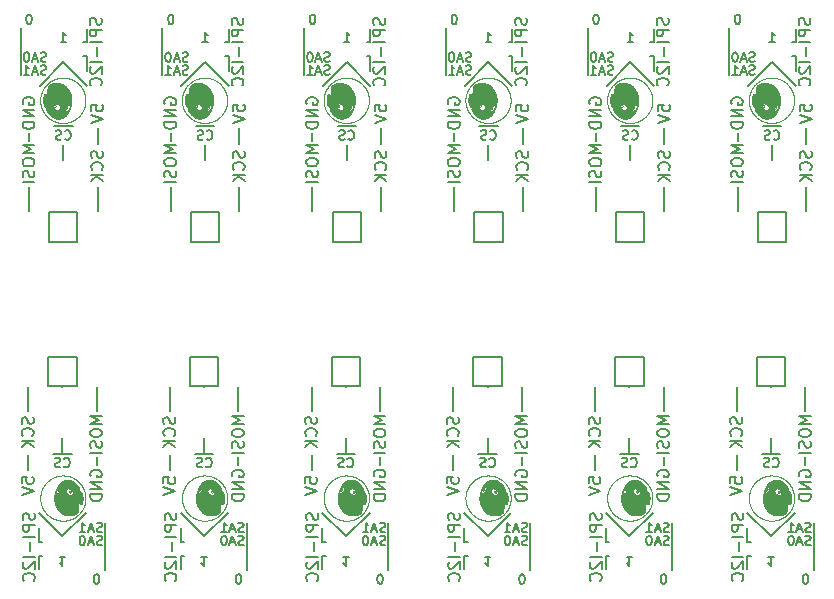
<source format=gbo>
G04 #@! TF.GenerationSoftware,KiCad,Pcbnew,5.0.2-bee76a0~70~ubuntu18.04.1*
G04 #@! TF.CreationDate,2020-03-12T13:59:12+01:00*
G04 #@! TF.ProjectId,output.A1335_long_I2C_panel,6f757470-7574-42e4-9131-3333355f6c6f,rev?*
G04 #@! TF.SameCoordinates,Original*
G04 #@! TF.FileFunction,Legend,Bot*
G04 #@! TF.FilePolarity,Positive*
%FSLAX46Y46*%
G04 Gerber Fmt 4.6, Leading zero omitted, Abs format (unit mm)*
G04 Created by KiCad (PCBNEW 5.0.2-bee76a0~70~ubuntu18.04.1) date Thu 12 Mar 2020 01:59:12 PM CET*
%MOMM*%
%LPD*%
G01*
G04 APERTURE LIST*
%ADD10C,0.150000*%
%ADD11C,0.014156*%
%ADD12C,0.100000*%
%ADD13C,0.007078*%
%ADD14C,0.077506*%
G04 APERTURE END LIST*
D10*
X115427336Y-99420004D02*
X115427336Y-99520004D01*
X127427336Y-99420004D02*
X127427336Y-99520004D01*
X139427336Y-99420004D02*
X139427336Y-99520004D01*
X151427336Y-99420004D02*
X151427336Y-99520004D01*
X163427336Y-99420004D02*
X163427336Y-99520004D01*
X175427336Y-99420004D02*
X175427336Y-99520004D01*
X175500000Y-84700000D02*
X175500000Y-84600000D01*
X163500000Y-84700000D02*
X163500000Y-84600000D01*
X151500000Y-84700000D02*
X151500000Y-84600000D01*
X139500000Y-84700000D02*
X139500000Y-84600000D01*
X127500000Y-84700000D02*
X127500000Y-84600000D01*
X116627336Y-96920004D02*
X116627336Y-99420004D01*
X128627336Y-96920004D02*
X128627336Y-99420004D01*
X140627336Y-96920004D02*
X140627336Y-99420004D01*
X152627336Y-96920004D02*
X152627336Y-99420004D01*
X164627336Y-96920004D02*
X164627336Y-99420004D01*
X176627336Y-96920004D02*
X176627336Y-99420004D01*
X174300000Y-87200000D02*
X174300000Y-84700000D01*
X162300000Y-87200000D02*
X162300000Y-84700000D01*
X150300000Y-87200000D02*
X150300000Y-84700000D01*
X138300000Y-87200000D02*
X138300000Y-84700000D01*
X126300000Y-87200000D02*
X126300000Y-84700000D01*
X118327336Y-101520004D02*
X118327336Y-99520004D01*
X130327336Y-101520004D02*
X130327336Y-99520004D01*
X142327336Y-101520004D02*
X142327336Y-99520004D01*
X154327336Y-101520004D02*
X154327336Y-99520004D01*
X166327336Y-101520004D02*
X166327336Y-99520004D01*
X178327336Y-101520004D02*
X178327336Y-99520004D01*
X172600000Y-82600000D02*
X172600000Y-84600000D01*
X160600000Y-82600000D02*
X160600000Y-84600000D01*
X148600000Y-82600000D02*
X148600000Y-84600000D01*
X136600000Y-82600000D02*
X136600000Y-84600000D01*
X124600000Y-82600000D02*
X124600000Y-84600000D01*
X112527336Y-101520004D02*
X112527336Y-99520004D01*
X124527336Y-101520004D02*
X124527336Y-99520004D01*
X136527336Y-101520004D02*
X136527336Y-99520004D01*
X148527336Y-101520004D02*
X148527336Y-99520004D01*
X160527336Y-101520004D02*
X160527336Y-99520004D01*
X172527336Y-101520004D02*
X172527336Y-99520004D01*
X178400000Y-82600000D02*
X178400000Y-84600000D01*
X166400000Y-82600000D02*
X166400000Y-84600000D01*
X154400000Y-82600000D02*
X154400000Y-84600000D01*
X142400000Y-82600000D02*
X142400000Y-84600000D01*
X130400000Y-82600000D02*
X130400000Y-84600000D01*
X118327336Y-106120004D02*
X118327336Y-105420004D01*
X130327336Y-106120004D02*
X130327336Y-105420004D01*
X142327336Y-106120004D02*
X142327336Y-105420004D01*
X154327336Y-106120004D02*
X154327336Y-105420004D01*
X166327336Y-106120004D02*
X166327336Y-105420004D01*
X178327336Y-106120004D02*
X178327336Y-105420004D01*
X172600000Y-78000000D02*
X172600000Y-78700000D01*
X160600000Y-78000000D02*
X160600000Y-78700000D01*
X148600000Y-78000000D02*
X148600000Y-78700000D01*
X136600000Y-78000000D02*
X136600000Y-78700000D01*
X124600000Y-78000000D02*
X124600000Y-78700000D01*
X112527336Y-106520004D02*
X112527336Y-105220004D01*
X124527336Y-106520004D02*
X124527336Y-105220004D01*
X136527336Y-106520004D02*
X136527336Y-105220004D01*
X148527336Y-106520004D02*
X148527336Y-105220004D01*
X160527336Y-106520004D02*
X160527336Y-105220004D01*
X172527336Y-106520004D02*
X172527336Y-105220004D01*
X178400000Y-77600000D02*
X178400000Y-78900000D01*
X166400000Y-77600000D02*
X166400000Y-78900000D01*
X154400000Y-77600000D02*
X154400000Y-78900000D01*
X142400000Y-77600000D02*
X142400000Y-78900000D01*
X130400000Y-77600000D02*
X130400000Y-78900000D01*
X115427336Y-105120004D02*
X115427336Y-103820004D01*
X127427336Y-105120004D02*
X127427336Y-103820004D01*
X139427336Y-105120004D02*
X139427336Y-103820004D01*
X151427336Y-105120004D02*
X151427336Y-103820004D01*
X163427336Y-105120004D02*
X163427336Y-103820004D01*
X175427336Y-105120004D02*
X175427336Y-103820004D01*
X175500000Y-79000000D02*
X175500000Y-80300000D01*
X163500000Y-79000000D02*
X163500000Y-80300000D01*
X151500000Y-79000000D02*
X151500000Y-80300000D01*
X139500000Y-79000000D02*
X139500000Y-80300000D01*
X127500000Y-79000000D02*
X127500000Y-80300000D01*
X113427336Y-110120004D02*
X115427336Y-112120004D01*
X125427336Y-110120004D02*
X127427336Y-112120004D01*
X137427336Y-110120004D02*
X139427336Y-112120004D01*
X149427336Y-110120004D02*
X151427336Y-112120004D01*
X161427336Y-110120004D02*
X163427336Y-112120004D01*
X173427336Y-110120004D02*
X175427336Y-112120004D01*
X177500000Y-74000000D02*
X175500000Y-72000000D01*
X165500000Y-74000000D02*
X163500000Y-72000000D01*
X153500000Y-74000000D02*
X151500000Y-72000000D01*
X141500000Y-74000000D02*
X139500000Y-72000000D01*
X129500000Y-74000000D02*
X127500000Y-72000000D01*
X117427336Y-110120004D02*
X115427336Y-112120004D01*
X129427336Y-110120004D02*
X127427336Y-112120004D01*
X141427336Y-110120004D02*
X139427336Y-112120004D01*
X153427336Y-110120004D02*
X151427336Y-112120004D01*
X165427336Y-110120004D02*
X163427336Y-112120004D01*
X177427336Y-110120004D02*
X175427336Y-112120004D01*
X173500000Y-74000000D02*
X175500000Y-72000000D01*
X161500000Y-74000000D02*
X163500000Y-72000000D01*
X149500000Y-74000000D02*
X151500000Y-72000000D01*
X137500000Y-74000000D02*
X139500000Y-72000000D01*
X125500000Y-74000000D02*
X127500000Y-72000000D01*
X113427336Y-111420004D02*
X113427336Y-112620004D01*
X125427336Y-111420004D02*
X125427336Y-112620004D01*
X137427336Y-111420004D02*
X137427336Y-112620004D01*
X149427336Y-111420004D02*
X149427336Y-112620004D01*
X161427336Y-111420004D02*
X161427336Y-112620004D01*
X173427336Y-111420004D02*
X173427336Y-112620004D01*
X177500000Y-72700000D02*
X177500000Y-71500000D01*
X165500000Y-72700000D02*
X165500000Y-71500000D01*
X153500000Y-72700000D02*
X153500000Y-71500000D01*
X141500000Y-72700000D02*
X141500000Y-71500000D01*
X129500000Y-72700000D02*
X129500000Y-71500000D01*
X113427336Y-112620004D02*
X113727336Y-112620004D01*
X125427336Y-112620004D02*
X125727336Y-112620004D01*
X137427336Y-112620004D02*
X137727336Y-112620004D01*
X149427336Y-112620004D02*
X149727336Y-112620004D01*
X161427336Y-112620004D02*
X161727336Y-112620004D01*
X173427336Y-112620004D02*
X173727336Y-112620004D01*
X177500000Y-71500000D02*
X177200000Y-71500000D01*
X165500000Y-71500000D02*
X165200000Y-71500000D01*
X153500000Y-71500000D02*
X153200000Y-71500000D01*
X141500000Y-71500000D02*
X141200000Y-71500000D01*
X129500000Y-71500000D02*
X129200000Y-71500000D01*
X113727336Y-113820004D02*
X113427336Y-113820004D01*
X125727336Y-113820004D02*
X125427336Y-113820004D01*
X137727336Y-113820004D02*
X137427336Y-113820004D01*
X149727336Y-113820004D02*
X149427336Y-113820004D01*
X161727336Y-113820004D02*
X161427336Y-113820004D01*
X173727336Y-113820004D02*
X173427336Y-113820004D01*
X177200000Y-70300000D02*
X177500000Y-70300000D01*
X165200000Y-70300000D02*
X165500000Y-70300000D01*
X153200000Y-70300000D02*
X153500000Y-70300000D01*
X141200000Y-70300000D02*
X141500000Y-70300000D01*
X129200000Y-70300000D02*
X129500000Y-70300000D01*
X113427336Y-113820004D02*
X113427336Y-114920004D01*
X125427336Y-113820004D02*
X125427336Y-114920004D01*
X137427336Y-113820004D02*
X137427336Y-114920004D01*
X149427336Y-113820004D02*
X149427336Y-114920004D01*
X161427336Y-113820004D02*
X161427336Y-114920004D01*
X173427336Y-113820004D02*
X173427336Y-114920004D01*
X177500000Y-70300000D02*
X177500000Y-69200000D01*
X165500000Y-70300000D02*
X165500000Y-69200000D01*
X153500000Y-70300000D02*
X153500000Y-69200000D01*
X141500000Y-70300000D02*
X141500000Y-69200000D01*
X129500000Y-70300000D02*
X129500000Y-69200000D01*
X119027336Y-111020004D02*
X119027336Y-115020004D01*
X131027336Y-111020004D02*
X131027336Y-115020004D01*
X143027336Y-111020004D02*
X143027336Y-115020004D01*
X155027336Y-111020004D02*
X155027336Y-115020004D01*
X167027336Y-111020004D02*
X167027336Y-115020004D01*
X179027336Y-111020004D02*
X179027336Y-115020004D01*
X171900000Y-73100000D02*
X171900000Y-69100000D01*
X159900000Y-73100000D02*
X159900000Y-69100000D01*
X147900000Y-73100000D02*
X147900000Y-69100000D01*
X135900000Y-73100000D02*
X135900000Y-69100000D01*
X123900000Y-73100000D02*
X123900000Y-69100000D01*
X115655907Y-113858099D02*
X115198764Y-113858099D01*
X115427336Y-113858099D02*
X115427336Y-114658099D01*
X115351145Y-114543813D01*
X115274955Y-114467623D01*
X115198764Y-114429527D01*
X127655907Y-113858099D02*
X127198764Y-113858099D01*
X127427336Y-113858099D02*
X127427336Y-114658099D01*
X127351145Y-114543813D01*
X127274955Y-114467623D01*
X127198764Y-114429527D01*
X139655907Y-113858099D02*
X139198764Y-113858099D01*
X139427336Y-113858099D02*
X139427336Y-114658099D01*
X139351145Y-114543813D01*
X139274955Y-114467623D01*
X139198764Y-114429527D01*
X151655907Y-113858099D02*
X151198764Y-113858099D01*
X151427336Y-113858099D02*
X151427336Y-114658099D01*
X151351145Y-114543813D01*
X151274955Y-114467623D01*
X151198764Y-114429527D01*
X163655907Y-113858099D02*
X163198764Y-113858099D01*
X163427336Y-113858099D02*
X163427336Y-114658099D01*
X163351145Y-114543813D01*
X163274955Y-114467623D01*
X163198764Y-114429527D01*
X175655907Y-113858099D02*
X175198764Y-113858099D01*
X175427336Y-113858099D02*
X175427336Y-114658099D01*
X175351145Y-114543813D01*
X175274955Y-114467623D01*
X175198764Y-114429527D01*
X175271428Y-70261904D02*
X175728571Y-70261904D01*
X175500000Y-70261904D02*
X175500000Y-69461904D01*
X175576190Y-69576190D01*
X175652380Y-69652380D01*
X175728571Y-69690476D01*
X163271428Y-70261904D02*
X163728571Y-70261904D01*
X163500000Y-70261904D02*
X163500000Y-69461904D01*
X163576190Y-69576190D01*
X163652380Y-69652380D01*
X163728571Y-69690476D01*
X151271428Y-70261904D02*
X151728571Y-70261904D01*
X151500000Y-70261904D02*
X151500000Y-69461904D01*
X151576190Y-69576190D01*
X151652380Y-69652380D01*
X151728571Y-69690476D01*
X139271428Y-70261904D02*
X139728571Y-70261904D01*
X139500000Y-70261904D02*
X139500000Y-69461904D01*
X139576190Y-69576190D01*
X139652380Y-69652380D01*
X139728571Y-69690476D01*
X127271428Y-70261904D02*
X127728571Y-70261904D01*
X127500000Y-70261904D02*
X127500000Y-69461904D01*
X127576190Y-69576190D01*
X127652380Y-69652380D01*
X127728571Y-69690476D01*
X118289240Y-116158099D02*
X118365431Y-116158099D01*
X118441621Y-116120004D01*
X118479716Y-116081908D01*
X118517812Y-116005718D01*
X118555907Y-115853337D01*
X118555907Y-115662861D01*
X118517812Y-115510480D01*
X118479716Y-115434289D01*
X118441621Y-115396194D01*
X118365431Y-115358099D01*
X118289240Y-115358099D01*
X118213050Y-115396194D01*
X118174955Y-115434289D01*
X118136859Y-115510480D01*
X118098764Y-115662861D01*
X118098764Y-115853337D01*
X118136859Y-116005718D01*
X118174955Y-116081908D01*
X118213050Y-116120004D01*
X118289240Y-116158099D01*
X130289240Y-116158099D02*
X130365431Y-116158099D01*
X130441621Y-116120004D01*
X130479716Y-116081908D01*
X130517812Y-116005718D01*
X130555907Y-115853337D01*
X130555907Y-115662861D01*
X130517812Y-115510480D01*
X130479716Y-115434289D01*
X130441621Y-115396194D01*
X130365431Y-115358099D01*
X130289240Y-115358099D01*
X130213050Y-115396194D01*
X130174955Y-115434289D01*
X130136859Y-115510480D01*
X130098764Y-115662861D01*
X130098764Y-115853337D01*
X130136859Y-116005718D01*
X130174955Y-116081908D01*
X130213050Y-116120004D01*
X130289240Y-116158099D01*
X142289240Y-116158099D02*
X142365431Y-116158099D01*
X142441621Y-116120004D01*
X142479716Y-116081908D01*
X142517812Y-116005718D01*
X142555907Y-115853337D01*
X142555907Y-115662861D01*
X142517812Y-115510480D01*
X142479716Y-115434289D01*
X142441621Y-115396194D01*
X142365431Y-115358099D01*
X142289240Y-115358099D01*
X142213050Y-115396194D01*
X142174955Y-115434289D01*
X142136859Y-115510480D01*
X142098764Y-115662861D01*
X142098764Y-115853337D01*
X142136859Y-116005718D01*
X142174955Y-116081908D01*
X142213050Y-116120004D01*
X142289240Y-116158099D01*
X154289240Y-116158099D02*
X154365431Y-116158099D01*
X154441621Y-116120004D01*
X154479716Y-116081908D01*
X154517812Y-116005718D01*
X154555907Y-115853337D01*
X154555907Y-115662861D01*
X154517812Y-115510480D01*
X154479716Y-115434289D01*
X154441621Y-115396194D01*
X154365431Y-115358099D01*
X154289240Y-115358099D01*
X154213050Y-115396194D01*
X154174955Y-115434289D01*
X154136859Y-115510480D01*
X154098764Y-115662861D01*
X154098764Y-115853337D01*
X154136859Y-116005718D01*
X154174955Y-116081908D01*
X154213050Y-116120004D01*
X154289240Y-116158099D01*
X166289240Y-116158099D02*
X166365431Y-116158099D01*
X166441621Y-116120004D01*
X166479716Y-116081908D01*
X166517812Y-116005718D01*
X166555907Y-115853337D01*
X166555907Y-115662861D01*
X166517812Y-115510480D01*
X166479716Y-115434289D01*
X166441621Y-115396194D01*
X166365431Y-115358099D01*
X166289240Y-115358099D01*
X166213050Y-115396194D01*
X166174955Y-115434289D01*
X166136859Y-115510480D01*
X166098764Y-115662861D01*
X166098764Y-115853337D01*
X166136859Y-116005718D01*
X166174955Y-116081908D01*
X166213050Y-116120004D01*
X166289240Y-116158099D01*
X178289240Y-116158099D02*
X178365431Y-116158099D01*
X178441621Y-116120004D01*
X178479716Y-116081908D01*
X178517812Y-116005718D01*
X178555907Y-115853337D01*
X178555907Y-115662861D01*
X178517812Y-115510480D01*
X178479716Y-115434289D01*
X178441621Y-115396194D01*
X178365431Y-115358099D01*
X178289240Y-115358099D01*
X178213050Y-115396194D01*
X178174955Y-115434289D01*
X178136859Y-115510480D01*
X178098764Y-115662861D01*
X178098764Y-115853337D01*
X178136859Y-116005718D01*
X178174955Y-116081908D01*
X178213050Y-116120004D01*
X178289240Y-116158099D01*
X172638095Y-67961904D02*
X172561904Y-67961904D01*
X172485714Y-68000000D01*
X172447619Y-68038095D01*
X172409523Y-68114285D01*
X172371428Y-68266666D01*
X172371428Y-68457142D01*
X172409523Y-68609523D01*
X172447619Y-68685714D01*
X172485714Y-68723809D01*
X172561904Y-68761904D01*
X172638095Y-68761904D01*
X172714285Y-68723809D01*
X172752380Y-68685714D01*
X172790476Y-68609523D01*
X172828571Y-68457142D01*
X172828571Y-68266666D01*
X172790476Y-68114285D01*
X172752380Y-68038095D01*
X172714285Y-68000000D01*
X172638095Y-67961904D01*
X160638095Y-67961904D02*
X160561904Y-67961904D01*
X160485714Y-68000000D01*
X160447619Y-68038095D01*
X160409523Y-68114285D01*
X160371428Y-68266666D01*
X160371428Y-68457142D01*
X160409523Y-68609523D01*
X160447619Y-68685714D01*
X160485714Y-68723809D01*
X160561904Y-68761904D01*
X160638095Y-68761904D01*
X160714285Y-68723809D01*
X160752380Y-68685714D01*
X160790476Y-68609523D01*
X160828571Y-68457142D01*
X160828571Y-68266666D01*
X160790476Y-68114285D01*
X160752380Y-68038095D01*
X160714285Y-68000000D01*
X160638095Y-67961904D01*
X148638095Y-67961904D02*
X148561904Y-67961904D01*
X148485714Y-68000000D01*
X148447619Y-68038095D01*
X148409523Y-68114285D01*
X148371428Y-68266666D01*
X148371428Y-68457142D01*
X148409523Y-68609523D01*
X148447619Y-68685714D01*
X148485714Y-68723809D01*
X148561904Y-68761904D01*
X148638095Y-68761904D01*
X148714285Y-68723809D01*
X148752380Y-68685714D01*
X148790476Y-68609523D01*
X148828571Y-68457142D01*
X148828571Y-68266666D01*
X148790476Y-68114285D01*
X148752380Y-68038095D01*
X148714285Y-68000000D01*
X148638095Y-67961904D01*
X136638095Y-67961904D02*
X136561904Y-67961904D01*
X136485714Y-68000000D01*
X136447619Y-68038095D01*
X136409523Y-68114285D01*
X136371428Y-68266666D01*
X136371428Y-68457142D01*
X136409523Y-68609523D01*
X136447619Y-68685714D01*
X136485714Y-68723809D01*
X136561904Y-68761904D01*
X136638095Y-68761904D01*
X136714285Y-68723809D01*
X136752380Y-68685714D01*
X136790476Y-68609523D01*
X136828571Y-68457142D01*
X136828571Y-68266666D01*
X136790476Y-68114285D01*
X136752380Y-68038095D01*
X136714285Y-68000000D01*
X136638095Y-67961904D01*
X124638095Y-67961904D02*
X124561904Y-67961904D01*
X124485714Y-68000000D01*
X124447619Y-68038095D01*
X124409523Y-68114285D01*
X124371428Y-68266666D01*
X124371428Y-68457142D01*
X124409523Y-68609523D01*
X124447619Y-68685714D01*
X124485714Y-68723809D01*
X124561904Y-68761904D01*
X124638095Y-68761904D01*
X124714285Y-68723809D01*
X124752380Y-68685714D01*
X124790476Y-68609523D01*
X124828571Y-68457142D01*
X124828571Y-68266666D01*
X124790476Y-68114285D01*
X124752380Y-68038095D01*
X124714285Y-68000000D01*
X124638095Y-67961904D01*
X114227336Y-96920004D02*
X116627336Y-96920004D01*
X126227336Y-96920004D02*
X128627336Y-96920004D01*
X138227336Y-96920004D02*
X140627336Y-96920004D01*
X150227336Y-96920004D02*
X152627336Y-96920004D01*
X162227336Y-96920004D02*
X164627336Y-96920004D01*
X174227336Y-96920004D02*
X176627336Y-96920004D01*
X176700000Y-87200000D02*
X174300000Y-87200000D01*
X164700000Y-87200000D02*
X162300000Y-87200000D01*
X152700000Y-87200000D02*
X150300000Y-87200000D01*
X140700000Y-87200000D02*
X138300000Y-87200000D01*
X128700000Y-87200000D02*
X126300000Y-87200000D01*
X114227336Y-99420004D02*
X114227336Y-96920004D01*
X126227336Y-99420004D02*
X126227336Y-96920004D01*
X138227336Y-99420004D02*
X138227336Y-96920004D01*
X150227336Y-99420004D02*
X150227336Y-96920004D01*
X162227336Y-99420004D02*
X162227336Y-96920004D01*
X174227336Y-99420004D02*
X174227336Y-96920004D01*
X176700000Y-84700000D02*
X176700000Y-87200000D01*
X164700000Y-84700000D02*
X164700000Y-87200000D01*
X152700000Y-84700000D02*
X152700000Y-87200000D01*
X140700000Y-84700000D02*
X140700000Y-87200000D01*
X128700000Y-84700000D02*
X128700000Y-87200000D01*
X116627336Y-99420004D02*
X114227336Y-99420004D01*
X128627336Y-99420004D02*
X126227336Y-99420004D01*
X140627336Y-99420004D02*
X138227336Y-99420004D01*
X152627336Y-99420004D02*
X150227336Y-99420004D01*
X164627336Y-99420004D02*
X162227336Y-99420004D01*
X176627336Y-99420004D02*
X174227336Y-99420004D01*
X174300000Y-84700000D02*
X176700000Y-84700000D01*
X162300000Y-84700000D02*
X164700000Y-84700000D01*
X150300000Y-84700000D02*
X152700000Y-84700000D01*
X138300000Y-84700000D02*
X140700000Y-84700000D01*
X126300000Y-84700000D02*
X128700000Y-84700000D01*
X114300000Y-84700000D02*
X116700000Y-84700000D01*
X116700000Y-84700000D02*
X116700000Y-87200000D01*
X116700000Y-87200000D02*
X114300000Y-87200000D01*
X112638095Y-67961904D02*
X112561904Y-67961904D01*
X112485714Y-68000000D01*
X112447619Y-68038095D01*
X112409523Y-68114285D01*
X112371428Y-68266666D01*
X112371428Y-68457142D01*
X112409523Y-68609523D01*
X112447619Y-68685714D01*
X112485714Y-68723809D01*
X112561904Y-68761904D01*
X112638095Y-68761904D01*
X112714285Y-68723809D01*
X112752380Y-68685714D01*
X112790476Y-68609523D01*
X112828571Y-68457142D01*
X112828571Y-68266666D01*
X112790476Y-68114285D01*
X112752380Y-68038095D01*
X112714285Y-68000000D01*
X112638095Y-67961904D01*
X115271428Y-70261904D02*
X115728571Y-70261904D01*
X115500000Y-70261904D02*
X115500000Y-69461904D01*
X115576190Y-69576190D01*
X115652380Y-69652380D01*
X115728571Y-69690476D01*
X111900000Y-73100000D02*
X111900000Y-69100000D01*
X117500000Y-70300000D02*
X117500000Y-69200000D01*
X117200000Y-70300000D02*
X117500000Y-70300000D01*
X117500000Y-71500000D02*
X117200000Y-71500000D01*
X117500000Y-72700000D02*
X117500000Y-71500000D01*
X113500000Y-74000000D02*
X115500000Y-72000000D01*
X117500000Y-74000000D02*
X115500000Y-72000000D01*
X115500000Y-79000000D02*
X115500000Y-80300000D01*
X118400000Y-77600000D02*
X118400000Y-78900000D01*
X112600000Y-78000000D02*
X112600000Y-78700000D01*
X118400000Y-82600000D02*
X118400000Y-84600000D01*
X112600000Y-82600000D02*
X112600000Y-84600000D01*
X114300000Y-87200000D02*
X114300000Y-84700000D01*
X115500000Y-84700000D02*
X115500000Y-84600000D01*
D11*
G04 #@! TO.C,svg2mod*
G36*
X116046457Y-110366418D02*
X116089973Y-108632287D01*
X116116051Y-108630951D01*
X116142039Y-108626661D01*
X116167503Y-108619501D01*
X116192008Y-108609554D01*
X116215119Y-108596906D01*
X116236402Y-108581641D01*
X116255423Y-108563843D01*
X116271746Y-108543595D01*
X116284938Y-108520982D01*
X116294564Y-108496089D01*
X116300930Y-108471011D01*
X116304241Y-108445745D01*
X116304686Y-108420442D01*
X116302456Y-108395253D01*
X116297741Y-108370328D01*
X116290732Y-108345819D01*
X116281619Y-108321876D01*
X116270593Y-108298650D01*
X116257845Y-108276292D01*
X116243564Y-108254952D01*
X116227941Y-108234781D01*
X116211167Y-108215930D01*
X116192478Y-108196521D01*
X116172576Y-108178253D01*
X116151554Y-108161213D01*
X116129507Y-108145488D01*
X116106527Y-108131168D01*
X116082709Y-108118339D01*
X116058146Y-108107089D01*
X116032933Y-108097506D01*
X116007163Y-108089678D01*
X115980930Y-108083693D01*
X115954327Y-108079637D01*
X115927449Y-108077600D01*
X115900388Y-108077668D01*
X115873240Y-108079930D01*
X115849383Y-108083515D01*
X115826296Y-108090107D01*
X115804238Y-108099487D01*
X115783469Y-108111436D01*
X115764249Y-108125736D01*
X115746836Y-108142167D01*
X115731491Y-108160511D01*
X115718474Y-108180549D01*
X115708043Y-108202063D01*
X115700458Y-108224834D01*
X115695979Y-108248643D01*
X115694238Y-108274175D01*
X115695059Y-108299446D01*
X115698291Y-108324365D01*
X115703781Y-108348843D01*
X115711375Y-108372788D01*
X115720920Y-108396110D01*
X115732265Y-108418719D01*
X115745255Y-108440524D01*
X115759739Y-108461435D01*
X115775563Y-108481361D01*
X115792574Y-108500212D01*
X115810619Y-108517898D01*
X115829546Y-108534328D01*
X115849784Y-108550286D01*
X115870955Y-108565073D01*
X115892976Y-108578610D01*
X115915767Y-108590815D01*
X115939245Y-108601610D01*
X115963329Y-108610914D01*
X115987937Y-108618648D01*
X116012987Y-108624732D01*
X116038397Y-108629086D01*
X116064087Y-108631631D01*
X116089973Y-108632287D01*
X116046457Y-110366418D01*
X114954776Y-108500887D01*
X114980151Y-108496629D01*
X115004346Y-108489104D01*
X115027404Y-108478738D01*
X115049367Y-108465958D01*
X115070277Y-108451187D01*
X115090177Y-108434853D01*
X115109108Y-108417379D01*
X115127113Y-108399192D01*
X115144235Y-108380717D01*
X115161243Y-108359865D01*
X115177561Y-108338334D01*
X115193084Y-108316150D01*
X115207711Y-108293339D01*
X115221337Y-108269926D01*
X115233860Y-108245939D01*
X115245177Y-108221401D01*
X115255185Y-108196340D01*
X115263780Y-108170781D01*
X115270859Y-108144750D01*
X115276320Y-108118273D01*
X115278976Y-108095170D01*
X115279300Y-108071020D01*
X115276365Y-108047118D01*
X115269245Y-108024761D01*
X115257014Y-108005247D01*
X115238745Y-107989873D01*
X115216837Y-107982064D01*
X115194468Y-107980008D01*
X115172047Y-107982777D01*
X115149985Y-107989445D01*
X115128690Y-107999084D01*
X115108573Y-108010767D01*
X115090042Y-108023567D01*
X115068969Y-108039946D01*
X115048817Y-108057393D01*
X115029597Y-108075844D01*
X115011320Y-108095234D01*
X114993998Y-108115499D01*
X114977639Y-108136576D01*
X114962257Y-108158401D01*
X114947860Y-108180908D01*
X114934460Y-108204035D01*
X114922068Y-108227716D01*
X114910695Y-108251889D01*
X114900350Y-108276488D01*
X114891046Y-108301450D01*
X114882792Y-108326711D01*
X114877264Y-108350911D01*
X114873406Y-108376080D01*
X114872153Y-108401516D01*
X114874437Y-108426517D01*
X114881191Y-108450382D01*
X114893348Y-108472408D01*
X114910657Y-108487983D01*
X114931724Y-108497865D01*
X114954790Y-108500887D01*
X114954776Y-108500887D01*
X116046457Y-110366418D01*
X116018987Y-110366150D01*
X115991510Y-110365353D01*
X115964039Y-110364026D01*
X115936587Y-110362166D01*
X115909168Y-110359772D01*
X115881794Y-110356842D01*
X115854480Y-110353374D01*
X115619672Y-107448982D01*
X115624706Y-107466431D01*
X115638185Y-107477836D01*
X115656663Y-107476748D01*
X115680234Y-107471888D01*
X115704332Y-107467682D01*
X115728727Y-107464641D01*
X115753187Y-107463275D01*
X115777481Y-107464097D01*
X115801377Y-107467616D01*
X115824645Y-107474344D01*
X115847053Y-107484791D01*
X115872104Y-107495463D01*
X115898335Y-107502007D01*
X115898347Y-107501956D01*
X115914015Y-107494297D01*
X115920725Y-107478640D01*
X115917974Y-107461520D01*
X115905261Y-107449471D01*
X115883321Y-107437205D01*
X115860404Y-107426808D01*
X115836687Y-107418359D01*
X115812344Y-107411935D01*
X115787551Y-107407616D01*
X115762484Y-107405479D01*
X115737318Y-107405602D01*
X115712229Y-107408063D01*
X115690172Y-107411794D01*
X115667896Y-107416022D01*
X115646361Y-107422240D01*
X115626527Y-107431939D01*
X115619672Y-107448982D01*
X115854480Y-110353374D01*
X115827237Y-110349365D01*
X115800079Y-110344813D01*
X115773019Y-110339718D01*
X115746071Y-110334076D01*
X115719247Y-110327886D01*
X115692560Y-110321145D01*
X115666025Y-110313853D01*
X115639653Y-110306006D01*
X115613458Y-110297603D01*
X115587454Y-110288642D01*
X115561653Y-110279120D01*
X115536068Y-110269037D01*
X115510713Y-110258389D01*
X115485601Y-110247175D01*
X115460744Y-110235393D01*
X115436157Y-110223041D01*
X115413162Y-110210602D01*
X115390546Y-110197495D01*
X115368328Y-110183734D01*
X115346525Y-110169329D01*
X115325155Y-110154295D01*
X115304235Y-110138642D01*
X115283782Y-110122385D01*
X115263815Y-110105534D01*
X115244350Y-110088103D01*
X115225405Y-110070103D01*
X115206998Y-110051549D01*
X115189147Y-110032450D01*
X115171868Y-110012822D01*
X115155179Y-109992674D01*
X115139098Y-109972021D01*
X115122058Y-109950874D01*
X115105241Y-109929508D01*
X115088659Y-109907926D01*
X115072321Y-109886128D01*
X115056239Y-109864118D01*
X115040423Y-109841899D01*
X115024884Y-109819471D01*
X115009633Y-109796838D01*
X114994679Y-109774002D01*
X114980035Y-109750964D01*
X114965709Y-109727729D01*
X114951714Y-109704296D01*
X114938060Y-109680670D01*
X114924757Y-109656852D01*
X114911817Y-109632844D01*
X114899249Y-109608649D01*
X114887064Y-109584269D01*
X114875274Y-109559706D01*
X114863888Y-109534963D01*
X114852918Y-109510041D01*
X114842374Y-109484944D01*
X114832266Y-109459673D01*
X114822606Y-109434230D01*
X114813404Y-109408619D01*
X114804670Y-109382841D01*
X114796416Y-109356898D01*
X114788652Y-109330793D01*
X114781388Y-109304528D01*
X114774636Y-109278105D01*
X114768406Y-109251527D01*
X114762708Y-109224796D01*
X114757554Y-109197914D01*
X114752390Y-109170317D01*
X114748058Y-109142629D01*
X114744500Y-109114860D01*
X114741658Y-109087019D01*
X114739472Y-109059117D01*
X114737886Y-109031163D01*
X114736841Y-109003168D01*
X114736279Y-108975140D01*
X114736140Y-108947091D01*
X114736368Y-108919030D01*
X114736904Y-108890968D01*
X114737689Y-108862913D01*
X114738665Y-108834876D01*
X114739775Y-108806867D01*
X114740959Y-108778896D01*
X114743685Y-108751658D01*
X114746865Y-108724494D01*
X114750486Y-108697403D01*
X114754536Y-108670387D01*
X114759005Y-108643446D01*
X114763879Y-108616581D01*
X114769149Y-108589793D01*
X114774801Y-108563083D01*
X114780824Y-108536452D01*
X114787208Y-108509900D01*
X114793939Y-108483429D01*
X114801006Y-108457038D01*
X114808398Y-108430730D01*
X114816102Y-108404504D01*
X114824108Y-108378362D01*
X114832403Y-108352304D01*
X114840977Y-108326331D01*
X114849816Y-108300444D01*
X114858910Y-108274644D01*
X114868246Y-108248932D01*
X114877814Y-108223308D01*
X114887601Y-108197773D01*
X114897596Y-108172328D01*
X114907787Y-108146974D01*
X114918163Y-108121712D01*
X114928711Y-108096543D01*
X114939420Y-108071466D01*
X114950740Y-108046450D01*
X114962238Y-108021488D01*
X114973942Y-107996603D01*
X114985879Y-107971817D01*
X114998076Y-107947154D01*
X115010559Y-107922636D01*
X115023356Y-107898287D01*
X115036493Y-107874128D01*
X115049998Y-107850184D01*
X115063897Y-107826476D01*
X115078218Y-107803029D01*
X115092987Y-107779864D01*
X115108231Y-107757004D01*
X115123977Y-107734473D01*
X115141573Y-107713099D01*
X115159688Y-107692162D01*
X115178302Y-107671666D01*
X115197395Y-107651615D01*
X115216947Y-107632013D01*
X115236940Y-107612863D01*
X115257352Y-107594168D01*
X115278165Y-107575933D01*
X115299359Y-107558162D01*
X115320914Y-107540857D01*
X115342810Y-107524023D01*
X115365028Y-107507662D01*
X115387466Y-107492633D01*
X115410352Y-107478355D01*
X115433661Y-107464827D01*
X115457370Y-107452046D01*
X115481456Y-107440007D01*
X115505895Y-107428709D01*
X115530665Y-107418149D01*
X115555741Y-107408324D01*
X115581099Y-107399230D01*
X115606718Y-107390865D01*
X115632573Y-107383226D01*
X115658640Y-107376310D01*
X115684897Y-107370115D01*
X115711320Y-107364636D01*
X115737885Y-107359872D01*
X115764570Y-107355819D01*
X115791350Y-107352474D01*
X115818202Y-107349836D01*
X115845103Y-107347899D01*
X115872743Y-107345246D01*
X115900572Y-107343223D01*
X115928479Y-107342207D01*
X115956350Y-107342576D01*
X115984075Y-107344709D01*
X116011540Y-107348982D01*
X116038634Y-107355773D01*
X116064370Y-107362512D01*
X116089795Y-107370138D01*
X116114908Y-107378618D01*
X116139706Y-107387916D01*
X116164189Y-107397998D01*
X116188357Y-107408828D01*
X116212207Y-107420372D01*
X116235739Y-107432595D01*
X116258952Y-107445461D01*
X116281845Y-107458936D01*
X116304416Y-107472985D01*
X116326666Y-107487574D01*
X116348592Y-107502666D01*
X116370193Y-107518228D01*
X116391469Y-107534224D01*
X116412419Y-107550620D01*
X116433041Y-107567380D01*
X116453334Y-107584470D01*
X116473298Y-107601854D01*
X116493867Y-107619144D01*
X116514187Y-107636744D01*
X116534232Y-107654665D01*
X116553974Y-107672919D01*
X116573387Y-107691516D01*
X116592444Y-107710469D01*
X116611116Y-107729789D01*
X116629379Y-107749487D01*
X116647204Y-107769574D01*
X116664564Y-107790063D01*
X116681433Y-107810963D01*
X116697784Y-107832288D01*
X116713589Y-107854047D01*
X116728822Y-107876253D01*
X116744043Y-107898161D01*
X116759058Y-107920304D01*
X116773751Y-107942716D01*
X116788006Y-107965427D01*
X116801705Y-107988471D01*
X116814731Y-108011878D01*
X116826968Y-108035682D01*
X116838298Y-108059914D01*
X116848605Y-108084605D01*
X116857771Y-108109789D01*
X116865680Y-108135497D01*
X116867090Y-108157732D01*
X116863864Y-108179547D01*
X116858586Y-108201220D01*
X116853843Y-108223030D01*
X116852218Y-108245256D01*
X116850449Y-108269776D01*
X116848409Y-108294317D01*
X116845078Y-108318416D01*
X116820818Y-108329441D01*
X116797561Y-108342782D01*
X116776563Y-108359014D01*
X116759079Y-108378713D01*
X116746365Y-108402454D01*
X116736161Y-108427602D01*
X116727864Y-108453291D01*
X116721260Y-108479435D01*
X116716134Y-108505946D01*
X116712270Y-108532740D01*
X116709454Y-108559731D01*
X116707472Y-108586831D01*
X116706107Y-108613955D01*
X116705146Y-108641017D01*
X116704373Y-108667932D01*
X116704505Y-108696003D01*
X116704931Y-108724090D01*
X116705674Y-108752184D01*
X116706759Y-108780274D01*
X116708208Y-108808349D01*
X116710044Y-108836401D01*
X116712292Y-108864420D01*
X116714975Y-108892394D01*
X116718115Y-108920315D01*
X116721737Y-108948171D01*
X116725863Y-108975954D01*
X116730517Y-109003653D01*
X116735722Y-109031259D01*
X116741900Y-109057897D01*
X116748845Y-109084362D01*
X116756265Y-109110714D01*
X116763867Y-109137013D01*
X116771358Y-109163319D01*
X116778447Y-109189691D01*
X116784840Y-109216191D01*
X116784138Y-109243291D01*
X116783527Y-109270396D01*
X116782996Y-109297505D01*
X116782532Y-109324617D01*
X116782121Y-109351732D01*
X116781752Y-109378848D01*
X116781411Y-109405964D01*
X116781087Y-109433081D01*
X116780766Y-109460197D01*
X116780436Y-109487312D01*
X116780084Y-109514425D01*
X116779698Y-109541534D01*
X116779264Y-109568640D01*
X116778771Y-109595742D01*
X116778206Y-109622838D01*
X116777556Y-109649928D01*
X116776808Y-109677012D01*
X116775950Y-109704088D01*
X116774422Y-109731567D01*
X116772531Y-109759041D01*
X116770275Y-109786499D01*
X116767651Y-109813933D01*
X116764654Y-109841336D01*
X116761281Y-109868698D01*
X116757529Y-109896011D01*
X116753395Y-109923266D01*
X116748873Y-109950455D01*
X116743962Y-109977570D01*
X116738658Y-110004602D01*
X116732956Y-110031542D01*
X116726855Y-110058382D01*
X116720349Y-110085113D01*
X116713435Y-110111727D01*
X116694077Y-110131046D01*
X116674063Y-110149579D01*
X116653422Y-110167329D01*
X116632184Y-110184298D01*
X116610378Y-110200490D01*
X116588036Y-110215907D01*
X116565185Y-110230553D01*
X116541856Y-110244429D01*
X116518078Y-110257540D01*
X116493882Y-110269888D01*
X116469297Y-110281476D01*
X116444352Y-110292307D01*
X116419077Y-110302384D01*
X116393502Y-110311710D01*
X116367657Y-110320287D01*
X116341572Y-110328118D01*
X116315275Y-110335207D01*
X116288797Y-110341556D01*
X116262167Y-110347169D01*
X116235416Y-110352048D01*
X116208572Y-110356195D01*
X116181666Y-110359615D01*
X116154727Y-110362309D01*
X116127785Y-110364282D01*
X116100701Y-110365682D01*
X116073623Y-110366456D01*
X116046448Y-110366540D01*
X116046457Y-110366418D01*
X116046457Y-110366418D01*
G37*
X116046457Y-110366418D02*
X116089973Y-108632287D01*
X116116051Y-108630951D01*
X116142039Y-108626661D01*
X116167503Y-108619501D01*
X116192008Y-108609554D01*
X116215119Y-108596906D01*
X116236402Y-108581641D01*
X116255423Y-108563843D01*
X116271746Y-108543595D01*
X116284938Y-108520982D01*
X116294564Y-108496089D01*
X116300930Y-108471011D01*
X116304241Y-108445745D01*
X116304686Y-108420442D01*
X116302456Y-108395253D01*
X116297741Y-108370328D01*
X116290732Y-108345819D01*
X116281619Y-108321876D01*
X116270593Y-108298650D01*
X116257845Y-108276292D01*
X116243564Y-108254952D01*
X116227941Y-108234781D01*
X116211167Y-108215930D01*
X116192478Y-108196521D01*
X116172576Y-108178253D01*
X116151554Y-108161213D01*
X116129507Y-108145488D01*
X116106527Y-108131168D01*
X116082709Y-108118339D01*
X116058146Y-108107089D01*
X116032933Y-108097506D01*
X116007163Y-108089678D01*
X115980930Y-108083693D01*
X115954327Y-108079637D01*
X115927449Y-108077600D01*
X115900388Y-108077668D01*
X115873240Y-108079930D01*
X115849383Y-108083515D01*
X115826296Y-108090107D01*
X115804238Y-108099487D01*
X115783469Y-108111436D01*
X115764249Y-108125736D01*
X115746836Y-108142167D01*
X115731491Y-108160511D01*
X115718474Y-108180549D01*
X115708043Y-108202063D01*
X115700458Y-108224834D01*
X115695979Y-108248643D01*
X115694238Y-108274175D01*
X115695059Y-108299446D01*
X115698291Y-108324365D01*
X115703781Y-108348843D01*
X115711375Y-108372788D01*
X115720920Y-108396110D01*
X115732265Y-108418719D01*
X115745255Y-108440524D01*
X115759739Y-108461435D01*
X115775563Y-108481361D01*
X115792574Y-108500212D01*
X115810619Y-108517898D01*
X115829546Y-108534328D01*
X115849784Y-108550286D01*
X115870955Y-108565073D01*
X115892976Y-108578610D01*
X115915767Y-108590815D01*
X115939245Y-108601610D01*
X115963329Y-108610914D01*
X115987937Y-108618648D01*
X116012987Y-108624732D01*
X116038397Y-108629086D01*
X116064087Y-108631631D01*
X116089973Y-108632287D01*
X116046457Y-110366418D01*
X114954776Y-108500887D01*
X114980151Y-108496629D01*
X115004346Y-108489104D01*
X115027404Y-108478738D01*
X115049367Y-108465958D01*
X115070277Y-108451187D01*
X115090177Y-108434853D01*
X115109108Y-108417379D01*
X115127113Y-108399192D01*
X115144235Y-108380717D01*
X115161243Y-108359865D01*
X115177561Y-108338334D01*
X115193084Y-108316150D01*
X115207711Y-108293339D01*
X115221337Y-108269926D01*
X115233860Y-108245939D01*
X115245177Y-108221401D01*
X115255185Y-108196340D01*
X115263780Y-108170781D01*
X115270859Y-108144750D01*
X115276320Y-108118273D01*
X115278976Y-108095170D01*
X115279300Y-108071020D01*
X115276365Y-108047118D01*
X115269245Y-108024761D01*
X115257014Y-108005247D01*
X115238745Y-107989873D01*
X115216837Y-107982064D01*
X115194468Y-107980008D01*
X115172047Y-107982777D01*
X115149985Y-107989445D01*
X115128690Y-107999084D01*
X115108573Y-108010767D01*
X115090042Y-108023567D01*
X115068969Y-108039946D01*
X115048817Y-108057393D01*
X115029597Y-108075844D01*
X115011320Y-108095234D01*
X114993998Y-108115499D01*
X114977639Y-108136576D01*
X114962257Y-108158401D01*
X114947860Y-108180908D01*
X114934460Y-108204035D01*
X114922068Y-108227716D01*
X114910695Y-108251889D01*
X114900350Y-108276488D01*
X114891046Y-108301450D01*
X114882792Y-108326711D01*
X114877264Y-108350911D01*
X114873406Y-108376080D01*
X114872153Y-108401516D01*
X114874437Y-108426517D01*
X114881191Y-108450382D01*
X114893348Y-108472408D01*
X114910657Y-108487983D01*
X114931724Y-108497865D01*
X114954790Y-108500887D01*
X114954776Y-108500887D01*
X116046457Y-110366418D01*
X116018987Y-110366150D01*
X115991510Y-110365353D01*
X115964039Y-110364026D01*
X115936587Y-110362166D01*
X115909168Y-110359772D01*
X115881794Y-110356842D01*
X115854480Y-110353374D01*
X115619672Y-107448982D01*
X115624706Y-107466431D01*
X115638185Y-107477836D01*
X115656663Y-107476748D01*
X115680234Y-107471888D01*
X115704332Y-107467682D01*
X115728727Y-107464641D01*
X115753187Y-107463275D01*
X115777481Y-107464097D01*
X115801377Y-107467616D01*
X115824645Y-107474344D01*
X115847053Y-107484791D01*
X115872104Y-107495463D01*
X115898335Y-107502007D01*
X115898347Y-107501956D01*
X115914015Y-107494297D01*
X115920725Y-107478640D01*
X115917974Y-107461520D01*
X115905261Y-107449471D01*
X115883321Y-107437205D01*
X115860404Y-107426808D01*
X115836687Y-107418359D01*
X115812344Y-107411935D01*
X115787551Y-107407616D01*
X115762484Y-107405479D01*
X115737318Y-107405602D01*
X115712229Y-107408063D01*
X115690172Y-107411794D01*
X115667896Y-107416022D01*
X115646361Y-107422240D01*
X115626527Y-107431939D01*
X115619672Y-107448982D01*
X115854480Y-110353374D01*
X115827237Y-110349365D01*
X115800079Y-110344813D01*
X115773019Y-110339718D01*
X115746071Y-110334076D01*
X115719247Y-110327886D01*
X115692560Y-110321145D01*
X115666025Y-110313853D01*
X115639653Y-110306006D01*
X115613458Y-110297603D01*
X115587454Y-110288642D01*
X115561653Y-110279120D01*
X115536068Y-110269037D01*
X115510713Y-110258389D01*
X115485601Y-110247175D01*
X115460744Y-110235393D01*
X115436157Y-110223041D01*
X115413162Y-110210602D01*
X115390546Y-110197495D01*
X115368328Y-110183734D01*
X115346525Y-110169329D01*
X115325155Y-110154295D01*
X115304235Y-110138642D01*
X115283782Y-110122385D01*
X115263815Y-110105534D01*
X115244350Y-110088103D01*
X115225405Y-110070103D01*
X115206998Y-110051549D01*
X115189147Y-110032450D01*
X115171868Y-110012822D01*
X115155179Y-109992674D01*
X115139098Y-109972021D01*
X115122058Y-109950874D01*
X115105241Y-109929508D01*
X115088659Y-109907926D01*
X115072321Y-109886128D01*
X115056239Y-109864118D01*
X115040423Y-109841899D01*
X115024884Y-109819471D01*
X115009633Y-109796838D01*
X114994679Y-109774002D01*
X114980035Y-109750964D01*
X114965709Y-109727729D01*
X114951714Y-109704296D01*
X114938060Y-109680670D01*
X114924757Y-109656852D01*
X114911817Y-109632844D01*
X114899249Y-109608649D01*
X114887064Y-109584269D01*
X114875274Y-109559706D01*
X114863888Y-109534963D01*
X114852918Y-109510041D01*
X114842374Y-109484944D01*
X114832266Y-109459673D01*
X114822606Y-109434230D01*
X114813404Y-109408619D01*
X114804670Y-109382841D01*
X114796416Y-109356898D01*
X114788652Y-109330793D01*
X114781388Y-109304528D01*
X114774636Y-109278105D01*
X114768406Y-109251527D01*
X114762708Y-109224796D01*
X114757554Y-109197914D01*
X114752390Y-109170317D01*
X114748058Y-109142629D01*
X114744500Y-109114860D01*
X114741658Y-109087019D01*
X114739472Y-109059117D01*
X114737886Y-109031163D01*
X114736841Y-109003168D01*
X114736279Y-108975140D01*
X114736140Y-108947091D01*
X114736368Y-108919030D01*
X114736904Y-108890968D01*
X114737689Y-108862913D01*
X114738665Y-108834876D01*
X114739775Y-108806867D01*
X114740959Y-108778896D01*
X114743685Y-108751658D01*
X114746865Y-108724494D01*
X114750486Y-108697403D01*
X114754536Y-108670387D01*
X114759005Y-108643446D01*
X114763879Y-108616581D01*
X114769149Y-108589793D01*
X114774801Y-108563083D01*
X114780824Y-108536452D01*
X114787208Y-108509900D01*
X114793939Y-108483429D01*
X114801006Y-108457038D01*
X114808398Y-108430730D01*
X114816102Y-108404504D01*
X114824108Y-108378362D01*
X114832403Y-108352304D01*
X114840977Y-108326331D01*
X114849816Y-108300444D01*
X114858910Y-108274644D01*
X114868246Y-108248932D01*
X114877814Y-108223308D01*
X114887601Y-108197773D01*
X114897596Y-108172328D01*
X114907787Y-108146974D01*
X114918163Y-108121712D01*
X114928711Y-108096543D01*
X114939420Y-108071466D01*
X114950740Y-108046450D01*
X114962238Y-108021488D01*
X114973942Y-107996603D01*
X114985879Y-107971817D01*
X114998076Y-107947154D01*
X115010559Y-107922636D01*
X115023356Y-107898287D01*
X115036493Y-107874128D01*
X115049998Y-107850184D01*
X115063897Y-107826476D01*
X115078218Y-107803029D01*
X115092987Y-107779864D01*
X115108231Y-107757004D01*
X115123977Y-107734473D01*
X115141573Y-107713099D01*
X115159688Y-107692162D01*
X115178302Y-107671666D01*
X115197395Y-107651615D01*
X115216947Y-107632013D01*
X115236940Y-107612863D01*
X115257352Y-107594168D01*
X115278165Y-107575933D01*
X115299359Y-107558162D01*
X115320914Y-107540857D01*
X115342810Y-107524023D01*
X115365028Y-107507662D01*
X115387466Y-107492633D01*
X115410352Y-107478355D01*
X115433661Y-107464827D01*
X115457370Y-107452046D01*
X115481456Y-107440007D01*
X115505895Y-107428709D01*
X115530665Y-107418149D01*
X115555741Y-107408324D01*
X115581099Y-107399230D01*
X115606718Y-107390865D01*
X115632573Y-107383226D01*
X115658640Y-107376310D01*
X115684897Y-107370115D01*
X115711320Y-107364636D01*
X115737885Y-107359872D01*
X115764570Y-107355819D01*
X115791350Y-107352474D01*
X115818202Y-107349836D01*
X115845103Y-107347899D01*
X115872743Y-107345246D01*
X115900572Y-107343223D01*
X115928479Y-107342207D01*
X115956350Y-107342576D01*
X115984075Y-107344709D01*
X116011540Y-107348982D01*
X116038634Y-107355773D01*
X116064370Y-107362512D01*
X116089795Y-107370138D01*
X116114908Y-107378618D01*
X116139706Y-107387916D01*
X116164189Y-107397998D01*
X116188357Y-107408828D01*
X116212207Y-107420372D01*
X116235739Y-107432595D01*
X116258952Y-107445461D01*
X116281845Y-107458936D01*
X116304416Y-107472985D01*
X116326666Y-107487574D01*
X116348592Y-107502666D01*
X116370193Y-107518228D01*
X116391469Y-107534224D01*
X116412419Y-107550620D01*
X116433041Y-107567380D01*
X116453334Y-107584470D01*
X116473298Y-107601854D01*
X116493867Y-107619144D01*
X116514187Y-107636744D01*
X116534232Y-107654665D01*
X116553974Y-107672919D01*
X116573387Y-107691516D01*
X116592444Y-107710469D01*
X116611116Y-107729789D01*
X116629379Y-107749487D01*
X116647204Y-107769574D01*
X116664564Y-107790063D01*
X116681433Y-107810963D01*
X116697784Y-107832288D01*
X116713589Y-107854047D01*
X116728822Y-107876253D01*
X116744043Y-107898161D01*
X116759058Y-107920304D01*
X116773751Y-107942716D01*
X116788006Y-107965427D01*
X116801705Y-107988471D01*
X116814731Y-108011878D01*
X116826968Y-108035682D01*
X116838298Y-108059914D01*
X116848605Y-108084605D01*
X116857771Y-108109789D01*
X116865680Y-108135497D01*
X116867090Y-108157732D01*
X116863864Y-108179547D01*
X116858586Y-108201220D01*
X116853843Y-108223030D01*
X116852218Y-108245256D01*
X116850449Y-108269776D01*
X116848409Y-108294317D01*
X116845078Y-108318416D01*
X116820818Y-108329441D01*
X116797561Y-108342782D01*
X116776563Y-108359014D01*
X116759079Y-108378713D01*
X116746365Y-108402454D01*
X116736161Y-108427602D01*
X116727864Y-108453291D01*
X116721260Y-108479435D01*
X116716134Y-108505946D01*
X116712270Y-108532740D01*
X116709454Y-108559731D01*
X116707472Y-108586831D01*
X116706107Y-108613955D01*
X116705146Y-108641017D01*
X116704373Y-108667932D01*
X116704505Y-108696003D01*
X116704931Y-108724090D01*
X116705674Y-108752184D01*
X116706759Y-108780274D01*
X116708208Y-108808349D01*
X116710044Y-108836401D01*
X116712292Y-108864420D01*
X116714975Y-108892394D01*
X116718115Y-108920315D01*
X116721737Y-108948171D01*
X116725863Y-108975954D01*
X116730517Y-109003653D01*
X116735722Y-109031259D01*
X116741900Y-109057897D01*
X116748845Y-109084362D01*
X116756265Y-109110714D01*
X116763867Y-109137013D01*
X116771358Y-109163319D01*
X116778447Y-109189691D01*
X116784840Y-109216191D01*
X116784138Y-109243291D01*
X116783527Y-109270396D01*
X116782996Y-109297505D01*
X116782532Y-109324617D01*
X116782121Y-109351732D01*
X116781752Y-109378848D01*
X116781411Y-109405964D01*
X116781087Y-109433081D01*
X116780766Y-109460197D01*
X116780436Y-109487312D01*
X116780084Y-109514425D01*
X116779698Y-109541534D01*
X116779264Y-109568640D01*
X116778771Y-109595742D01*
X116778206Y-109622838D01*
X116777556Y-109649928D01*
X116776808Y-109677012D01*
X116775950Y-109704088D01*
X116774422Y-109731567D01*
X116772531Y-109759041D01*
X116770275Y-109786499D01*
X116767651Y-109813933D01*
X116764654Y-109841336D01*
X116761281Y-109868698D01*
X116757529Y-109896011D01*
X116753395Y-109923266D01*
X116748873Y-109950455D01*
X116743962Y-109977570D01*
X116738658Y-110004602D01*
X116732956Y-110031542D01*
X116726855Y-110058382D01*
X116720349Y-110085113D01*
X116713435Y-110111727D01*
X116694077Y-110131046D01*
X116674063Y-110149579D01*
X116653422Y-110167329D01*
X116632184Y-110184298D01*
X116610378Y-110200490D01*
X116588036Y-110215907D01*
X116565185Y-110230553D01*
X116541856Y-110244429D01*
X116518078Y-110257540D01*
X116493882Y-110269888D01*
X116469297Y-110281476D01*
X116444352Y-110292307D01*
X116419077Y-110302384D01*
X116393502Y-110311710D01*
X116367657Y-110320287D01*
X116341572Y-110328118D01*
X116315275Y-110335207D01*
X116288797Y-110341556D01*
X116262167Y-110347169D01*
X116235416Y-110352048D01*
X116208572Y-110356195D01*
X116181666Y-110359615D01*
X116154727Y-110362309D01*
X116127785Y-110364282D01*
X116100701Y-110365682D01*
X116073623Y-110366456D01*
X116046448Y-110366540D01*
X116046457Y-110366418D01*
D12*
G36*
X116126630Y-108528249D02*
X116112643Y-108527270D01*
X116122688Y-108444386D01*
X116140794Y-108441205D01*
X116156868Y-108431715D01*
X116169000Y-108415907D01*
X116174586Y-108394873D01*
X116171344Y-108374795D01*
X116160621Y-108357808D01*
X116143762Y-108346049D01*
X116122115Y-108341654D01*
X116106581Y-108343609D01*
X116093435Y-108349670D01*
X116075928Y-108368457D01*
X116069633Y-108391829D01*
X116075571Y-108416014D01*
X116088147Y-108431788D01*
X116104493Y-108441238D01*
X116122677Y-108444369D01*
X116122688Y-108444386D01*
X116112643Y-108527270D01*
X116097449Y-108524805D01*
X116072004Y-108517243D01*
X116049574Y-108505830D01*
X116030158Y-108490564D01*
X116013760Y-108471441D01*
X116000378Y-108448459D01*
X115993142Y-108431297D01*
X115990051Y-108415362D01*
X115989400Y-108391834D01*
X115990067Y-108368215D01*
X115993230Y-108352140D01*
X116000632Y-108334497D01*
X116013051Y-108312782D01*
X116028157Y-108294509D01*
X116046107Y-108279548D01*
X116067053Y-108267773D01*
X116091149Y-108259057D01*
X116112922Y-108255269D01*
X116135488Y-108255601D01*
X116158082Y-108259781D01*
X116179939Y-108267538D01*
X116200296Y-108278598D01*
X116218386Y-108292691D01*
X116233446Y-108309543D01*
X116245885Y-108330074D01*
X116254326Y-108351783D01*
X116258909Y-108374175D01*
X116259775Y-108396759D01*
X116257065Y-108419041D01*
X116250920Y-108440529D01*
X116241480Y-108460729D01*
X116228888Y-108479148D01*
X116213282Y-108495293D01*
X116194805Y-108508672D01*
X116173598Y-108518791D01*
X116149195Y-108525984D01*
X116126611Y-108528246D01*
X116126630Y-108528249D01*
X116126630Y-108528249D01*
G37*
G36*
X115063485Y-108347113D02*
X115120328Y-108252941D01*
X115135223Y-108246133D01*
X115151635Y-108229268D01*
X115166589Y-108204510D01*
X115177111Y-108174023D01*
X115176546Y-108147692D01*
X115164778Y-108137708D01*
X115145815Y-108149103D01*
X115132653Y-108164422D01*
X115120806Y-108184287D01*
X115111859Y-108205557D01*
X115107396Y-108225097D01*
X115109291Y-108246179D01*
X115118826Y-108253121D01*
X115118634Y-108252969D01*
X115120328Y-108252941D01*
X115063485Y-108347113D01*
X115042133Y-108343199D01*
X115027416Y-108330862D01*
X115018942Y-108309518D01*
X115016317Y-108278583D01*
X115018428Y-108253099D01*
X115024154Y-108226852D01*
X115033100Y-108200471D01*
X115044867Y-108174585D01*
X115059058Y-108149823D01*
X115075274Y-108126815D01*
X115093119Y-108106189D01*
X115112195Y-108088575D01*
X115132103Y-108074602D01*
X115152447Y-108064899D01*
X115174827Y-108060357D01*
X115193447Y-108063874D01*
X115207863Y-108075101D01*
X115217636Y-108093692D01*
X115222323Y-108119300D01*
X115221884Y-108143135D01*
X115217681Y-108168151D01*
X115210144Y-108193728D01*
X115199705Y-108219247D01*
X115186795Y-108244091D01*
X115171846Y-108267640D01*
X115155289Y-108289277D01*
X115137556Y-108308381D01*
X115119078Y-108324336D01*
X115100285Y-108336522D01*
X115081611Y-108344320D01*
X115063485Y-108347113D01*
X115063485Y-108347113D01*
G37*
D13*
G36*
X116856491Y-108330792D02*
X116831086Y-108340961D01*
X116809878Y-108352115D01*
X116792262Y-108364873D01*
X116777636Y-108379852D01*
X116765397Y-108397670D01*
X116754940Y-108418944D01*
X116745662Y-108444293D01*
X116740006Y-108463571D01*
X116735129Y-108483973D01*
X116731007Y-108505767D01*
X116727616Y-108529221D01*
X116724933Y-108554603D01*
X116722934Y-108582182D01*
X116721596Y-108612225D01*
X116720895Y-108644999D01*
X116720806Y-108680775D01*
X116721307Y-108719818D01*
X116722117Y-108752874D01*
X116723235Y-108784570D01*
X116724668Y-108814959D01*
X116726420Y-108844092D01*
X116728499Y-108872021D01*
X116730909Y-108898797D01*
X116733656Y-108924474D01*
X116736747Y-108949101D01*
X116740186Y-108972732D01*
X116743980Y-108995417D01*
X116748135Y-109017209D01*
X116752656Y-109038160D01*
X116757550Y-109058321D01*
X116767608Y-109096193D01*
X116777912Y-109132398D01*
X116788432Y-109166870D01*
X116799136Y-109199538D01*
X116809994Y-109230336D01*
X116820976Y-109259195D01*
X116832049Y-109286046D01*
X116843185Y-109310822D01*
X116854352Y-109333453D01*
X116865519Y-109353873D01*
X116876656Y-109372013D01*
X116887732Y-109387803D01*
X116898716Y-109401177D01*
X116909578Y-109412066D01*
X116920287Y-109420401D01*
X116939438Y-109430004D01*
X116968502Y-109431690D01*
X116987931Y-109431188D01*
X117004181Y-109429056D01*
X117017863Y-109424354D01*
X117029591Y-109416143D01*
X117039979Y-109403483D01*
X117049637Y-109385436D01*
X117059181Y-109361061D01*
X117069222Y-109329420D01*
X117080373Y-109289573D01*
X117093247Y-109240580D01*
X117100123Y-109213122D01*
X117106296Y-109186529D01*
X117111798Y-109160551D01*
X117116662Y-109134939D01*
X117120922Y-109109442D01*
X117124611Y-109083811D01*
X117127761Y-109057796D01*
X117130407Y-109031147D01*
X117132580Y-109003615D01*
X117134314Y-108974949D01*
X117135642Y-108944899D01*
X117136597Y-108913217D01*
X117137473Y-108873325D01*
X117137445Y-108846085D01*
X117136080Y-108825159D01*
X117132950Y-108804207D01*
X117127622Y-108776889D01*
X117121135Y-108745662D01*
X117114120Y-108714349D01*
X117106677Y-108683304D01*
X117098910Y-108652880D01*
X117090921Y-108623434D01*
X117082811Y-108595318D01*
X117074682Y-108568887D01*
X117066637Y-108544495D01*
X117058778Y-108522497D01*
X117051206Y-108503246D01*
X117044025Y-108487098D01*
X117037608Y-108474819D01*
X117029125Y-108460672D01*
X117017880Y-108443641D01*
X117003176Y-108422710D01*
X116984317Y-108396860D01*
X116960606Y-108365076D01*
X116942841Y-108345550D01*
X116923631Y-108332386D01*
X116902894Y-108325556D01*
X116880546Y-108325033D01*
X116856505Y-108330789D01*
X116856491Y-108330792D01*
X116856491Y-108330792D01*
G37*
X116856491Y-108330792D02*
X116831086Y-108340961D01*
X116809878Y-108352115D01*
X116792262Y-108364873D01*
X116777636Y-108379852D01*
X116765397Y-108397670D01*
X116754940Y-108418944D01*
X116745662Y-108444293D01*
X116740006Y-108463571D01*
X116735129Y-108483973D01*
X116731007Y-108505767D01*
X116727616Y-108529221D01*
X116724933Y-108554603D01*
X116722934Y-108582182D01*
X116721596Y-108612225D01*
X116720895Y-108644999D01*
X116720806Y-108680775D01*
X116721307Y-108719818D01*
X116722117Y-108752874D01*
X116723235Y-108784570D01*
X116724668Y-108814959D01*
X116726420Y-108844092D01*
X116728499Y-108872021D01*
X116730909Y-108898797D01*
X116733656Y-108924474D01*
X116736747Y-108949101D01*
X116740186Y-108972732D01*
X116743980Y-108995417D01*
X116748135Y-109017209D01*
X116752656Y-109038160D01*
X116757550Y-109058321D01*
X116767608Y-109096193D01*
X116777912Y-109132398D01*
X116788432Y-109166870D01*
X116799136Y-109199538D01*
X116809994Y-109230336D01*
X116820976Y-109259195D01*
X116832049Y-109286046D01*
X116843185Y-109310822D01*
X116854352Y-109333453D01*
X116865519Y-109353873D01*
X116876656Y-109372013D01*
X116887732Y-109387803D01*
X116898716Y-109401177D01*
X116909578Y-109412066D01*
X116920287Y-109420401D01*
X116939438Y-109430004D01*
X116968502Y-109431690D01*
X116987931Y-109431188D01*
X117004181Y-109429056D01*
X117017863Y-109424354D01*
X117029591Y-109416143D01*
X117039979Y-109403483D01*
X117049637Y-109385436D01*
X117059181Y-109361061D01*
X117069222Y-109329420D01*
X117080373Y-109289573D01*
X117093247Y-109240580D01*
X117100123Y-109213122D01*
X117106296Y-109186529D01*
X117111798Y-109160551D01*
X117116662Y-109134939D01*
X117120922Y-109109442D01*
X117124611Y-109083811D01*
X117127761Y-109057796D01*
X117130407Y-109031147D01*
X117132580Y-109003615D01*
X117134314Y-108974949D01*
X117135642Y-108944899D01*
X117136597Y-108913217D01*
X117137473Y-108873325D01*
X117137445Y-108846085D01*
X117136080Y-108825159D01*
X117132950Y-108804207D01*
X117127622Y-108776889D01*
X117121135Y-108745662D01*
X117114120Y-108714349D01*
X117106677Y-108683304D01*
X117098910Y-108652880D01*
X117090921Y-108623434D01*
X117082811Y-108595318D01*
X117074682Y-108568887D01*
X117066637Y-108544495D01*
X117058778Y-108522497D01*
X117051206Y-108503246D01*
X117044025Y-108487098D01*
X117037608Y-108474819D01*
X117029125Y-108460672D01*
X117017880Y-108443641D01*
X117003176Y-108422710D01*
X116984317Y-108396860D01*
X116960606Y-108365076D01*
X116942841Y-108345550D01*
X116923631Y-108332386D01*
X116902894Y-108325556D01*
X116880546Y-108325033D01*
X116856505Y-108330789D01*
X116856491Y-108330792D01*
D14*
X115334692Y-106986373D02*
X115306413Y-106988699D01*
X115306413Y-106988699D02*
X115278253Y-106991403D01*
X115278253Y-106991403D02*
X115250213Y-106994485D01*
X115250213Y-106994485D02*
X115222295Y-106997941D01*
X115222295Y-106997941D02*
X115194503Y-107001773D01*
X115194503Y-107001773D02*
X115166839Y-107005979D01*
X115166839Y-107005979D02*
X115139304Y-107010557D01*
X115139304Y-107010557D02*
X115111901Y-107015507D01*
X115111901Y-107015507D02*
X115084633Y-107020827D01*
X115084633Y-107020827D02*
X115057501Y-107026518D01*
X115057501Y-107026518D02*
X115030507Y-107032576D01*
X115030507Y-107032576D02*
X115003655Y-107039003D01*
X115003655Y-107039003D02*
X114976946Y-107045796D01*
X114976946Y-107045796D02*
X114950383Y-107052955D01*
X114950383Y-107052955D02*
X114923968Y-107060478D01*
X114923968Y-107060478D02*
X114897703Y-107068365D01*
X114897703Y-107068365D02*
X114871591Y-107076614D01*
X114871591Y-107076614D02*
X114845633Y-107085225D01*
X114845633Y-107085225D02*
X114819833Y-107094197D01*
X114819833Y-107094197D02*
X114794191Y-107103527D01*
X114794191Y-107103527D02*
X114768711Y-107113217D01*
X114768711Y-107113217D02*
X114743396Y-107123263D01*
X114743396Y-107123263D02*
X114718246Y-107133667D01*
X114718246Y-107133667D02*
X114693265Y-107144425D01*
X114693265Y-107144425D02*
X114668454Y-107155538D01*
X114668454Y-107155538D02*
X114643816Y-107167004D01*
X114643816Y-107167004D02*
X114619354Y-107178823D01*
X114619354Y-107178823D02*
X114595069Y-107190993D01*
X114595069Y-107190993D02*
X114570964Y-107203513D01*
X114570964Y-107203513D02*
X114547041Y-107216382D01*
X114547041Y-107216382D02*
X114523302Y-107229600D01*
X114523302Y-107229600D02*
X114499750Y-107243165D01*
X114499750Y-107243165D02*
X114476387Y-107257076D01*
X114476387Y-107257076D02*
X114453216Y-107271332D01*
X114453216Y-107271332D02*
X114430237Y-107285933D01*
X114430237Y-107285933D02*
X114407454Y-107300876D01*
X114407454Y-107300876D02*
X114384870Y-107316162D01*
X114384870Y-107316162D02*
X114362485Y-107331789D01*
X114362485Y-107331789D02*
X114340304Y-107347756D01*
X114340304Y-107347756D02*
X114318327Y-107364062D01*
X114318327Y-107364062D02*
X114296557Y-107380706D01*
X114296557Y-107380706D02*
X114274997Y-107397687D01*
X114274997Y-107397687D02*
X114253648Y-107415004D01*
X114253648Y-107415004D02*
X114232513Y-107432656D01*
X114232513Y-107432656D02*
X114211595Y-107450642D01*
X114211595Y-107450642D02*
X114190895Y-107468961D01*
X114190895Y-107468961D02*
X114170415Y-107487612D01*
X114170415Y-107487612D02*
X114150159Y-107506594D01*
X114150159Y-107506594D02*
X114130128Y-107525905D01*
X114130128Y-107525905D02*
X114109263Y-107546568D01*
X114109263Y-107546568D02*
X114088888Y-107567276D01*
X114088888Y-107567276D02*
X114068988Y-107588046D01*
X114068988Y-107588046D02*
X114049551Y-107608898D01*
X114049551Y-107608898D02*
X114030564Y-107629849D01*
X114030564Y-107629849D02*
X114012014Y-107650916D01*
X114012014Y-107650916D02*
X113993887Y-107672119D01*
X113993887Y-107672119D02*
X113976170Y-107693474D01*
X113976170Y-107693474D02*
X113958850Y-107715001D01*
X113958850Y-107715001D02*
X113941915Y-107736716D01*
X113941915Y-107736716D02*
X113925350Y-107758638D01*
X113925350Y-107758638D02*
X113909143Y-107780784D01*
X113909143Y-107780784D02*
X113893280Y-107803174D01*
X113893280Y-107803174D02*
X113877748Y-107825824D01*
X113877748Y-107825824D02*
X113862535Y-107848753D01*
X113862535Y-107848753D02*
X113847627Y-107871979D01*
X113847627Y-107871979D02*
X113833010Y-107895520D01*
X113833010Y-107895520D02*
X113818673Y-107919393D01*
X113818673Y-107919393D02*
X113804600Y-107943617D01*
X113804600Y-107943617D02*
X113790780Y-107968209D01*
X113790780Y-107968209D02*
X113777200Y-107993189D01*
X113777200Y-107993189D02*
X113763845Y-108018572D01*
X113763845Y-108018572D02*
X113750703Y-108044379D01*
X113750703Y-108044379D02*
X113738605Y-108068975D01*
X113738605Y-108068975D02*
X113726885Y-108093716D01*
X113726885Y-108093716D02*
X113715543Y-108118597D01*
X113715543Y-108118597D02*
X113704579Y-108143612D01*
X113704579Y-108143612D02*
X113693993Y-108168758D01*
X113693993Y-108168758D02*
X113683784Y-108194030D01*
X113683784Y-108194030D02*
X113673954Y-108219423D01*
X113673954Y-108219423D02*
X113664500Y-108244932D01*
X113664500Y-108244932D02*
X113655424Y-108270554D01*
X113655424Y-108270554D02*
X113646725Y-108296282D01*
X113646725Y-108296282D02*
X113638403Y-108322114D01*
X113638403Y-108322114D02*
X113630458Y-108348043D01*
X113630458Y-108348043D02*
X113622890Y-108374066D01*
X113622890Y-108374066D02*
X113615698Y-108400177D01*
X113615698Y-108400177D02*
X113608883Y-108426373D01*
X113608883Y-108426373D02*
X113602443Y-108452648D01*
X113602443Y-108452648D02*
X113596380Y-108478999D01*
X113596380Y-108478999D02*
X113590693Y-108505419D01*
X113590693Y-108505419D02*
X113585381Y-108531906D01*
X113585381Y-108531906D02*
X113580446Y-108558453D01*
X113580446Y-108558453D02*
X113575885Y-108585057D01*
X113575885Y-108585057D02*
X113571700Y-108611713D01*
X113571700Y-108611713D02*
X113567891Y-108638416D01*
X113567891Y-108638416D02*
X113564456Y-108665162D01*
X113564456Y-108665162D02*
X113561396Y-108691946D01*
X113561396Y-108691946D02*
X113558711Y-108718763D01*
X113558711Y-108718763D02*
X113556401Y-108745609D01*
X113556401Y-108745609D02*
X113554465Y-108772479D01*
X113554465Y-108772479D02*
X113552903Y-108799369D01*
X113552903Y-108799369D02*
X113551715Y-108826274D01*
X113551715Y-108826274D02*
X113550902Y-108853189D01*
X113550902Y-108853189D02*
X113550462Y-108880109D01*
X113550462Y-108880109D02*
X113550396Y-108907031D01*
X113550396Y-108907031D02*
X113550704Y-108933949D01*
X113550704Y-108933949D02*
X113551385Y-108960859D01*
X113551385Y-108960859D02*
X113552439Y-108987756D01*
X113552439Y-108987756D02*
X113553866Y-109014636D01*
X113553866Y-109014636D02*
X113555667Y-109041494D01*
X113555667Y-109041494D02*
X113557840Y-109068325D01*
X113557840Y-109068325D02*
X113560385Y-109095125D01*
X113560385Y-109095125D02*
X113563304Y-109121889D01*
X113563304Y-109121889D02*
X113566594Y-109148613D01*
X113566594Y-109148613D02*
X113570257Y-109175292D01*
X113570257Y-109175292D02*
X113574292Y-109201920D01*
X113574292Y-109201920D02*
X113578699Y-109228495D01*
X113578699Y-109228495D02*
X113583478Y-109255010D01*
X113583478Y-109255010D02*
X113588628Y-109281462D01*
X113588628Y-109281462D02*
X113594149Y-109307846D01*
X113594149Y-109307846D02*
X113600043Y-109334157D01*
X113600043Y-109334157D02*
X113606307Y-109360390D01*
X113606307Y-109360390D02*
X113612942Y-109386542D01*
X113612942Y-109386542D02*
X113619948Y-109412607D01*
X113619948Y-109412607D02*
X113627325Y-109438580D01*
X113627325Y-109438580D02*
X113635072Y-109464458D01*
X113635072Y-109464458D02*
X113643190Y-109490235D01*
X113643190Y-109490235D02*
X113651678Y-109515907D01*
X113651678Y-109515907D02*
X113660536Y-109541469D01*
X113660536Y-109541469D02*
X113669764Y-109566917D01*
X113669764Y-109566917D02*
X113679362Y-109592246D01*
X113679362Y-109592246D02*
X113689330Y-109617451D01*
X113689330Y-109617451D02*
X113699667Y-109642528D01*
X113699667Y-109642528D02*
X113710374Y-109667472D01*
X113710374Y-109667472D02*
X113721450Y-109692279D01*
X113721450Y-109692279D02*
X113732895Y-109716944D01*
X113732895Y-109716944D02*
X113744709Y-109741462D01*
X113744709Y-109741462D02*
X113756891Y-109765828D01*
X113756891Y-109765828D02*
X113769442Y-109790039D01*
X113769442Y-109790039D02*
X113782362Y-109814089D01*
X113782362Y-109814089D02*
X113795650Y-109837974D01*
X113795650Y-109837974D02*
X113809307Y-109861689D01*
X113809307Y-109861689D02*
X113823416Y-109885393D01*
X113823416Y-109885393D02*
X113837842Y-109908867D01*
X113837842Y-109908867D02*
X113852581Y-109932110D01*
X113852581Y-109932110D02*
X113867634Y-109955122D01*
X113867634Y-109955122D02*
X113883000Y-109977899D01*
X113883000Y-109977899D02*
X113898676Y-110000443D01*
X113898676Y-110000443D02*
X113914662Y-110022750D01*
X113914662Y-110022750D02*
X113930957Y-110044820D01*
X113930957Y-110044820D02*
X113947560Y-110066651D01*
X113947560Y-110066651D02*
X113964470Y-110088243D01*
X113964470Y-110088243D02*
X113981685Y-110109593D01*
X113981685Y-110109593D02*
X113999204Y-110130702D01*
X113999204Y-110130702D02*
X114017026Y-110151566D01*
X114017026Y-110151566D02*
X114035151Y-110172186D01*
X114035151Y-110172186D02*
X114053576Y-110192559D01*
X114053576Y-110192559D02*
X114072301Y-110212685D01*
X114072301Y-110212685D02*
X114091325Y-110232562D01*
X114091325Y-110232562D02*
X114110647Y-110252189D01*
X114110647Y-110252189D02*
X114130265Y-110271564D01*
X114130265Y-110271564D02*
X114150178Y-110290687D01*
X114150178Y-110290687D02*
X114170386Y-110309556D01*
X114170386Y-110309556D02*
X114190886Y-110328170D01*
X114190886Y-110328170D02*
X114211679Y-110346527D01*
X114211679Y-110346527D02*
X114232762Y-110364626D01*
X114232762Y-110364626D02*
X114254135Y-110382467D01*
X114254135Y-110382467D02*
X114275797Y-110400047D01*
X114275797Y-110400047D02*
X114297746Y-110417365D01*
X114297746Y-110417365D02*
X114319282Y-110433860D01*
X114319282Y-110433860D02*
X114341061Y-110450027D01*
X114341061Y-110450027D02*
X114363078Y-110465864D01*
X114363078Y-110465864D02*
X114385327Y-110481370D01*
X114385327Y-110481370D02*
X114407805Y-110496545D01*
X114407805Y-110496545D02*
X114430504Y-110511385D01*
X114430504Y-110511385D02*
X114453421Y-110525890D01*
X114453421Y-110525890D02*
X114476549Y-110540058D01*
X114476549Y-110540058D02*
X114499884Y-110553889D01*
X114499884Y-110553889D02*
X114523421Y-110567379D01*
X114523421Y-110567379D02*
X114547155Y-110580529D01*
X114547155Y-110580529D02*
X114571079Y-110593336D01*
X114571079Y-110593336D02*
X114595189Y-110605800D01*
X114595189Y-110605800D02*
X114619480Y-110617918D01*
X114619480Y-110617918D02*
X114643947Y-110629689D01*
X114643947Y-110629689D02*
X114668584Y-110641111D01*
X114668584Y-110641111D02*
X114693386Y-110652185D01*
X114693386Y-110652185D02*
X114718349Y-110662906D01*
X114718349Y-110662906D02*
X114743466Y-110673276D01*
X114743466Y-110673276D02*
X114768733Y-110683291D01*
X114768733Y-110683291D02*
X114794144Y-110692951D01*
X114794144Y-110692951D02*
X114819694Y-110702254D01*
X114819694Y-110702254D02*
X114845379Y-110711198D01*
X114845379Y-110711198D02*
X114871192Y-110719782D01*
X114871192Y-110719782D02*
X114897129Y-110728006D01*
X114897129Y-110728006D02*
X114923184Y-110735866D01*
X114923184Y-110735866D02*
X114949353Y-110743362D01*
X114949353Y-110743362D02*
X114975630Y-110750493D01*
X114975630Y-110750493D02*
X115002010Y-110757256D01*
X115002010Y-110757256D02*
X115028487Y-110763651D01*
X115028487Y-110763651D02*
X115055057Y-110769676D01*
X115055057Y-110769676D02*
X115081714Y-110775330D01*
X115081714Y-110775330D02*
X115108453Y-110780611D01*
X115108453Y-110780611D02*
X115135270Y-110785517D01*
X115135270Y-110785517D02*
X115162158Y-110790047D01*
X115162158Y-110790047D02*
X115189112Y-110794201D01*
X115189112Y-110794201D02*
X115216128Y-110797975D01*
X115216128Y-110797975D02*
X115243200Y-110801370D01*
X115243200Y-110801370D02*
X115270323Y-110804383D01*
X115270323Y-110804383D02*
X115297492Y-110807012D01*
X115297492Y-110807012D02*
X115324701Y-110809258D01*
X115324701Y-110809258D02*
X115351946Y-110811117D01*
X115351946Y-110811117D02*
X115379220Y-110812589D01*
X115379220Y-110812589D02*
X115406520Y-110813673D01*
X115406520Y-110813673D02*
X115433840Y-110814366D01*
X115433840Y-110814366D02*
X115461174Y-110814667D01*
X115461174Y-110814667D02*
X115488518Y-110814575D01*
X115488518Y-110814575D02*
X115515866Y-110814088D01*
X115515866Y-110814088D02*
X115543213Y-110813206D01*
X115543213Y-110813206D02*
X115570554Y-110811926D01*
X115570554Y-110811926D02*
X115597883Y-110810247D01*
X115597883Y-110810247D02*
X115625196Y-110808167D01*
X115625196Y-110808167D02*
X115652487Y-110805686D01*
X115652487Y-110805686D02*
X115679751Y-110802802D01*
X115679751Y-110802802D02*
X115707427Y-110799467D01*
X115707427Y-110799467D02*
X115734998Y-110795746D01*
X115734998Y-110795746D02*
X115762462Y-110791640D01*
X115762462Y-110791640D02*
X115789816Y-110787152D01*
X115789816Y-110787152D02*
X115817056Y-110782283D01*
X115817056Y-110782283D02*
X115844179Y-110777035D01*
X115844179Y-110777035D02*
X115871183Y-110771409D01*
X115871183Y-110771409D02*
X115898064Y-110765408D01*
X115898064Y-110765408D02*
X115924819Y-110759034D01*
X115924819Y-110759034D02*
X115951444Y-110752287D01*
X115951444Y-110752287D02*
X115977937Y-110745171D01*
X115977937Y-110745171D02*
X116004294Y-110737686D01*
X116004294Y-110737686D02*
X116030512Y-110729835D01*
X116030512Y-110729835D02*
X116056588Y-110721619D01*
X116056588Y-110721619D02*
X116082519Y-110713040D01*
X116082519Y-110713040D02*
X116108302Y-110704100D01*
X116108302Y-110704100D02*
X116133933Y-110694802D01*
X116133933Y-110694802D02*
X116159410Y-110685146D01*
X116159410Y-110685146D02*
X116184729Y-110675134D01*
X116184729Y-110675134D02*
X116209886Y-110664768D01*
X116209886Y-110664768D02*
X116234880Y-110654051D01*
X116234880Y-110654051D02*
X116259706Y-110642983D01*
X116259706Y-110642983D02*
X116284361Y-110631568D01*
X116284361Y-110631568D02*
X116308843Y-110619805D01*
X116308843Y-110619805D02*
X116333148Y-110607698D01*
X116333148Y-110607698D02*
X116357273Y-110595249D01*
X116357273Y-110595249D02*
X116381214Y-110582458D01*
X116381214Y-110582458D02*
X116404969Y-110569327D01*
X116404969Y-110569327D02*
X116428535Y-110555860D01*
X116428535Y-110555860D02*
X116451908Y-110542057D01*
X116451908Y-110542057D02*
X116475085Y-110527920D01*
X116475085Y-110527920D02*
X116498063Y-110513450D01*
X116498063Y-110513450D02*
X116520839Y-110498651D01*
X116520839Y-110498651D02*
X116543409Y-110483524D01*
X116543409Y-110483524D02*
X116565771Y-110468069D01*
X116565771Y-110468069D02*
X116587920Y-110452290D01*
X116587920Y-110452290D02*
X116609855Y-110436189D01*
X116609855Y-110436189D02*
X116631572Y-110419766D01*
X116631572Y-110419766D02*
X116653068Y-110403023D01*
X116653068Y-110403023D02*
X116674339Y-110385963D01*
X116674339Y-110385963D02*
X116695383Y-110368588D01*
X116695383Y-110368588D02*
X116716196Y-110350898D01*
X116716196Y-110350898D02*
X116736774Y-110332897D01*
X116736774Y-110332897D02*
X116757116Y-110314585D01*
X116757116Y-110314585D02*
X116777218Y-110295965D01*
X116777218Y-110295965D02*
X116797076Y-110277038D01*
X116797076Y-110277038D02*
X116816687Y-110257806D01*
X116816687Y-110257806D02*
X116836049Y-110238271D01*
X116836049Y-110238271D02*
X116855157Y-110218435D01*
X116855157Y-110218435D02*
X116874010Y-110198300D01*
X116874010Y-110198300D02*
X116892603Y-110177867D01*
X116892603Y-110177867D02*
X116910934Y-110157138D01*
X116910934Y-110157138D02*
X116928999Y-110136116D01*
X116928999Y-110136116D02*
X116946795Y-110114801D01*
X116946795Y-110114801D02*
X116964319Y-110093196D01*
X116964319Y-110093196D02*
X116981568Y-110071302D01*
X116981568Y-110071302D02*
X116998539Y-110049121D01*
X116998539Y-110049121D02*
X117014894Y-110027106D01*
X117014894Y-110027106D02*
X117030906Y-110004898D01*
X117030906Y-110004898D02*
X117046576Y-109982500D01*
X117046576Y-109982500D02*
X117061901Y-109959915D01*
X117061901Y-109959915D02*
X117076880Y-109937148D01*
X117076880Y-109937148D02*
X117091513Y-109914200D01*
X117091513Y-109914200D02*
X117105799Y-109891074D01*
X117105799Y-109891074D02*
X117119737Y-109867775D01*
X117119737Y-109867775D02*
X117133325Y-109844305D01*
X117133325Y-109844305D02*
X117146563Y-109820668D01*
X117146563Y-109820668D02*
X117159450Y-109796865D01*
X117159450Y-109796865D02*
X117171985Y-109772901D01*
X117171985Y-109772901D02*
X117184166Y-109748779D01*
X117184166Y-109748779D02*
X117195992Y-109724501D01*
X117195992Y-109724501D02*
X117207464Y-109700071D01*
X117207464Y-109700071D02*
X117218579Y-109675492D01*
X117218579Y-109675492D02*
X117229337Y-109650767D01*
X117229337Y-109650767D02*
X117239737Y-109625899D01*
X117239737Y-109625899D02*
X117249777Y-109600892D01*
X117249777Y-109600892D02*
X117259457Y-109575747D01*
X117259457Y-109575747D02*
X117268775Y-109550470D01*
X117268775Y-109550470D02*
X117277732Y-109525062D01*
X117277732Y-109525062D02*
X117286325Y-109499526D01*
X117286325Y-109499526D02*
X117294554Y-109473867D01*
X117294554Y-109473867D02*
X117302417Y-109448086D01*
X117302417Y-109448086D02*
X117309914Y-109422188D01*
X117309914Y-109422188D02*
X117317044Y-109396174D01*
X117317044Y-109396174D02*
X117323806Y-109370049D01*
X117323806Y-109370049D02*
X117330198Y-109343816D01*
X117330198Y-109343816D02*
X117336220Y-109317477D01*
X117336220Y-109317477D02*
X117341871Y-109291035D01*
X117341871Y-109291035D02*
X117347150Y-109264494D01*
X117347150Y-109264494D02*
X117352055Y-109237858D01*
X117352055Y-109237858D02*
X117356586Y-109211128D01*
X117356586Y-109211128D02*
X117360741Y-109184308D01*
X117360741Y-109184308D02*
X117364521Y-109157402D01*
X117364521Y-109157402D02*
X117367923Y-109130412D01*
X117367923Y-109130412D02*
X117370946Y-109103341D01*
X117370946Y-109103341D02*
X117373591Y-109076193D01*
X117373591Y-109076193D02*
X117375855Y-109048970D01*
X117375855Y-109048970D02*
X117377738Y-109021677D01*
X117377738Y-109021677D02*
X117379239Y-108994315D01*
X117379239Y-108994315D02*
X117380356Y-108966888D01*
X117380356Y-108966888D02*
X117381089Y-108939400D01*
X117381089Y-108939400D02*
X117381437Y-108911853D01*
X117381437Y-108911853D02*
X117381399Y-108884250D01*
X117381399Y-108884250D02*
X117380973Y-108856594D01*
X117380973Y-108856594D02*
X117380169Y-108828372D01*
X117380169Y-108828372D02*
X117379026Y-108800491D01*
X117379026Y-108800491D02*
X117377539Y-108772925D01*
X117377539Y-108772925D02*
X117375703Y-108745645D01*
X117375703Y-108745645D02*
X117373514Y-108718625D01*
X117373514Y-108718625D02*
X117370968Y-108691837D01*
X117370968Y-108691837D02*
X117368060Y-108665255D01*
X117368060Y-108665255D02*
X117364786Y-108638851D01*
X117364786Y-108638851D02*
X117361142Y-108612597D01*
X117361142Y-108612597D02*
X117357123Y-108586467D01*
X117357123Y-108586467D02*
X117352724Y-108560434D01*
X117352724Y-108560434D02*
X117347942Y-108534469D01*
X117347942Y-108534469D02*
X117342772Y-108508547D01*
X117342772Y-108508547D02*
X117337210Y-108482639D01*
X117337210Y-108482639D02*
X117331251Y-108456719D01*
X117331251Y-108456719D02*
X117324891Y-108430759D01*
X117324891Y-108430759D02*
X117318126Y-108404732D01*
X117318126Y-108404732D02*
X117310950Y-108378611D01*
X117310950Y-108378611D02*
X117303360Y-108352368D01*
X117303360Y-108352368D02*
X117295352Y-108325977D01*
X117295352Y-108325977D02*
X117287085Y-108300037D01*
X117287085Y-108300037D02*
X117278426Y-108274208D01*
X117278426Y-108274208D02*
X117269380Y-108248496D01*
X117269380Y-108248496D02*
X117259948Y-108222906D01*
X117259948Y-108222906D02*
X117250136Y-108197442D01*
X117250136Y-108197442D02*
X117239946Y-108172111D01*
X117239946Y-108172111D02*
X117229382Y-108146917D01*
X117229382Y-108146917D02*
X117218447Y-108121866D01*
X117218447Y-108121866D02*
X117207145Y-108096962D01*
X117207145Y-108096962D02*
X117195479Y-108072211D01*
X117195479Y-108072211D02*
X117183453Y-108047619D01*
X117183453Y-108047619D02*
X117171071Y-108023190D01*
X117171071Y-108023190D02*
X117158335Y-107998930D01*
X117158335Y-107998930D02*
X117145250Y-107974843D01*
X117145250Y-107974843D02*
X117131818Y-107950936D01*
X117131818Y-107950936D02*
X117118044Y-107927213D01*
X117118044Y-107927213D02*
X117103930Y-107903679D01*
X117103930Y-107903679D02*
X117089481Y-107880340D01*
X117089481Y-107880340D02*
X117074699Y-107857201D01*
X117074699Y-107857201D02*
X117059588Y-107834267D01*
X117059588Y-107834267D02*
X117044152Y-107811543D01*
X117044152Y-107811543D02*
X117028395Y-107789035D01*
X117028395Y-107789035D02*
X117012319Y-107766748D01*
X117012319Y-107766748D02*
X116995928Y-107744686D01*
X116995928Y-107744686D02*
X116979225Y-107722856D01*
X116979225Y-107722856D02*
X116962215Y-107701262D01*
X116962215Y-107701262D02*
X116944900Y-107679909D01*
X116944900Y-107679909D02*
X116927285Y-107658804D01*
X116927285Y-107658804D02*
X116909372Y-107637950D01*
X116909372Y-107637950D02*
X116891165Y-107617354D01*
X116891165Y-107617354D02*
X116872667Y-107597020D01*
X116872667Y-107597020D02*
X116853883Y-107576953D01*
X116853883Y-107576953D02*
X116834815Y-107557160D01*
X116834815Y-107557160D02*
X116815467Y-107537644D01*
X116815467Y-107537644D02*
X116795842Y-107518412D01*
X116795842Y-107518412D02*
X116775945Y-107499468D01*
X116775945Y-107499468D02*
X116755778Y-107480818D01*
X116755778Y-107480818D02*
X116735345Y-107462467D01*
X116735345Y-107462467D02*
X116714649Y-107444419D01*
X116714649Y-107444419D02*
X116693694Y-107426682D01*
X116693694Y-107426682D02*
X116672527Y-107409278D01*
X116672527Y-107409278D02*
X116651166Y-107392210D01*
X116651166Y-107392210D02*
X116629613Y-107375475D01*
X116629613Y-107375475D02*
X116607869Y-107359077D01*
X116607869Y-107359077D02*
X116585936Y-107343014D01*
X116585936Y-107343014D02*
X116563816Y-107327289D01*
X116563816Y-107327289D02*
X116541509Y-107311901D01*
X116541509Y-107311901D02*
X116519019Y-107296851D01*
X116519019Y-107296851D02*
X116496346Y-107282141D01*
X116496346Y-107282141D02*
X116473493Y-107267770D01*
X116473493Y-107267770D02*
X116450460Y-107253740D01*
X116450460Y-107253740D02*
X116427250Y-107240050D01*
X116427250Y-107240050D02*
X116403865Y-107226703D01*
X116403865Y-107226703D02*
X116380305Y-107213698D01*
X116380305Y-107213698D02*
X116356573Y-107201036D01*
X116356573Y-107201036D02*
X116332670Y-107188719D01*
X116332670Y-107188719D02*
X116308598Y-107176746D01*
X116308598Y-107176746D02*
X116284359Y-107165118D01*
X116284359Y-107165118D02*
X116259954Y-107153836D01*
X116259954Y-107153836D02*
X116235385Y-107142901D01*
X116235385Y-107142901D02*
X116210654Y-107132313D01*
X116210654Y-107132313D02*
X116185762Y-107122074D01*
X116185762Y-107122074D02*
X116160711Y-107112183D01*
X116160711Y-107112183D02*
X116135502Y-107102642D01*
X116135502Y-107102642D02*
X116110138Y-107093451D01*
X116110138Y-107093451D02*
X116084620Y-107084611D01*
X116084620Y-107084611D02*
X116058949Y-107076122D01*
X116058949Y-107076122D02*
X116033128Y-107067986D01*
X116033128Y-107067986D02*
X116007158Y-107060203D01*
X116007158Y-107060203D02*
X115981041Y-107052774D01*
X115981041Y-107052774D02*
X115954778Y-107045699D01*
X115954778Y-107045699D02*
X115928371Y-107038979D01*
X115928371Y-107038979D02*
X115901821Y-107032615D01*
X115901821Y-107032615D02*
X115875131Y-107026608D01*
X115875131Y-107026608D02*
X115848302Y-107020958D01*
X115848302Y-107020958D02*
X115821336Y-107015665D01*
X115821336Y-107015665D02*
X115794234Y-107010731D01*
X115794234Y-107010731D02*
X115766998Y-107006157D01*
X115766998Y-107006157D02*
X115739629Y-107001943D01*
X115739629Y-107001943D02*
X115712130Y-106998089D01*
X115712130Y-106998089D02*
X115684503Y-106994597D01*
X115684503Y-106994597D02*
X115656747Y-106991467D01*
X115656747Y-106991467D02*
X115638342Y-106989865D01*
X115638342Y-106989865D02*
X115615306Y-106988429D01*
X115615306Y-106988429D02*
X115588570Y-106987172D01*
X115588570Y-106987172D02*
X115559061Y-106986110D01*
X115559061Y-106986110D02*
X115527711Y-106985256D01*
X115527711Y-106985256D02*
X115495446Y-106984626D01*
X115495446Y-106984626D02*
X115463196Y-106984235D01*
X115463196Y-106984235D02*
X115431891Y-106984096D01*
X115431891Y-106984096D02*
X115402459Y-106984224D01*
X115402459Y-106984224D02*
X115375829Y-106984634D01*
X115375829Y-106984634D02*
X115352931Y-106985341D01*
X115352931Y-106985341D02*
X115334692Y-106986359D01*
X115334692Y-106986359D02*
X115334692Y-106986373D01*
D11*
G36*
X128046457Y-110366418D02*
X128089973Y-108632287D01*
X128116051Y-108630951D01*
X128142039Y-108626661D01*
X128167503Y-108619501D01*
X128192008Y-108609554D01*
X128215119Y-108596906D01*
X128236402Y-108581641D01*
X128255423Y-108563843D01*
X128271746Y-108543595D01*
X128284938Y-108520982D01*
X128294564Y-108496089D01*
X128300930Y-108471011D01*
X128304241Y-108445745D01*
X128304686Y-108420442D01*
X128302456Y-108395253D01*
X128297741Y-108370328D01*
X128290732Y-108345819D01*
X128281619Y-108321876D01*
X128270593Y-108298650D01*
X128257845Y-108276292D01*
X128243564Y-108254952D01*
X128227941Y-108234781D01*
X128211167Y-108215930D01*
X128192478Y-108196521D01*
X128172576Y-108178253D01*
X128151554Y-108161213D01*
X128129507Y-108145488D01*
X128106527Y-108131168D01*
X128082709Y-108118339D01*
X128058146Y-108107089D01*
X128032933Y-108097506D01*
X128007163Y-108089678D01*
X127980930Y-108083693D01*
X127954327Y-108079637D01*
X127927449Y-108077600D01*
X127900388Y-108077668D01*
X127873240Y-108079930D01*
X127849383Y-108083515D01*
X127826296Y-108090107D01*
X127804238Y-108099487D01*
X127783469Y-108111436D01*
X127764249Y-108125736D01*
X127746836Y-108142167D01*
X127731491Y-108160511D01*
X127718474Y-108180549D01*
X127708043Y-108202063D01*
X127700458Y-108224834D01*
X127695979Y-108248643D01*
X127694238Y-108274175D01*
X127695059Y-108299446D01*
X127698291Y-108324365D01*
X127703781Y-108348843D01*
X127711375Y-108372788D01*
X127720920Y-108396110D01*
X127732265Y-108418719D01*
X127745255Y-108440524D01*
X127759739Y-108461435D01*
X127775563Y-108481361D01*
X127792574Y-108500212D01*
X127810619Y-108517898D01*
X127829546Y-108534328D01*
X127849784Y-108550286D01*
X127870955Y-108565073D01*
X127892976Y-108578610D01*
X127915767Y-108590815D01*
X127939245Y-108601610D01*
X127963329Y-108610914D01*
X127987937Y-108618648D01*
X128012987Y-108624732D01*
X128038397Y-108629086D01*
X128064087Y-108631631D01*
X128089973Y-108632287D01*
X128046457Y-110366418D01*
X126954776Y-108500887D01*
X126980151Y-108496629D01*
X127004346Y-108489104D01*
X127027404Y-108478738D01*
X127049367Y-108465958D01*
X127070277Y-108451187D01*
X127090177Y-108434853D01*
X127109108Y-108417379D01*
X127127113Y-108399192D01*
X127144235Y-108380717D01*
X127161243Y-108359865D01*
X127177561Y-108338334D01*
X127193084Y-108316150D01*
X127207711Y-108293339D01*
X127221337Y-108269926D01*
X127233860Y-108245939D01*
X127245177Y-108221401D01*
X127255185Y-108196340D01*
X127263780Y-108170781D01*
X127270859Y-108144750D01*
X127276320Y-108118273D01*
X127278976Y-108095170D01*
X127279300Y-108071020D01*
X127276365Y-108047118D01*
X127269245Y-108024761D01*
X127257014Y-108005247D01*
X127238745Y-107989873D01*
X127216837Y-107982064D01*
X127194468Y-107980008D01*
X127172047Y-107982777D01*
X127149985Y-107989445D01*
X127128690Y-107999084D01*
X127108573Y-108010767D01*
X127090042Y-108023567D01*
X127068969Y-108039946D01*
X127048817Y-108057393D01*
X127029597Y-108075844D01*
X127011320Y-108095234D01*
X126993998Y-108115499D01*
X126977639Y-108136576D01*
X126962257Y-108158401D01*
X126947860Y-108180908D01*
X126934460Y-108204035D01*
X126922068Y-108227716D01*
X126910695Y-108251889D01*
X126900350Y-108276488D01*
X126891046Y-108301450D01*
X126882792Y-108326711D01*
X126877264Y-108350911D01*
X126873406Y-108376080D01*
X126872153Y-108401516D01*
X126874437Y-108426517D01*
X126881191Y-108450382D01*
X126893348Y-108472408D01*
X126910657Y-108487983D01*
X126931724Y-108497865D01*
X126954790Y-108500887D01*
X126954776Y-108500887D01*
X128046457Y-110366418D01*
X128018987Y-110366150D01*
X127991510Y-110365353D01*
X127964039Y-110364026D01*
X127936587Y-110362166D01*
X127909168Y-110359772D01*
X127881794Y-110356842D01*
X127854480Y-110353374D01*
X127619672Y-107448982D01*
X127624706Y-107466431D01*
X127638185Y-107477836D01*
X127656663Y-107476748D01*
X127680234Y-107471888D01*
X127704332Y-107467682D01*
X127728727Y-107464641D01*
X127753187Y-107463275D01*
X127777481Y-107464097D01*
X127801377Y-107467616D01*
X127824645Y-107474344D01*
X127847053Y-107484791D01*
X127872104Y-107495463D01*
X127898335Y-107502007D01*
X127898347Y-107501956D01*
X127914015Y-107494297D01*
X127920725Y-107478640D01*
X127917974Y-107461520D01*
X127905261Y-107449471D01*
X127883321Y-107437205D01*
X127860404Y-107426808D01*
X127836687Y-107418359D01*
X127812344Y-107411935D01*
X127787551Y-107407616D01*
X127762484Y-107405479D01*
X127737318Y-107405602D01*
X127712229Y-107408063D01*
X127690172Y-107411794D01*
X127667896Y-107416022D01*
X127646361Y-107422240D01*
X127626527Y-107431939D01*
X127619672Y-107448982D01*
X127854480Y-110353374D01*
X127827237Y-110349365D01*
X127800079Y-110344813D01*
X127773019Y-110339718D01*
X127746071Y-110334076D01*
X127719247Y-110327886D01*
X127692560Y-110321145D01*
X127666025Y-110313853D01*
X127639653Y-110306006D01*
X127613458Y-110297603D01*
X127587454Y-110288642D01*
X127561653Y-110279120D01*
X127536068Y-110269037D01*
X127510713Y-110258389D01*
X127485601Y-110247175D01*
X127460744Y-110235393D01*
X127436157Y-110223041D01*
X127413162Y-110210602D01*
X127390546Y-110197495D01*
X127368328Y-110183734D01*
X127346525Y-110169329D01*
X127325155Y-110154295D01*
X127304235Y-110138642D01*
X127283782Y-110122385D01*
X127263815Y-110105534D01*
X127244350Y-110088103D01*
X127225405Y-110070103D01*
X127206998Y-110051549D01*
X127189147Y-110032450D01*
X127171868Y-110012822D01*
X127155179Y-109992674D01*
X127139098Y-109972021D01*
X127122058Y-109950874D01*
X127105241Y-109929508D01*
X127088659Y-109907926D01*
X127072321Y-109886128D01*
X127056239Y-109864118D01*
X127040423Y-109841899D01*
X127024884Y-109819471D01*
X127009633Y-109796838D01*
X126994679Y-109774002D01*
X126980035Y-109750964D01*
X126965709Y-109727729D01*
X126951714Y-109704296D01*
X126938060Y-109680670D01*
X126924757Y-109656852D01*
X126911817Y-109632844D01*
X126899249Y-109608649D01*
X126887064Y-109584269D01*
X126875274Y-109559706D01*
X126863888Y-109534963D01*
X126852918Y-109510041D01*
X126842374Y-109484944D01*
X126832266Y-109459673D01*
X126822606Y-109434230D01*
X126813404Y-109408619D01*
X126804670Y-109382841D01*
X126796416Y-109356898D01*
X126788652Y-109330793D01*
X126781388Y-109304528D01*
X126774636Y-109278105D01*
X126768406Y-109251527D01*
X126762708Y-109224796D01*
X126757554Y-109197914D01*
X126752390Y-109170317D01*
X126748058Y-109142629D01*
X126744500Y-109114860D01*
X126741658Y-109087019D01*
X126739472Y-109059117D01*
X126737886Y-109031163D01*
X126736841Y-109003168D01*
X126736279Y-108975140D01*
X126736140Y-108947091D01*
X126736368Y-108919030D01*
X126736904Y-108890968D01*
X126737689Y-108862913D01*
X126738665Y-108834876D01*
X126739775Y-108806867D01*
X126740959Y-108778896D01*
X126743685Y-108751658D01*
X126746865Y-108724494D01*
X126750486Y-108697403D01*
X126754536Y-108670387D01*
X126759005Y-108643446D01*
X126763879Y-108616581D01*
X126769149Y-108589793D01*
X126774801Y-108563083D01*
X126780824Y-108536452D01*
X126787208Y-108509900D01*
X126793939Y-108483429D01*
X126801006Y-108457038D01*
X126808398Y-108430730D01*
X126816102Y-108404504D01*
X126824108Y-108378362D01*
X126832403Y-108352304D01*
X126840977Y-108326331D01*
X126849816Y-108300444D01*
X126858910Y-108274644D01*
X126868246Y-108248932D01*
X126877814Y-108223308D01*
X126887601Y-108197773D01*
X126897596Y-108172328D01*
X126907787Y-108146974D01*
X126918163Y-108121712D01*
X126928711Y-108096543D01*
X126939420Y-108071466D01*
X126950740Y-108046450D01*
X126962238Y-108021488D01*
X126973942Y-107996603D01*
X126985879Y-107971817D01*
X126998076Y-107947154D01*
X127010559Y-107922636D01*
X127023356Y-107898287D01*
X127036493Y-107874128D01*
X127049998Y-107850184D01*
X127063897Y-107826476D01*
X127078218Y-107803029D01*
X127092987Y-107779864D01*
X127108231Y-107757004D01*
X127123977Y-107734473D01*
X127141573Y-107713099D01*
X127159688Y-107692162D01*
X127178302Y-107671666D01*
X127197395Y-107651615D01*
X127216947Y-107632013D01*
X127236940Y-107612863D01*
X127257352Y-107594168D01*
X127278165Y-107575933D01*
X127299359Y-107558162D01*
X127320914Y-107540857D01*
X127342810Y-107524023D01*
X127365028Y-107507662D01*
X127387466Y-107492633D01*
X127410352Y-107478355D01*
X127433661Y-107464827D01*
X127457370Y-107452046D01*
X127481456Y-107440007D01*
X127505895Y-107428709D01*
X127530665Y-107418149D01*
X127555741Y-107408324D01*
X127581099Y-107399230D01*
X127606718Y-107390865D01*
X127632573Y-107383226D01*
X127658640Y-107376310D01*
X127684897Y-107370115D01*
X127711320Y-107364636D01*
X127737885Y-107359872D01*
X127764570Y-107355819D01*
X127791350Y-107352474D01*
X127818202Y-107349836D01*
X127845103Y-107347899D01*
X127872743Y-107345246D01*
X127900572Y-107343223D01*
X127928479Y-107342207D01*
X127956350Y-107342576D01*
X127984075Y-107344709D01*
X128011540Y-107348982D01*
X128038634Y-107355773D01*
X128064370Y-107362512D01*
X128089795Y-107370138D01*
X128114908Y-107378618D01*
X128139706Y-107387916D01*
X128164189Y-107397998D01*
X128188357Y-107408828D01*
X128212207Y-107420372D01*
X128235739Y-107432595D01*
X128258952Y-107445461D01*
X128281845Y-107458936D01*
X128304416Y-107472985D01*
X128326666Y-107487574D01*
X128348592Y-107502666D01*
X128370193Y-107518228D01*
X128391469Y-107534224D01*
X128412419Y-107550620D01*
X128433041Y-107567380D01*
X128453334Y-107584470D01*
X128473298Y-107601854D01*
X128493867Y-107619144D01*
X128514187Y-107636744D01*
X128534232Y-107654665D01*
X128553974Y-107672919D01*
X128573387Y-107691516D01*
X128592444Y-107710469D01*
X128611116Y-107729789D01*
X128629379Y-107749487D01*
X128647204Y-107769574D01*
X128664564Y-107790063D01*
X128681433Y-107810963D01*
X128697784Y-107832288D01*
X128713589Y-107854047D01*
X128728822Y-107876253D01*
X128744043Y-107898161D01*
X128759058Y-107920304D01*
X128773751Y-107942716D01*
X128788006Y-107965427D01*
X128801705Y-107988471D01*
X128814731Y-108011878D01*
X128826968Y-108035682D01*
X128838298Y-108059914D01*
X128848605Y-108084605D01*
X128857771Y-108109789D01*
X128865680Y-108135497D01*
X128867090Y-108157732D01*
X128863864Y-108179547D01*
X128858586Y-108201220D01*
X128853843Y-108223030D01*
X128852218Y-108245256D01*
X128850449Y-108269776D01*
X128848409Y-108294317D01*
X128845078Y-108318416D01*
X128820818Y-108329441D01*
X128797561Y-108342782D01*
X128776563Y-108359014D01*
X128759079Y-108378713D01*
X128746365Y-108402454D01*
X128736161Y-108427602D01*
X128727864Y-108453291D01*
X128721260Y-108479435D01*
X128716134Y-108505946D01*
X128712270Y-108532740D01*
X128709454Y-108559731D01*
X128707472Y-108586831D01*
X128706107Y-108613955D01*
X128705146Y-108641017D01*
X128704373Y-108667932D01*
X128704505Y-108696003D01*
X128704931Y-108724090D01*
X128705674Y-108752184D01*
X128706759Y-108780274D01*
X128708208Y-108808349D01*
X128710044Y-108836401D01*
X128712292Y-108864420D01*
X128714975Y-108892394D01*
X128718115Y-108920315D01*
X128721737Y-108948171D01*
X128725863Y-108975954D01*
X128730517Y-109003653D01*
X128735722Y-109031259D01*
X128741900Y-109057897D01*
X128748845Y-109084362D01*
X128756265Y-109110714D01*
X128763867Y-109137013D01*
X128771358Y-109163319D01*
X128778447Y-109189691D01*
X128784840Y-109216191D01*
X128784138Y-109243291D01*
X128783527Y-109270396D01*
X128782996Y-109297505D01*
X128782532Y-109324617D01*
X128782121Y-109351732D01*
X128781752Y-109378848D01*
X128781411Y-109405964D01*
X128781087Y-109433081D01*
X128780766Y-109460197D01*
X128780436Y-109487312D01*
X128780084Y-109514425D01*
X128779698Y-109541534D01*
X128779264Y-109568640D01*
X128778771Y-109595742D01*
X128778206Y-109622838D01*
X128777556Y-109649928D01*
X128776808Y-109677012D01*
X128775950Y-109704088D01*
X128774422Y-109731567D01*
X128772531Y-109759041D01*
X128770275Y-109786499D01*
X128767651Y-109813933D01*
X128764654Y-109841336D01*
X128761281Y-109868698D01*
X128757529Y-109896011D01*
X128753395Y-109923266D01*
X128748873Y-109950455D01*
X128743962Y-109977570D01*
X128738658Y-110004602D01*
X128732956Y-110031542D01*
X128726855Y-110058382D01*
X128720349Y-110085113D01*
X128713435Y-110111727D01*
X128694077Y-110131046D01*
X128674063Y-110149579D01*
X128653422Y-110167329D01*
X128632184Y-110184298D01*
X128610378Y-110200490D01*
X128588036Y-110215907D01*
X128565185Y-110230553D01*
X128541856Y-110244429D01*
X128518078Y-110257540D01*
X128493882Y-110269888D01*
X128469297Y-110281476D01*
X128444352Y-110292307D01*
X128419077Y-110302384D01*
X128393502Y-110311710D01*
X128367657Y-110320287D01*
X128341572Y-110328118D01*
X128315275Y-110335207D01*
X128288797Y-110341556D01*
X128262167Y-110347169D01*
X128235416Y-110352048D01*
X128208572Y-110356195D01*
X128181666Y-110359615D01*
X128154727Y-110362309D01*
X128127785Y-110364282D01*
X128100701Y-110365682D01*
X128073623Y-110366456D01*
X128046448Y-110366540D01*
X128046457Y-110366418D01*
X128046457Y-110366418D01*
G37*
X128046457Y-110366418D02*
X128089973Y-108632287D01*
X128116051Y-108630951D01*
X128142039Y-108626661D01*
X128167503Y-108619501D01*
X128192008Y-108609554D01*
X128215119Y-108596906D01*
X128236402Y-108581641D01*
X128255423Y-108563843D01*
X128271746Y-108543595D01*
X128284938Y-108520982D01*
X128294564Y-108496089D01*
X128300930Y-108471011D01*
X128304241Y-108445745D01*
X128304686Y-108420442D01*
X128302456Y-108395253D01*
X128297741Y-108370328D01*
X128290732Y-108345819D01*
X128281619Y-108321876D01*
X128270593Y-108298650D01*
X128257845Y-108276292D01*
X128243564Y-108254952D01*
X128227941Y-108234781D01*
X128211167Y-108215930D01*
X128192478Y-108196521D01*
X128172576Y-108178253D01*
X128151554Y-108161213D01*
X128129507Y-108145488D01*
X128106527Y-108131168D01*
X128082709Y-108118339D01*
X128058146Y-108107089D01*
X128032933Y-108097506D01*
X128007163Y-108089678D01*
X127980930Y-108083693D01*
X127954327Y-108079637D01*
X127927449Y-108077600D01*
X127900388Y-108077668D01*
X127873240Y-108079930D01*
X127849383Y-108083515D01*
X127826296Y-108090107D01*
X127804238Y-108099487D01*
X127783469Y-108111436D01*
X127764249Y-108125736D01*
X127746836Y-108142167D01*
X127731491Y-108160511D01*
X127718474Y-108180549D01*
X127708043Y-108202063D01*
X127700458Y-108224834D01*
X127695979Y-108248643D01*
X127694238Y-108274175D01*
X127695059Y-108299446D01*
X127698291Y-108324365D01*
X127703781Y-108348843D01*
X127711375Y-108372788D01*
X127720920Y-108396110D01*
X127732265Y-108418719D01*
X127745255Y-108440524D01*
X127759739Y-108461435D01*
X127775563Y-108481361D01*
X127792574Y-108500212D01*
X127810619Y-108517898D01*
X127829546Y-108534328D01*
X127849784Y-108550286D01*
X127870955Y-108565073D01*
X127892976Y-108578610D01*
X127915767Y-108590815D01*
X127939245Y-108601610D01*
X127963329Y-108610914D01*
X127987937Y-108618648D01*
X128012987Y-108624732D01*
X128038397Y-108629086D01*
X128064087Y-108631631D01*
X128089973Y-108632287D01*
X128046457Y-110366418D01*
X126954776Y-108500887D01*
X126980151Y-108496629D01*
X127004346Y-108489104D01*
X127027404Y-108478738D01*
X127049367Y-108465958D01*
X127070277Y-108451187D01*
X127090177Y-108434853D01*
X127109108Y-108417379D01*
X127127113Y-108399192D01*
X127144235Y-108380717D01*
X127161243Y-108359865D01*
X127177561Y-108338334D01*
X127193084Y-108316150D01*
X127207711Y-108293339D01*
X127221337Y-108269926D01*
X127233860Y-108245939D01*
X127245177Y-108221401D01*
X127255185Y-108196340D01*
X127263780Y-108170781D01*
X127270859Y-108144750D01*
X127276320Y-108118273D01*
X127278976Y-108095170D01*
X127279300Y-108071020D01*
X127276365Y-108047118D01*
X127269245Y-108024761D01*
X127257014Y-108005247D01*
X127238745Y-107989873D01*
X127216837Y-107982064D01*
X127194468Y-107980008D01*
X127172047Y-107982777D01*
X127149985Y-107989445D01*
X127128690Y-107999084D01*
X127108573Y-108010767D01*
X127090042Y-108023567D01*
X127068969Y-108039946D01*
X127048817Y-108057393D01*
X127029597Y-108075844D01*
X127011320Y-108095234D01*
X126993998Y-108115499D01*
X126977639Y-108136576D01*
X126962257Y-108158401D01*
X126947860Y-108180908D01*
X126934460Y-108204035D01*
X126922068Y-108227716D01*
X126910695Y-108251889D01*
X126900350Y-108276488D01*
X126891046Y-108301450D01*
X126882792Y-108326711D01*
X126877264Y-108350911D01*
X126873406Y-108376080D01*
X126872153Y-108401516D01*
X126874437Y-108426517D01*
X126881191Y-108450382D01*
X126893348Y-108472408D01*
X126910657Y-108487983D01*
X126931724Y-108497865D01*
X126954790Y-108500887D01*
X126954776Y-108500887D01*
X128046457Y-110366418D01*
X128018987Y-110366150D01*
X127991510Y-110365353D01*
X127964039Y-110364026D01*
X127936587Y-110362166D01*
X127909168Y-110359772D01*
X127881794Y-110356842D01*
X127854480Y-110353374D01*
X127619672Y-107448982D01*
X127624706Y-107466431D01*
X127638185Y-107477836D01*
X127656663Y-107476748D01*
X127680234Y-107471888D01*
X127704332Y-107467682D01*
X127728727Y-107464641D01*
X127753187Y-107463275D01*
X127777481Y-107464097D01*
X127801377Y-107467616D01*
X127824645Y-107474344D01*
X127847053Y-107484791D01*
X127872104Y-107495463D01*
X127898335Y-107502007D01*
X127898347Y-107501956D01*
X127914015Y-107494297D01*
X127920725Y-107478640D01*
X127917974Y-107461520D01*
X127905261Y-107449471D01*
X127883321Y-107437205D01*
X127860404Y-107426808D01*
X127836687Y-107418359D01*
X127812344Y-107411935D01*
X127787551Y-107407616D01*
X127762484Y-107405479D01*
X127737318Y-107405602D01*
X127712229Y-107408063D01*
X127690172Y-107411794D01*
X127667896Y-107416022D01*
X127646361Y-107422240D01*
X127626527Y-107431939D01*
X127619672Y-107448982D01*
X127854480Y-110353374D01*
X127827237Y-110349365D01*
X127800079Y-110344813D01*
X127773019Y-110339718D01*
X127746071Y-110334076D01*
X127719247Y-110327886D01*
X127692560Y-110321145D01*
X127666025Y-110313853D01*
X127639653Y-110306006D01*
X127613458Y-110297603D01*
X127587454Y-110288642D01*
X127561653Y-110279120D01*
X127536068Y-110269037D01*
X127510713Y-110258389D01*
X127485601Y-110247175D01*
X127460744Y-110235393D01*
X127436157Y-110223041D01*
X127413162Y-110210602D01*
X127390546Y-110197495D01*
X127368328Y-110183734D01*
X127346525Y-110169329D01*
X127325155Y-110154295D01*
X127304235Y-110138642D01*
X127283782Y-110122385D01*
X127263815Y-110105534D01*
X127244350Y-110088103D01*
X127225405Y-110070103D01*
X127206998Y-110051549D01*
X127189147Y-110032450D01*
X127171868Y-110012822D01*
X127155179Y-109992674D01*
X127139098Y-109972021D01*
X127122058Y-109950874D01*
X127105241Y-109929508D01*
X127088659Y-109907926D01*
X127072321Y-109886128D01*
X127056239Y-109864118D01*
X127040423Y-109841899D01*
X127024884Y-109819471D01*
X127009633Y-109796838D01*
X126994679Y-109774002D01*
X126980035Y-109750964D01*
X126965709Y-109727729D01*
X126951714Y-109704296D01*
X126938060Y-109680670D01*
X126924757Y-109656852D01*
X126911817Y-109632844D01*
X126899249Y-109608649D01*
X126887064Y-109584269D01*
X126875274Y-109559706D01*
X126863888Y-109534963D01*
X126852918Y-109510041D01*
X126842374Y-109484944D01*
X126832266Y-109459673D01*
X126822606Y-109434230D01*
X126813404Y-109408619D01*
X126804670Y-109382841D01*
X126796416Y-109356898D01*
X126788652Y-109330793D01*
X126781388Y-109304528D01*
X126774636Y-109278105D01*
X126768406Y-109251527D01*
X126762708Y-109224796D01*
X126757554Y-109197914D01*
X126752390Y-109170317D01*
X126748058Y-109142629D01*
X126744500Y-109114860D01*
X126741658Y-109087019D01*
X126739472Y-109059117D01*
X126737886Y-109031163D01*
X126736841Y-109003168D01*
X126736279Y-108975140D01*
X126736140Y-108947091D01*
X126736368Y-108919030D01*
X126736904Y-108890968D01*
X126737689Y-108862913D01*
X126738665Y-108834876D01*
X126739775Y-108806867D01*
X126740959Y-108778896D01*
X126743685Y-108751658D01*
X126746865Y-108724494D01*
X126750486Y-108697403D01*
X126754536Y-108670387D01*
X126759005Y-108643446D01*
X126763879Y-108616581D01*
X126769149Y-108589793D01*
X126774801Y-108563083D01*
X126780824Y-108536452D01*
X126787208Y-108509900D01*
X126793939Y-108483429D01*
X126801006Y-108457038D01*
X126808398Y-108430730D01*
X126816102Y-108404504D01*
X126824108Y-108378362D01*
X126832403Y-108352304D01*
X126840977Y-108326331D01*
X126849816Y-108300444D01*
X126858910Y-108274644D01*
X126868246Y-108248932D01*
X126877814Y-108223308D01*
X126887601Y-108197773D01*
X126897596Y-108172328D01*
X126907787Y-108146974D01*
X126918163Y-108121712D01*
X126928711Y-108096543D01*
X126939420Y-108071466D01*
X126950740Y-108046450D01*
X126962238Y-108021488D01*
X126973942Y-107996603D01*
X126985879Y-107971817D01*
X126998076Y-107947154D01*
X127010559Y-107922636D01*
X127023356Y-107898287D01*
X127036493Y-107874128D01*
X127049998Y-107850184D01*
X127063897Y-107826476D01*
X127078218Y-107803029D01*
X127092987Y-107779864D01*
X127108231Y-107757004D01*
X127123977Y-107734473D01*
X127141573Y-107713099D01*
X127159688Y-107692162D01*
X127178302Y-107671666D01*
X127197395Y-107651615D01*
X127216947Y-107632013D01*
X127236940Y-107612863D01*
X127257352Y-107594168D01*
X127278165Y-107575933D01*
X127299359Y-107558162D01*
X127320914Y-107540857D01*
X127342810Y-107524023D01*
X127365028Y-107507662D01*
X127387466Y-107492633D01*
X127410352Y-107478355D01*
X127433661Y-107464827D01*
X127457370Y-107452046D01*
X127481456Y-107440007D01*
X127505895Y-107428709D01*
X127530665Y-107418149D01*
X127555741Y-107408324D01*
X127581099Y-107399230D01*
X127606718Y-107390865D01*
X127632573Y-107383226D01*
X127658640Y-107376310D01*
X127684897Y-107370115D01*
X127711320Y-107364636D01*
X127737885Y-107359872D01*
X127764570Y-107355819D01*
X127791350Y-107352474D01*
X127818202Y-107349836D01*
X127845103Y-107347899D01*
X127872743Y-107345246D01*
X127900572Y-107343223D01*
X127928479Y-107342207D01*
X127956350Y-107342576D01*
X127984075Y-107344709D01*
X128011540Y-107348982D01*
X128038634Y-107355773D01*
X128064370Y-107362512D01*
X128089795Y-107370138D01*
X128114908Y-107378618D01*
X128139706Y-107387916D01*
X128164189Y-107397998D01*
X128188357Y-107408828D01*
X128212207Y-107420372D01*
X128235739Y-107432595D01*
X128258952Y-107445461D01*
X128281845Y-107458936D01*
X128304416Y-107472985D01*
X128326666Y-107487574D01*
X128348592Y-107502666D01*
X128370193Y-107518228D01*
X128391469Y-107534224D01*
X128412419Y-107550620D01*
X128433041Y-107567380D01*
X128453334Y-107584470D01*
X128473298Y-107601854D01*
X128493867Y-107619144D01*
X128514187Y-107636744D01*
X128534232Y-107654665D01*
X128553974Y-107672919D01*
X128573387Y-107691516D01*
X128592444Y-107710469D01*
X128611116Y-107729789D01*
X128629379Y-107749487D01*
X128647204Y-107769574D01*
X128664564Y-107790063D01*
X128681433Y-107810963D01*
X128697784Y-107832288D01*
X128713589Y-107854047D01*
X128728822Y-107876253D01*
X128744043Y-107898161D01*
X128759058Y-107920304D01*
X128773751Y-107942716D01*
X128788006Y-107965427D01*
X128801705Y-107988471D01*
X128814731Y-108011878D01*
X128826968Y-108035682D01*
X128838298Y-108059914D01*
X128848605Y-108084605D01*
X128857771Y-108109789D01*
X128865680Y-108135497D01*
X128867090Y-108157732D01*
X128863864Y-108179547D01*
X128858586Y-108201220D01*
X128853843Y-108223030D01*
X128852218Y-108245256D01*
X128850449Y-108269776D01*
X128848409Y-108294317D01*
X128845078Y-108318416D01*
X128820818Y-108329441D01*
X128797561Y-108342782D01*
X128776563Y-108359014D01*
X128759079Y-108378713D01*
X128746365Y-108402454D01*
X128736161Y-108427602D01*
X128727864Y-108453291D01*
X128721260Y-108479435D01*
X128716134Y-108505946D01*
X128712270Y-108532740D01*
X128709454Y-108559731D01*
X128707472Y-108586831D01*
X128706107Y-108613955D01*
X128705146Y-108641017D01*
X128704373Y-108667932D01*
X128704505Y-108696003D01*
X128704931Y-108724090D01*
X128705674Y-108752184D01*
X128706759Y-108780274D01*
X128708208Y-108808349D01*
X128710044Y-108836401D01*
X128712292Y-108864420D01*
X128714975Y-108892394D01*
X128718115Y-108920315D01*
X128721737Y-108948171D01*
X128725863Y-108975954D01*
X128730517Y-109003653D01*
X128735722Y-109031259D01*
X128741900Y-109057897D01*
X128748845Y-109084362D01*
X128756265Y-109110714D01*
X128763867Y-109137013D01*
X128771358Y-109163319D01*
X128778447Y-109189691D01*
X128784840Y-109216191D01*
X128784138Y-109243291D01*
X128783527Y-109270396D01*
X128782996Y-109297505D01*
X128782532Y-109324617D01*
X128782121Y-109351732D01*
X128781752Y-109378848D01*
X128781411Y-109405964D01*
X128781087Y-109433081D01*
X128780766Y-109460197D01*
X128780436Y-109487312D01*
X128780084Y-109514425D01*
X128779698Y-109541534D01*
X128779264Y-109568640D01*
X128778771Y-109595742D01*
X128778206Y-109622838D01*
X128777556Y-109649928D01*
X128776808Y-109677012D01*
X128775950Y-109704088D01*
X128774422Y-109731567D01*
X128772531Y-109759041D01*
X128770275Y-109786499D01*
X128767651Y-109813933D01*
X128764654Y-109841336D01*
X128761281Y-109868698D01*
X128757529Y-109896011D01*
X128753395Y-109923266D01*
X128748873Y-109950455D01*
X128743962Y-109977570D01*
X128738658Y-110004602D01*
X128732956Y-110031542D01*
X128726855Y-110058382D01*
X128720349Y-110085113D01*
X128713435Y-110111727D01*
X128694077Y-110131046D01*
X128674063Y-110149579D01*
X128653422Y-110167329D01*
X128632184Y-110184298D01*
X128610378Y-110200490D01*
X128588036Y-110215907D01*
X128565185Y-110230553D01*
X128541856Y-110244429D01*
X128518078Y-110257540D01*
X128493882Y-110269888D01*
X128469297Y-110281476D01*
X128444352Y-110292307D01*
X128419077Y-110302384D01*
X128393502Y-110311710D01*
X128367657Y-110320287D01*
X128341572Y-110328118D01*
X128315275Y-110335207D01*
X128288797Y-110341556D01*
X128262167Y-110347169D01*
X128235416Y-110352048D01*
X128208572Y-110356195D01*
X128181666Y-110359615D01*
X128154727Y-110362309D01*
X128127785Y-110364282D01*
X128100701Y-110365682D01*
X128073623Y-110366456D01*
X128046448Y-110366540D01*
X128046457Y-110366418D01*
D12*
G36*
X128126630Y-108528249D02*
X128112643Y-108527270D01*
X128122688Y-108444386D01*
X128140794Y-108441205D01*
X128156868Y-108431715D01*
X128169000Y-108415907D01*
X128174586Y-108394873D01*
X128171344Y-108374795D01*
X128160621Y-108357808D01*
X128143762Y-108346049D01*
X128122115Y-108341654D01*
X128106581Y-108343609D01*
X128093435Y-108349670D01*
X128075928Y-108368457D01*
X128069633Y-108391829D01*
X128075571Y-108416014D01*
X128088147Y-108431788D01*
X128104493Y-108441238D01*
X128122677Y-108444369D01*
X128122688Y-108444386D01*
X128112643Y-108527270D01*
X128097449Y-108524805D01*
X128072004Y-108517243D01*
X128049574Y-108505830D01*
X128030158Y-108490564D01*
X128013760Y-108471441D01*
X128000378Y-108448459D01*
X127993142Y-108431297D01*
X127990051Y-108415362D01*
X127989400Y-108391834D01*
X127990067Y-108368215D01*
X127993230Y-108352140D01*
X128000632Y-108334497D01*
X128013051Y-108312782D01*
X128028157Y-108294509D01*
X128046107Y-108279548D01*
X128067053Y-108267773D01*
X128091149Y-108259057D01*
X128112922Y-108255269D01*
X128135488Y-108255601D01*
X128158082Y-108259781D01*
X128179939Y-108267538D01*
X128200296Y-108278598D01*
X128218386Y-108292691D01*
X128233446Y-108309543D01*
X128245885Y-108330074D01*
X128254326Y-108351783D01*
X128258909Y-108374175D01*
X128259775Y-108396759D01*
X128257065Y-108419041D01*
X128250920Y-108440529D01*
X128241480Y-108460729D01*
X128228888Y-108479148D01*
X128213282Y-108495293D01*
X128194805Y-108508672D01*
X128173598Y-108518791D01*
X128149195Y-108525984D01*
X128126611Y-108528246D01*
X128126630Y-108528249D01*
X128126630Y-108528249D01*
G37*
G36*
X127063485Y-108347113D02*
X127120328Y-108252941D01*
X127135223Y-108246133D01*
X127151635Y-108229268D01*
X127166589Y-108204510D01*
X127177111Y-108174023D01*
X127176546Y-108147692D01*
X127164778Y-108137708D01*
X127145815Y-108149103D01*
X127132653Y-108164422D01*
X127120806Y-108184287D01*
X127111859Y-108205557D01*
X127107396Y-108225097D01*
X127109291Y-108246179D01*
X127118826Y-108253121D01*
X127118634Y-108252969D01*
X127120328Y-108252941D01*
X127063485Y-108347113D01*
X127042133Y-108343199D01*
X127027416Y-108330862D01*
X127018942Y-108309518D01*
X127016317Y-108278583D01*
X127018428Y-108253099D01*
X127024154Y-108226852D01*
X127033100Y-108200471D01*
X127044867Y-108174585D01*
X127059058Y-108149823D01*
X127075274Y-108126815D01*
X127093119Y-108106189D01*
X127112195Y-108088575D01*
X127132103Y-108074602D01*
X127152447Y-108064899D01*
X127174827Y-108060357D01*
X127193447Y-108063874D01*
X127207863Y-108075101D01*
X127217636Y-108093692D01*
X127222323Y-108119300D01*
X127221884Y-108143135D01*
X127217681Y-108168151D01*
X127210144Y-108193728D01*
X127199705Y-108219247D01*
X127186795Y-108244091D01*
X127171846Y-108267640D01*
X127155289Y-108289277D01*
X127137556Y-108308381D01*
X127119078Y-108324336D01*
X127100285Y-108336522D01*
X127081611Y-108344320D01*
X127063485Y-108347113D01*
X127063485Y-108347113D01*
G37*
D13*
G36*
X128856491Y-108330792D02*
X128831086Y-108340961D01*
X128809878Y-108352115D01*
X128792262Y-108364873D01*
X128777636Y-108379852D01*
X128765397Y-108397670D01*
X128754940Y-108418944D01*
X128745662Y-108444293D01*
X128740006Y-108463571D01*
X128735129Y-108483973D01*
X128731007Y-108505767D01*
X128727616Y-108529221D01*
X128724933Y-108554603D01*
X128722934Y-108582182D01*
X128721596Y-108612225D01*
X128720895Y-108644999D01*
X128720806Y-108680775D01*
X128721307Y-108719818D01*
X128722117Y-108752874D01*
X128723235Y-108784570D01*
X128724668Y-108814959D01*
X128726420Y-108844092D01*
X128728499Y-108872021D01*
X128730909Y-108898797D01*
X128733656Y-108924474D01*
X128736747Y-108949101D01*
X128740186Y-108972732D01*
X128743980Y-108995417D01*
X128748135Y-109017209D01*
X128752656Y-109038160D01*
X128757550Y-109058321D01*
X128767608Y-109096193D01*
X128777912Y-109132398D01*
X128788432Y-109166870D01*
X128799136Y-109199538D01*
X128809994Y-109230336D01*
X128820976Y-109259195D01*
X128832049Y-109286046D01*
X128843185Y-109310822D01*
X128854352Y-109333453D01*
X128865519Y-109353873D01*
X128876656Y-109372013D01*
X128887732Y-109387803D01*
X128898716Y-109401177D01*
X128909578Y-109412066D01*
X128920287Y-109420401D01*
X128939438Y-109430004D01*
X128968502Y-109431690D01*
X128987931Y-109431188D01*
X129004181Y-109429056D01*
X129017863Y-109424354D01*
X129029591Y-109416143D01*
X129039979Y-109403483D01*
X129049637Y-109385436D01*
X129059181Y-109361061D01*
X129069222Y-109329420D01*
X129080373Y-109289573D01*
X129093247Y-109240580D01*
X129100123Y-109213122D01*
X129106296Y-109186529D01*
X129111798Y-109160551D01*
X129116662Y-109134939D01*
X129120922Y-109109442D01*
X129124611Y-109083811D01*
X129127761Y-109057796D01*
X129130407Y-109031147D01*
X129132580Y-109003615D01*
X129134314Y-108974949D01*
X129135642Y-108944899D01*
X129136597Y-108913217D01*
X129137473Y-108873325D01*
X129137445Y-108846085D01*
X129136080Y-108825159D01*
X129132950Y-108804207D01*
X129127622Y-108776889D01*
X129121135Y-108745662D01*
X129114120Y-108714349D01*
X129106677Y-108683304D01*
X129098910Y-108652880D01*
X129090921Y-108623434D01*
X129082811Y-108595318D01*
X129074682Y-108568887D01*
X129066637Y-108544495D01*
X129058778Y-108522497D01*
X129051206Y-108503246D01*
X129044025Y-108487098D01*
X129037608Y-108474819D01*
X129029125Y-108460672D01*
X129017880Y-108443641D01*
X129003176Y-108422710D01*
X128984317Y-108396860D01*
X128960606Y-108365076D01*
X128942841Y-108345550D01*
X128923631Y-108332386D01*
X128902894Y-108325556D01*
X128880546Y-108325033D01*
X128856505Y-108330789D01*
X128856491Y-108330792D01*
X128856491Y-108330792D01*
G37*
X128856491Y-108330792D02*
X128831086Y-108340961D01*
X128809878Y-108352115D01*
X128792262Y-108364873D01*
X128777636Y-108379852D01*
X128765397Y-108397670D01*
X128754940Y-108418944D01*
X128745662Y-108444293D01*
X128740006Y-108463571D01*
X128735129Y-108483973D01*
X128731007Y-108505767D01*
X128727616Y-108529221D01*
X128724933Y-108554603D01*
X128722934Y-108582182D01*
X128721596Y-108612225D01*
X128720895Y-108644999D01*
X128720806Y-108680775D01*
X128721307Y-108719818D01*
X128722117Y-108752874D01*
X128723235Y-108784570D01*
X128724668Y-108814959D01*
X128726420Y-108844092D01*
X128728499Y-108872021D01*
X128730909Y-108898797D01*
X128733656Y-108924474D01*
X128736747Y-108949101D01*
X128740186Y-108972732D01*
X128743980Y-108995417D01*
X128748135Y-109017209D01*
X128752656Y-109038160D01*
X128757550Y-109058321D01*
X128767608Y-109096193D01*
X128777912Y-109132398D01*
X128788432Y-109166870D01*
X128799136Y-109199538D01*
X128809994Y-109230336D01*
X128820976Y-109259195D01*
X128832049Y-109286046D01*
X128843185Y-109310822D01*
X128854352Y-109333453D01*
X128865519Y-109353873D01*
X128876656Y-109372013D01*
X128887732Y-109387803D01*
X128898716Y-109401177D01*
X128909578Y-109412066D01*
X128920287Y-109420401D01*
X128939438Y-109430004D01*
X128968502Y-109431690D01*
X128987931Y-109431188D01*
X129004181Y-109429056D01*
X129017863Y-109424354D01*
X129029591Y-109416143D01*
X129039979Y-109403483D01*
X129049637Y-109385436D01*
X129059181Y-109361061D01*
X129069222Y-109329420D01*
X129080373Y-109289573D01*
X129093247Y-109240580D01*
X129100123Y-109213122D01*
X129106296Y-109186529D01*
X129111798Y-109160551D01*
X129116662Y-109134939D01*
X129120922Y-109109442D01*
X129124611Y-109083811D01*
X129127761Y-109057796D01*
X129130407Y-109031147D01*
X129132580Y-109003615D01*
X129134314Y-108974949D01*
X129135642Y-108944899D01*
X129136597Y-108913217D01*
X129137473Y-108873325D01*
X129137445Y-108846085D01*
X129136080Y-108825159D01*
X129132950Y-108804207D01*
X129127622Y-108776889D01*
X129121135Y-108745662D01*
X129114120Y-108714349D01*
X129106677Y-108683304D01*
X129098910Y-108652880D01*
X129090921Y-108623434D01*
X129082811Y-108595318D01*
X129074682Y-108568887D01*
X129066637Y-108544495D01*
X129058778Y-108522497D01*
X129051206Y-108503246D01*
X129044025Y-108487098D01*
X129037608Y-108474819D01*
X129029125Y-108460672D01*
X129017880Y-108443641D01*
X129003176Y-108422710D01*
X128984317Y-108396860D01*
X128960606Y-108365076D01*
X128942841Y-108345550D01*
X128923631Y-108332386D01*
X128902894Y-108325556D01*
X128880546Y-108325033D01*
X128856505Y-108330789D01*
X128856491Y-108330792D01*
D14*
X127334692Y-106986373D02*
X127306413Y-106988699D01*
X127306413Y-106988699D02*
X127278253Y-106991403D01*
X127278253Y-106991403D02*
X127250213Y-106994485D01*
X127250213Y-106994485D02*
X127222295Y-106997941D01*
X127222295Y-106997941D02*
X127194503Y-107001773D01*
X127194503Y-107001773D02*
X127166839Y-107005979D01*
X127166839Y-107005979D02*
X127139304Y-107010557D01*
X127139304Y-107010557D02*
X127111901Y-107015507D01*
X127111901Y-107015507D02*
X127084633Y-107020827D01*
X127084633Y-107020827D02*
X127057501Y-107026518D01*
X127057501Y-107026518D02*
X127030507Y-107032576D01*
X127030507Y-107032576D02*
X127003655Y-107039003D01*
X127003655Y-107039003D02*
X126976946Y-107045796D01*
X126976946Y-107045796D02*
X126950383Y-107052955D01*
X126950383Y-107052955D02*
X126923968Y-107060478D01*
X126923968Y-107060478D02*
X126897703Y-107068365D01*
X126897703Y-107068365D02*
X126871591Y-107076614D01*
X126871591Y-107076614D02*
X126845633Y-107085225D01*
X126845633Y-107085225D02*
X126819833Y-107094197D01*
X126819833Y-107094197D02*
X126794191Y-107103527D01*
X126794191Y-107103527D02*
X126768711Y-107113217D01*
X126768711Y-107113217D02*
X126743396Y-107123263D01*
X126743396Y-107123263D02*
X126718246Y-107133667D01*
X126718246Y-107133667D02*
X126693265Y-107144425D01*
X126693265Y-107144425D02*
X126668454Y-107155538D01*
X126668454Y-107155538D02*
X126643816Y-107167004D01*
X126643816Y-107167004D02*
X126619354Y-107178823D01*
X126619354Y-107178823D02*
X126595069Y-107190993D01*
X126595069Y-107190993D02*
X126570964Y-107203513D01*
X126570964Y-107203513D02*
X126547041Y-107216382D01*
X126547041Y-107216382D02*
X126523302Y-107229600D01*
X126523302Y-107229600D02*
X126499750Y-107243165D01*
X126499750Y-107243165D02*
X126476387Y-107257076D01*
X126476387Y-107257076D02*
X126453216Y-107271332D01*
X126453216Y-107271332D02*
X126430237Y-107285933D01*
X126430237Y-107285933D02*
X126407454Y-107300876D01*
X126407454Y-107300876D02*
X126384870Y-107316162D01*
X126384870Y-107316162D02*
X126362485Y-107331789D01*
X126362485Y-107331789D02*
X126340304Y-107347756D01*
X126340304Y-107347756D02*
X126318327Y-107364062D01*
X126318327Y-107364062D02*
X126296557Y-107380706D01*
X126296557Y-107380706D02*
X126274997Y-107397687D01*
X126274997Y-107397687D02*
X126253648Y-107415004D01*
X126253648Y-107415004D02*
X126232513Y-107432656D01*
X126232513Y-107432656D02*
X126211595Y-107450642D01*
X126211595Y-107450642D02*
X126190895Y-107468961D01*
X126190895Y-107468961D02*
X126170415Y-107487612D01*
X126170415Y-107487612D02*
X126150159Y-107506594D01*
X126150159Y-107506594D02*
X126130128Y-107525905D01*
X126130128Y-107525905D02*
X126109263Y-107546568D01*
X126109263Y-107546568D02*
X126088888Y-107567276D01*
X126088888Y-107567276D02*
X126068988Y-107588046D01*
X126068988Y-107588046D02*
X126049551Y-107608898D01*
X126049551Y-107608898D02*
X126030564Y-107629849D01*
X126030564Y-107629849D02*
X126012014Y-107650916D01*
X126012014Y-107650916D02*
X125993887Y-107672119D01*
X125993887Y-107672119D02*
X125976170Y-107693474D01*
X125976170Y-107693474D02*
X125958850Y-107715001D01*
X125958850Y-107715001D02*
X125941915Y-107736716D01*
X125941915Y-107736716D02*
X125925350Y-107758638D01*
X125925350Y-107758638D02*
X125909143Y-107780784D01*
X125909143Y-107780784D02*
X125893280Y-107803174D01*
X125893280Y-107803174D02*
X125877748Y-107825824D01*
X125877748Y-107825824D02*
X125862535Y-107848753D01*
X125862535Y-107848753D02*
X125847627Y-107871979D01*
X125847627Y-107871979D02*
X125833010Y-107895520D01*
X125833010Y-107895520D02*
X125818673Y-107919393D01*
X125818673Y-107919393D02*
X125804600Y-107943617D01*
X125804600Y-107943617D02*
X125790780Y-107968209D01*
X125790780Y-107968209D02*
X125777200Y-107993189D01*
X125777200Y-107993189D02*
X125763845Y-108018572D01*
X125763845Y-108018572D02*
X125750703Y-108044379D01*
X125750703Y-108044379D02*
X125738605Y-108068975D01*
X125738605Y-108068975D02*
X125726885Y-108093716D01*
X125726885Y-108093716D02*
X125715543Y-108118597D01*
X125715543Y-108118597D02*
X125704579Y-108143612D01*
X125704579Y-108143612D02*
X125693993Y-108168758D01*
X125693993Y-108168758D02*
X125683784Y-108194030D01*
X125683784Y-108194030D02*
X125673954Y-108219423D01*
X125673954Y-108219423D02*
X125664500Y-108244932D01*
X125664500Y-108244932D02*
X125655424Y-108270554D01*
X125655424Y-108270554D02*
X125646725Y-108296282D01*
X125646725Y-108296282D02*
X125638403Y-108322114D01*
X125638403Y-108322114D02*
X125630458Y-108348043D01*
X125630458Y-108348043D02*
X125622890Y-108374066D01*
X125622890Y-108374066D02*
X125615698Y-108400177D01*
X125615698Y-108400177D02*
X125608883Y-108426373D01*
X125608883Y-108426373D02*
X125602443Y-108452648D01*
X125602443Y-108452648D02*
X125596380Y-108478999D01*
X125596380Y-108478999D02*
X125590693Y-108505419D01*
X125590693Y-108505419D02*
X125585381Y-108531906D01*
X125585381Y-108531906D02*
X125580446Y-108558453D01*
X125580446Y-108558453D02*
X125575885Y-108585057D01*
X125575885Y-108585057D02*
X125571700Y-108611713D01*
X125571700Y-108611713D02*
X125567891Y-108638416D01*
X125567891Y-108638416D02*
X125564456Y-108665162D01*
X125564456Y-108665162D02*
X125561396Y-108691946D01*
X125561396Y-108691946D02*
X125558711Y-108718763D01*
X125558711Y-108718763D02*
X125556401Y-108745609D01*
X125556401Y-108745609D02*
X125554465Y-108772479D01*
X125554465Y-108772479D02*
X125552903Y-108799369D01*
X125552903Y-108799369D02*
X125551715Y-108826274D01*
X125551715Y-108826274D02*
X125550902Y-108853189D01*
X125550902Y-108853189D02*
X125550462Y-108880109D01*
X125550462Y-108880109D02*
X125550396Y-108907031D01*
X125550396Y-108907031D02*
X125550704Y-108933949D01*
X125550704Y-108933949D02*
X125551385Y-108960859D01*
X125551385Y-108960859D02*
X125552439Y-108987756D01*
X125552439Y-108987756D02*
X125553866Y-109014636D01*
X125553866Y-109014636D02*
X125555667Y-109041494D01*
X125555667Y-109041494D02*
X125557840Y-109068325D01*
X125557840Y-109068325D02*
X125560385Y-109095125D01*
X125560385Y-109095125D02*
X125563304Y-109121889D01*
X125563304Y-109121889D02*
X125566594Y-109148613D01*
X125566594Y-109148613D02*
X125570257Y-109175292D01*
X125570257Y-109175292D02*
X125574292Y-109201920D01*
X125574292Y-109201920D02*
X125578699Y-109228495D01*
X125578699Y-109228495D02*
X125583478Y-109255010D01*
X125583478Y-109255010D02*
X125588628Y-109281462D01*
X125588628Y-109281462D02*
X125594149Y-109307846D01*
X125594149Y-109307846D02*
X125600043Y-109334157D01*
X125600043Y-109334157D02*
X125606307Y-109360390D01*
X125606307Y-109360390D02*
X125612942Y-109386542D01*
X125612942Y-109386542D02*
X125619948Y-109412607D01*
X125619948Y-109412607D02*
X125627325Y-109438580D01*
X125627325Y-109438580D02*
X125635072Y-109464458D01*
X125635072Y-109464458D02*
X125643190Y-109490235D01*
X125643190Y-109490235D02*
X125651678Y-109515907D01*
X125651678Y-109515907D02*
X125660536Y-109541469D01*
X125660536Y-109541469D02*
X125669764Y-109566917D01*
X125669764Y-109566917D02*
X125679362Y-109592246D01*
X125679362Y-109592246D02*
X125689330Y-109617451D01*
X125689330Y-109617451D02*
X125699667Y-109642528D01*
X125699667Y-109642528D02*
X125710374Y-109667472D01*
X125710374Y-109667472D02*
X125721450Y-109692279D01*
X125721450Y-109692279D02*
X125732895Y-109716944D01*
X125732895Y-109716944D02*
X125744709Y-109741462D01*
X125744709Y-109741462D02*
X125756891Y-109765828D01*
X125756891Y-109765828D02*
X125769442Y-109790039D01*
X125769442Y-109790039D02*
X125782362Y-109814089D01*
X125782362Y-109814089D02*
X125795650Y-109837974D01*
X125795650Y-109837974D02*
X125809307Y-109861689D01*
X125809307Y-109861689D02*
X125823416Y-109885393D01*
X125823416Y-109885393D02*
X125837842Y-109908867D01*
X125837842Y-109908867D02*
X125852581Y-109932110D01*
X125852581Y-109932110D02*
X125867634Y-109955122D01*
X125867634Y-109955122D02*
X125883000Y-109977899D01*
X125883000Y-109977899D02*
X125898676Y-110000443D01*
X125898676Y-110000443D02*
X125914662Y-110022750D01*
X125914662Y-110022750D02*
X125930957Y-110044820D01*
X125930957Y-110044820D02*
X125947560Y-110066651D01*
X125947560Y-110066651D02*
X125964470Y-110088243D01*
X125964470Y-110088243D02*
X125981685Y-110109593D01*
X125981685Y-110109593D02*
X125999204Y-110130702D01*
X125999204Y-110130702D02*
X126017026Y-110151566D01*
X126017026Y-110151566D02*
X126035151Y-110172186D01*
X126035151Y-110172186D02*
X126053576Y-110192559D01*
X126053576Y-110192559D02*
X126072301Y-110212685D01*
X126072301Y-110212685D02*
X126091325Y-110232562D01*
X126091325Y-110232562D02*
X126110647Y-110252189D01*
X126110647Y-110252189D02*
X126130265Y-110271564D01*
X126130265Y-110271564D02*
X126150178Y-110290687D01*
X126150178Y-110290687D02*
X126170386Y-110309556D01*
X126170386Y-110309556D02*
X126190886Y-110328170D01*
X126190886Y-110328170D02*
X126211679Y-110346527D01*
X126211679Y-110346527D02*
X126232762Y-110364626D01*
X126232762Y-110364626D02*
X126254135Y-110382467D01*
X126254135Y-110382467D02*
X126275797Y-110400047D01*
X126275797Y-110400047D02*
X126297746Y-110417365D01*
X126297746Y-110417365D02*
X126319282Y-110433860D01*
X126319282Y-110433860D02*
X126341061Y-110450027D01*
X126341061Y-110450027D02*
X126363078Y-110465864D01*
X126363078Y-110465864D02*
X126385327Y-110481370D01*
X126385327Y-110481370D02*
X126407805Y-110496545D01*
X126407805Y-110496545D02*
X126430504Y-110511385D01*
X126430504Y-110511385D02*
X126453421Y-110525890D01*
X126453421Y-110525890D02*
X126476549Y-110540058D01*
X126476549Y-110540058D02*
X126499884Y-110553889D01*
X126499884Y-110553889D02*
X126523421Y-110567379D01*
X126523421Y-110567379D02*
X126547155Y-110580529D01*
X126547155Y-110580529D02*
X126571079Y-110593336D01*
X126571079Y-110593336D02*
X126595189Y-110605800D01*
X126595189Y-110605800D02*
X126619480Y-110617918D01*
X126619480Y-110617918D02*
X126643947Y-110629689D01*
X126643947Y-110629689D02*
X126668584Y-110641111D01*
X126668584Y-110641111D02*
X126693386Y-110652185D01*
X126693386Y-110652185D02*
X126718349Y-110662906D01*
X126718349Y-110662906D02*
X126743466Y-110673276D01*
X126743466Y-110673276D02*
X126768733Y-110683291D01*
X126768733Y-110683291D02*
X126794144Y-110692951D01*
X126794144Y-110692951D02*
X126819694Y-110702254D01*
X126819694Y-110702254D02*
X126845379Y-110711198D01*
X126845379Y-110711198D02*
X126871192Y-110719782D01*
X126871192Y-110719782D02*
X126897129Y-110728006D01*
X126897129Y-110728006D02*
X126923184Y-110735866D01*
X126923184Y-110735866D02*
X126949353Y-110743362D01*
X126949353Y-110743362D02*
X126975630Y-110750493D01*
X126975630Y-110750493D02*
X127002010Y-110757256D01*
X127002010Y-110757256D02*
X127028487Y-110763651D01*
X127028487Y-110763651D02*
X127055057Y-110769676D01*
X127055057Y-110769676D02*
X127081714Y-110775330D01*
X127081714Y-110775330D02*
X127108453Y-110780611D01*
X127108453Y-110780611D02*
X127135270Y-110785517D01*
X127135270Y-110785517D02*
X127162158Y-110790047D01*
X127162158Y-110790047D02*
X127189112Y-110794201D01*
X127189112Y-110794201D02*
X127216128Y-110797975D01*
X127216128Y-110797975D02*
X127243200Y-110801370D01*
X127243200Y-110801370D02*
X127270323Y-110804383D01*
X127270323Y-110804383D02*
X127297492Y-110807012D01*
X127297492Y-110807012D02*
X127324701Y-110809258D01*
X127324701Y-110809258D02*
X127351946Y-110811117D01*
X127351946Y-110811117D02*
X127379220Y-110812589D01*
X127379220Y-110812589D02*
X127406520Y-110813673D01*
X127406520Y-110813673D02*
X127433840Y-110814366D01*
X127433840Y-110814366D02*
X127461174Y-110814667D01*
X127461174Y-110814667D02*
X127488518Y-110814575D01*
X127488518Y-110814575D02*
X127515866Y-110814088D01*
X127515866Y-110814088D02*
X127543213Y-110813206D01*
X127543213Y-110813206D02*
X127570554Y-110811926D01*
X127570554Y-110811926D02*
X127597883Y-110810247D01*
X127597883Y-110810247D02*
X127625196Y-110808167D01*
X127625196Y-110808167D02*
X127652487Y-110805686D01*
X127652487Y-110805686D02*
X127679751Y-110802802D01*
X127679751Y-110802802D02*
X127707427Y-110799467D01*
X127707427Y-110799467D02*
X127734998Y-110795746D01*
X127734998Y-110795746D02*
X127762462Y-110791640D01*
X127762462Y-110791640D02*
X127789816Y-110787152D01*
X127789816Y-110787152D02*
X127817056Y-110782283D01*
X127817056Y-110782283D02*
X127844179Y-110777035D01*
X127844179Y-110777035D02*
X127871183Y-110771409D01*
X127871183Y-110771409D02*
X127898064Y-110765408D01*
X127898064Y-110765408D02*
X127924819Y-110759034D01*
X127924819Y-110759034D02*
X127951444Y-110752287D01*
X127951444Y-110752287D02*
X127977937Y-110745171D01*
X127977937Y-110745171D02*
X128004294Y-110737686D01*
X128004294Y-110737686D02*
X128030512Y-110729835D01*
X128030512Y-110729835D02*
X128056588Y-110721619D01*
X128056588Y-110721619D02*
X128082519Y-110713040D01*
X128082519Y-110713040D02*
X128108302Y-110704100D01*
X128108302Y-110704100D02*
X128133933Y-110694802D01*
X128133933Y-110694802D02*
X128159410Y-110685146D01*
X128159410Y-110685146D02*
X128184729Y-110675134D01*
X128184729Y-110675134D02*
X128209886Y-110664768D01*
X128209886Y-110664768D02*
X128234880Y-110654051D01*
X128234880Y-110654051D02*
X128259706Y-110642983D01*
X128259706Y-110642983D02*
X128284361Y-110631568D01*
X128284361Y-110631568D02*
X128308843Y-110619805D01*
X128308843Y-110619805D02*
X128333148Y-110607698D01*
X128333148Y-110607698D02*
X128357273Y-110595249D01*
X128357273Y-110595249D02*
X128381214Y-110582458D01*
X128381214Y-110582458D02*
X128404969Y-110569327D01*
X128404969Y-110569327D02*
X128428535Y-110555860D01*
X128428535Y-110555860D02*
X128451908Y-110542057D01*
X128451908Y-110542057D02*
X128475085Y-110527920D01*
X128475085Y-110527920D02*
X128498063Y-110513450D01*
X128498063Y-110513450D02*
X128520839Y-110498651D01*
X128520839Y-110498651D02*
X128543409Y-110483524D01*
X128543409Y-110483524D02*
X128565771Y-110468069D01*
X128565771Y-110468069D02*
X128587920Y-110452290D01*
X128587920Y-110452290D02*
X128609855Y-110436189D01*
X128609855Y-110436189D02*
X128631572Y-110419766D01*
X128631572Y-110419766D02*
X128653068Y-110403023D01*
X128653068Y-110403023D02*
X128674339Y-110385963D01*
X128674339Y-110385963D02*
X128695383Y-110368588D01*
X128695383Y-110368588D02*
X128716196Y-110350898D01*
X128716196Y-110350898D02*
X128736774Y-110332897D01*
X128736774Y-110332897D02*
X128757116Y-110314585D01*
X128757116Y-110314585D02*
X128777218Y-110295965D01*
X128777218Y-110295965D02*
X128797076Y-110277038D01*
X128797076Y-110277038D02*
X128816687Y-110257806D01*
X128816687Y-110257806D02*
X128836049Y-110238271D01*
X128836049Y-110238271D02*
X128855157Y-110218435D01*
X128855157Y-110218435D02*
X128874010Y-110198300D01*
X128874010Y-110198300D02*
X128892603Y-110177867D01*
X128892603Y-110177867D02*
X128910934Y-110157138D01*
X128910934Y-110157138D02*
X128928999Y-110136116D01*
X128928999Y-110136116D02*
X128946795Y-110114801D01*
X128946795Y-110114801D02*
X128964319Y-110093196D01*
X128964319Y-110093196D02*
X128981568Y-110071302D01*
X128981568Y-110071302D02*
X128998539Y-110049121D01*
X128998539Y-110049121D02*
X129014894Y-110027106D01*
X129014894Y-110027106D02*
X129030906Y-110004898D01*
X129030906Y-110004898D02*
X129046576Y-109982500D01*
X129046576Y-109982500D02*
X129061901Y-109959915D01*
X129061901Y-109959915D02*
X129076880Y-109937148D01*
X129076880Y-109937148D02*
X129091513Y-109914200D01*
X129091513Y-109914200D02*
X129105799Y-109891074D01*
X129105799Y-109891074D02*
X129119737Y-109867775D01*
X129119737Y-109867775D02*
X129133325Y-109844305D01*
X129133325Y-109844305D02*
X129146563Y-109820668D01*
X129146563Y-109820668D02*
X129159450Y-109796865D01*
X129159450Y-109796865D02*
X129171985Y-109772901D01*
X129171985Y-109772901D02*
X129184166Y-109748779D01*
X129184166Y-109748779D02*
X129195992Y-109724501D01*
X129195992Y-109724501D02*
X129207464Y-109700071D01*
X129207464Y-109700071D02*
X129218579Y-109675492D01*
X129218579Y-109675492D02*
X129229337Y-109650767D01*
X129229337Y-109650767D02*
X129239737Y-109625899D01*
X129239737Y-109625899D02*
X129249777Y-109600892D01*
X129249777Y-109600892D02*
X129259457Y-109575747D01*
X129259457Y-109575747D02*
X129268775Y-109550470D01*
X129268775Y-109550470D02*
X129277732Y-109525062D01*
X129277732Y-109525062D02*
X129286325Y-109499526D01*
X129286325Y-109499526D02*
X129294554Y-109473867D01*
X129294554Y-109473867D02*
X129302417Y-109448086D01*
X129302417Y-109448086D02*
X129309914Y-109422188D01*
X129309914Y-109422188D02*
X129317044Y-109396174D01*
X129317044Y-109396174D02*
X129323806Y-109370049D01*
X129323806Y-109370049D02*
X129330198Y-109343816D01*
X129330198Y-109343816D02*
X129336220Y-109317477D01*
X129336220Y-109317477D02*
X129341871Y-109291035D01*
X129341871Y-109291035D02*
X129347150Y-109264494D01*
X129347150Y-109264494D02*
X129352055Y-109237858D01*
X129352055Y-109237858D02*
X129356586Y-109211128D01*
X129356586Y-109211128D02*
X129360741Y-109184308D01*
X129360741Y-109184308D02*
X129364521Y-109157402D01*
X129364521Y-109157402D02*
X129367923Y-109130412D01*
X129367923Y-109130412D02*
X129370946Y-109103341D01*
X129370946Y-109103341D02*
X129373591Y-109076193D01*
X129373591Y-109076193D02*
X129375855Y-109048970D01*
X129375855Y-109048970D02*
X129377738Y-109021677D01*
X129377738Y-109021677D02*
X129379239Y-108994315D01*
X129379239Y-108994315D02*
X129380356Y-108966888D01*
X129380356Y-108966888D02*
X129381089Y-108939400D01*
X129381089Y-108939400D02*
X129381437Y-108911853D01*
X129381437Y-108911853D02*
X129381399Y-108884250D01*
X129381399Y-108884250D02*
X129380973Y-108856594D01*
X129380973Y-108856594D02*
X129380169Y-108828372D01*
X129380169Y-108828372D02*
X129379026Y-108800491D01*
X129379026Y-108800491D02*
X129377539Y-108772925D01*
X129377539Y-108772925D02*
X129375703Y-108745645D01*
X129375703Y-108745645D02*
X129373514Y-108718625D01*
X129373514Y-108718625D02*
X129370968Y-108691837D01*
X129370968Y-108691837D02*
X129368060Y-108665255D01*
X129368060Y-108665255D02*
X129364786Y-108638851D01*
X129364786Y-108638851D02*
X129361142Y-108612597D01*
X129361142Y-108612597D02*
X129357123Y-108586467D01*
X129357123Y-108586467D02*
X129352724Y-108560434D01*
X129352724Y-108560434D02*
X129347942Y-108534469D01*
X129347942Y-108534469D02*
X129342772Y-108508547D01*
X129342772Y-108508547D02*
X129337210Y-108482639D01*
X129337210Y-108482639D02*
X129331251Y-108456719D01*
X129331251Y-108456719D02*
X129324891Y-108430759D01*
X129324891Y-108430759D02*
X129318126Y-108404732D01*
X129318126Y-108404732D02*
X129310950Y-108378611D01*
X129310950Y-108378611D02*
X129303360Y-108352368D01*
X129303360Y-108352368D02*
X129295352Y-108325977D01*
X129295352Y-108325977D02*
X129287085Y-108300037D01*
X129287085Y-108300037D02*
X129278426Y-108274208D01*
X129278426Y-108274208D02*
X129269380Y-108248496D01*
X129269380Y-108248496D02*
X129259948Y-108222906D01*
X129259948Y-108222906D02*
X129250136Y-108197442D01*
X129250136Y-108197442D02*
X129239946Y-108172111D01*
X129239946Y-108172111D02*
X129229382Y-108146917D01*
X129229382Y-108146917D02*
X129218447Y-108121866D01*
X129218447Y-108121866D02*
X129207145Y-108096962D01*
X129207145Y-108096962D02*
X129195479Y-108072211D01*
X129195479Y-108072211D02*
X129183453Y-108047619D01*
X129183453Y-108047619D02*
X129171071Y-108023190D01*
X129171071Y-108023190D02*
X129158335Y-107998930D01*
X129158335Y-107998930D02*
X129145250Y-107974843D01*
X129145250Y-107974843D02*
X129131818Y-107950936D01*
X129131818Y-107950936D02*
X129118044Y-107927213D01*
X129118044Y-107927213D02*
X129103930Y-107903679D01*
X129103930Y-107903679D02*
X129089481Y-107880340D01*
X129089481Y-107880340D02*
X129074699Y-107857201D01*
X129074699Y-107857201D02*
X129059588Y-107834267D01*
X129059588Y-107834267D02*
X129044152Y-107811543D01*
X129044152Y-107811543D02*
X129028395Y-107789035D01*
X129028395Y-107789035D02*
X129012319Y-107766748D01*
X129012319Y-107766748D02*
X128995928Y-107744686D01*
X128995928Y-107744686D02*
X128979225Y-107722856D01*
X128979225Y-107722856D02*
X128962215Y-107701262D01*
X128962215Y-107701262D02*
X128944900Y-107679909D01*
X128944900Y-107679909D02*
X128927285Y-107658804D01*
X128927285Y-107658804D02*
X128909372Y-107637950D01*
X128909372Y-107637950D02*
X128891165Y-107617354D01*
X128891165Y-107617354D02*
X128872667Y-107597020D01*
X128872667Y-107597020D02*
X128853883Y-107576953D01*
X128853883Y-107576953D02*
X128834815Y-107557160D01*
X128834815Y-107557160D02*
X128815467Y-107537644D01*
X128815467Y-107537644D02*
X128795842Y-107518412D01*
X128795842Y-107518412D02*
X128775945Y-107499468D01*
X128775945Y-107499468D02*
X128755778Y-107480818D01*
X128755778Y-107480818D02*
X128735345Y-107462467D01*
X128735345Y-107462467D02*
X128714649Y-107444419D01*
X128714649Y-107444419D02*
X128693694Y-107426682D01*
X128693694Y-107426682D02*
X128672527Y-107409278D01*
X128672527Y-107409278D02*
X128651166Y-107392210D01*
X128651166Y-107392210D02*
X128629613Y-107375475D01*
X128629613Y-107375475D02*
X128607869Y-107359077D01*
X128607869Y-107359077D02*
X128585936Y-107343014D01*
X128585936Y-107343014D02*
X128563816Y-107327289D01*
X128563816Y-107327289D02*
X128541509Y-107311901D01*
X128541509Y-107311901D02*
X128519019Y-107296851D01*
X128519019Y-107296851D02*
X128496346Y-107282141D01*
X128496346Y-107282141D02*
X128473493Y-107267770D01*
X128473493Y-107267770D02*
X128450460Y-107253740D01*
X128450460Y-107253740D02*
X128427250Y-107240050D01*
X128427250Y-107240050D02*
X128403865Y-107226703D01*
X128403865Y-107226703D02*
X128380305Y-107213698D01*
X128380305Y-107213698D02*
X128356573Y-107201036D01*
X128356573Y-107201036D02*
X128332670Y-107188719D01*
X128332670Y-107188719D02*
X128308598Y-107176746D01*
X128308598Y-107176746D02*
X128284359Y-107165118D01*
X128284359Y-107165118D02*
X128259954Y-107153836D01*
X128259954Y-107153836D02*
X128235385Y-107142901D01*
X128235385Y-107142901D02*
X128210654Y-107132313D01*
X128210654Y-107132313D02*
X128185762Y-107122074D01*
X128185762Y-107122074D02*
X128160711Y-107112183D01*
X128160711Y-107112183D02*
X128135502Y-107102642D01*
X128135502Y-107102642D02*
X128110138Y-107093451D01*
X128110138Y-107093451D02*
X128084620Y-107084611D01*
X128084620Y-107084611D02*
X128058949Y-107076122D01*
X128058949Y-107076122D02*
X128033128Y-107067986D01*
X128033128Y-107067986D02*
X128007158Y-107060203D01*
X128007158Y-107060203D02*
X127981041Y-107052774D01*
X127981041Y-107052774D02*
X127954778Y-107045699D01*
X127954778Y-107045699D02*
X127928371Y-107038979D01*
X127928371Y-107038979D02*
X127901821Y-107032615D01*
X127901821Y-107032615D02*
X127875131Y-107026608D01*
X127875131Y-107026608D02*
X127848302Y-107020958D01*
X127848302Y-107020958D02*
X127821336Y-107015665D01*
X127821336Y-107015665D02*
X127794234Y-107010731D01*
X127794234Y-107010731D02*
X127766998Y-107006157D01*
X127766998Y-107006157D02*
X127739629Y-107001943D01*
X127739629Y-107001943D02*
X127712130Y-106998089D01*
X127712130Y-106998089D02*
X127684503Y-106994597D01*
X127684503Y-106994597D02*
X127656747Y-106991467D01*
X127656747Y-106991467D02*
X127638342Y-106989865D01*
X127638342Y-106989865D02*
X127615306Y-106988429D01*
X127615306Y-106988429D02*
X127588570Y-106987172D01*
X127588570Y-106987172D02*
X127559061Y-106986110D01*
X127559061Y-106986110D02*
X127527711Y-106985256D01*
X127527711Y-106985256D02*
X127495446Y-106984626D01*
X127495446Y-106984626D02*
X127463196Y-106984235D01*
X127463196Y-106984235D02*
X127431891Y-106984096D01*
X127431891Y-106984096D02*
X127402459Y-106984224D01*
X127402459Y-106984224D02*
X127375829Y-106984634D01*
X127375829Y-106984634D02*
X127352931Y-106985341D01*
X127352931Y-106985341D02*
X127334692Y-106986359D01*
X127334692Y-106986359D02*
X127334692Y-106986373D01*
D11*
G36*
X140046457Y-110366418D02*
X140089973Y-108632287D01*
X140116051Y-108630951D01*
X140142039Y-108626661D01*
X140167503Y-108619501D01*
X140192008Y-108609554D01*
X140215119Y-108596906D01*
X140236402Y-108581641D01*
X140255423Y-108563843D01*
X140271746Y-108543595D01*
X140284938Y-108520982D01*
X140294564Y-108496089D01*
X140300930Y-108471011D01*
X140304241Y-108445745D01*
X140304686Y-108420442D01*
X140302456Y-108395253D01*
X140297741Y-108370328D01*
X140290732Y-108345819D01*
X140281619Y-108321876D01*
X140270593Y-108298650D01*
X140257845Y-108276292D01*
X140243564Y-108254952D01*
X140227941Y-108234781D01*
X140211167Y-108215930D01*
X140192478Y-108196521D01*
X140172576Y-108178253D01*
X140151554Y-108161213D01*
X140129507Y-108145488D01*
X140106527Y-108131168D01*
X140082709Y-108118339D01*
X140058146Y-108107089D01*
X140032933Y-108097506D01*
X140007163Y-108089678D01*
X139980930Y-108083693D01*
X139954327Y-108079637D01*
X139927449Y-108077600D01*
X139900388Y-108077668D01*
X139873240Y-108079930D01*
X139849383Y-108083515D01*
X139826296Y-108090107D01*
X139804238Y-108099487D01*
X139783469Y-108111436D01*
X139764249Y-108125736D01*
X139746836Y-108142167D01*
X139731491Y-108160511D01*
X139718474Y-108180549D01*
X139708043Y-108202063D01*
X139700458Y-108224834D01*
X139695979Y-108248643D01*
X139694238Y-108274175D01*
X139695059Y-108299446D01*
X139698291Y-108324365D01*
X139703781Y-108348843D01*
X139711375Y-108372788D01*
X139720920Y-108396110D01*
X139732265Y-108418719D01*
X139745255Y-108440524D01*
X139759739Y-108461435D01*
X139775563Y-108481361D01*
X139792574Y-108500212D01*
X139810619Y-108517898D01*
X139829546Y-108534328D01*
X139849784Y-108550286D01*
X139870955Y-108565073D01*
X139892976Y-108578610D01*
X139915767Y-108590815D01*
X139939245Y-108601610D01*
X139963329Y-108610914D01*
X139987937Y-108618648D01*
X140012987Y-108624732D01*
X140038397Y-108629086D01*
X140064087Y-108631631D01*
X140089973Y-108632287D01*
X140046457Y-110366418D01*
X138954776Y-108500887D01*
X138980151Y-108496629D01*
X139004346Y-108489104D01*
X139027404Y-108478738D01*
X139049367Y-108465958D01*
X139070277Y-108451187D01*
X139090177Y-108434853D01*
X139109108Y-108417379D01*
X139127113Y-108399192D01*
X139144235Y-108380717D01*
X139161243Y-108359865D01*
X139177561Y-108338334D01*
X139193084Y-108316150D01*
X139207711Y-108293339D01*
X139221337Y-108269926D01*
X139233860Y-108245939D01*
X139245177Y-108221401D01*
X139255185Y-108196340D01*
X139263780Y-108170781D01*
X139270859Y-108144750D01*
X139276320Y-108118273D01*
X139278976Y-108095170D01*
X139279300Y-108071020D01*
X139276365Y-108047118D01*
X139269245Y-108024761D01*
X139257014Y-108005247D01*
X139238745Y-107989873D01*
X139216837Y-107982064D01*
X139194468Y-107980008D01*
X139172047Y-107982777D01*
X139149985Y-107989445D01*
X139128690Y-107999084D01*
X139108573Y-108010767D01*
X139090042Y-108023567D01*
X139068969Y-108039946D01*
X139048817Y-108057393D01*
X139029597Y-108075844D01*
X139011320Y-108095234D01*
X138993998Y-108115499D01*
X138977639Y-108136576D01*
X138962257Y-108158401D01*
X138947860Y-108180908D01*
X138934460Y-108204035D01*
X138922068Y-108227716D01*
X138910695Y-108251889D01*
X138900350Y-108276488D01*
X138891046Y-108301450D01*
X138882792Y-108326711D01*
X138877264Y-108350911D01*
X138873406Y-108376080D01*
X138872153Y-108401516D01*
X138874437Y-108426517D01*
X138881191Y-108450382D01*
X138893348Y-108472408D01*
X138910657Y-108487983D01*
X138931724Y-108497865D01*
X138954790Y-108500887D01*
X138954776Y-108500887D01*
X140046457Y-110366418D01*
X140018987Y-110366150D01*
X139991510Y-110365353D01*
X139964039Y-110364026D01*
X139936587Y-110362166D01*
X139909168Y-110359772D01*
X139881794Y-110356842D01*
X139854480Y-110353374D01*
X139619672Y-107448982D01*
X139624706Y-107466431D01*
X139638185Y-107477836D01*
X139656663Y-107476748D01*
X139680234Y-107471888D01*
X139704332Y-107467682D01*
X139728727Y-107464641D01*
X139753187Y-107463275D01*
X139777481Y-107464097D01*
X139801377Y-107467616D01*
X139824645Y-107474344D01*
X139847053Y-107484791D01*
X139872104Y-107495463D01*
X139898335Y-107502007D01*
X139898347Y-107501956D01*
X139914015Y-107494297D01*
X139920725Y-107478640D01*
X139917974Y-107461520D01*
X139905261Y-107449471D01*
X139883321Y-107437205D01*
X139860404Y-107426808D01*
X139836687Y-107418359D01*
X139812344Y-107411935D01*
X139787551Y-107407616D01*
X139762484Y-107405479D01*
X139737318Y-107405602D01*
X139712229Y-107408063D01*
X139690172Y-107411794D01*
X139667896Y-107416022D01*
X139646361Y-107422240D01*
X139626527Y-107431939D01*
X139619672Y-107448982D01*
X139854480Y-110353374D01*
X139827237Y-110349365D01*
X139800079Y-110344813D01*
X139773019Y-110339718D01*
X139746071Y-110334076D01*
X139719247Y-110327886D01*
X139692560Y-110321145D01*
X139666025Y-110313853D01*
X139639653Y-110306006D01*
X139613458Y-110297603D01*
X139587454Y-110288642D01*
X139561653Y-110279120D01*
X139536068Y-110269037D01*
X139510713Y-110258389D01*
X139485601Y-110247175D01*
X139460744Y-110235393D01*
X139436157Y-110223041D01*
X139413162Y-110210602D01*
X139390546Y-110197495D01*
X139368328Y-110183734D01*
X139346525Y-110169329D01*
X139325155Y-110154295D01*
X139304235Y-110138642D01*
X139283782Y-110122385D01*
X139263815Y-110105534D01*
X139244350Y-110088103D01*
X139225405Y-110070103D01*
X139206998Y-110051549D01*
X139189147Y-110032450D01*
X139171868Y-110012822D01*
X139155179Y-109992674D01*
X139139098Y-109972021D01*
X139122058Y-109950874D01*
X139105241Y-109929508D01*
X139088659Y-109907926D01*
X139072321Y-109886128D01*
X139056239Y-109864118D01*
X139040423Y-109841899D01*
X139024884Y-109819471D01*
X139009633Y-109796838D01*
X138994679Y-109774002D01*
X138980035Y-109750964D01*
X138965709Y-109727729D01*
X138951714Y-109704296D01*
X138938060Y-109680670D01*
X138924757Y-109656852D01*
X138911817Y-109632844D01*
X138899249Y-109608649D01*
X138887064Y-109584269D01*
X138875274Y-109559706D01*
X138863888Y-109534963D01*
X138852918Y-109510041D01*
X138842374Y-109484944D01*
X138832266Y-109459673D01*
X138822606Y-109434230D01*
X138813404Y-109408619D01*
X138804670Y-109382841D01*
X138796416Y-109356898D01*
X138788652Y-109330793D01*
X138781388Y-109304528D01*
X138774636Y-109278105D01*
X138768406Y-109251527D01*
X138762708Y-109224796D01*
X138757554Y-109197914D01*
X138752390Y-109170317D01*
X138748058Y-109142629D01*
X138744500Y-109114860D01*
X138741658Y-109087019D01*
X138739472Y-109059117D01*
X138737886Y-109031163D01*
X138736841Y-109003168D01*
X138736279Y-108975140D01*
X138736140Y-108947091D01*
X138736368Y-108919030D01*
X138736904Y-108890968D01*
X138737689Y-108862913D01*
X138738665Y-108834876D01*
X138739775Y-108806867D01*
X138740959Y-108778896D01*
X138743685Y-108751658D01*
X138746865Y-108724494D01*
X138750486Y-108697403D01*
X138754536Y-108670387D01*
X138759005Y-108643446D01*
X138763879Y-108616581D01*
X138769149Y-108589793D01*
X138774801Y-108563083D01*
X138780824Y-108536452D01*
X138787208Y-108509900D01*
X138793939Y-108483429D01*
X138801006Y-108457038D01*
X138808398Y-108430730D01*
X138816102Y-108404504D01*
X138824108Y-108378362D01*
X138832403Y-108352304D01*
X138840977Y-108326331D01*
X138849816Y-108300444D01*
X138858910Y-108274644D01*
X138868246Y-108248932D01*
X138877814Y-108223308D01*
X138887601Y-108197773D01*
X138897596Y-108172328D01*
X138907787Y-108146974D01*
X138918163Y-108121712D01*
X138928711Y-108096543D01*
X138939420Y-108071466D01*
X138950740Y-108046450D01*
X138962238Y-108021488D01*
X138973942Y-107996603D01*
X138985879Y-107971817D01*
X138998076Y-107947154D01*
X139010559Y-107922636D01*
X139023356Y-107898287D01*
X139036493Y-107874128D01*
X139049998Y-107850184D01*
X139063897Y-107826476D01*
X139078218Y-107803029D01*
X139092987Y-107779864D01*
X139108231Y-107757004D01*
X139123977Y-107734473D01*
X139141573Y-107713099D01*
X139159688Y-107692162D01*
X139178302Y-107671666D01*
X139197395Y-107651615D01*
X139216947Y-107632013D01*
X139236940Y-107612863D01*
X139257352Y-107594168D01*
X139278165Y-107575933D01*
X139299359Y-107558162D01*
X139320914Y-107540857D01*
X139342810Y-107524023D01*
X139365028Y-107507662D01*
X139387466Y-107492633D01*
X139410352Y-107478355D01*
X139433661Y-107464827D01*
X139457370Y-107452046D01*
X139481456Y-107440007D01*
X139505895Y-107428709D01*
X139530665Y-107418149D01*
X139555741Y-107408324D01*
X139581099Y-107399230D01*
X139606718Y-107390865D01*
X139632573Y-107383226D01*
X139658640Y-107376310D01*
X139684897Y-107370115D01*
X139711320Y-107364636D01*
X139737885Y-107359872D01*
X139764570Y-107355819D01*
X139791350Y-107352474D01*
X139818202Y-107349836D01*
X139845103Y-107347899D01*
X139872743Y-107345246D01*
X139900572Y-107343223D01*
X139928479Y-107342207D01*
X139956350Y-107342576D01*
X139984075Y-107344709D01*
X140011540Y-107348982D01*
X140038634Y-107355773D01*
X140064370Y-107362512D01*
X140089795Y-107370138D01*
X140114908Y-107378618D01*
X140139706Y-107387916D01*
X140164189Y-107397998D01*
X140188357Y-107408828D01*
X140212207Y-107420372D01*
X140235739Y-107432595D01*
X140258952Y-107445461D01*
X140281845Y-107458936D01*
X140304416Y-107472985D01*
X140326666Y-107487574D01*
X140348592Y-107502666D01*
X140370193Y-107518228D01*
X140391469Y-107534224D01*
X140412419Y-107550620D01*
X140433041Y-107567380D01*
X140453334Y-107584470D01*
X140473298Y-107601854D01*
X140493867Y-107619144D01*
X140514187Y-107636744D01*
X140534232Y-107654665D01*
X140553974Y-107672919D01*
X140573387Y-107691516D01*
X140592444Y-107710469D01*
X140611116Y-107729789D01*
X140629379Y-107749487D01*
X140647204Y-107769574D01*
X140664564Y-107790063D01*
X140681433Y-107810963D01*
X140697784Y-107832288D01*
X140713589Y-107854047D01*
X140728822Y-107876253D01*
X140744043Y-107898161D01*
X140759058Y-107920304D01*
X140773751Y-107942716D01*
X140788006Y-107965427D01*
X140801705Y-107988471D01*
X140814731Y-108011878D01*
X140826968Y-108035682D01*
X140838298Y-108059914D01*
X140848605Y-108084605D01*
X140857771Y-108109789D01*
X140865680Y-108135497D01*
X140867090Y-108157732D01*
X140863864Y-108179547D01*
X140858586Y-108201220D01*
X140853843Y-108223030D01*
X140852218Y-108245256D01*
X140850449Y-108269776D01*
X140848409Y-108294317D01*
X140845078Y-108318416D01*
X140820818Y-108329441D01*
X140797561Y-108342782D01*
X140776563Y-108359014D01*
X140759079Y-108378713D01*
X140746365Y-108402454D01*
X140736161Y-108427602D01*
X140727864Y-108453291D01*
X140721260Y-108479435D01*
X140716134Y-108505946D01*
X140712270Y-108532740D01*
X140709454Y-108559731D01*
X140707472Y-108586831D01*
X140706107Y-108613955D01*
X140705146Y-108641017D01*
X140704373Y-108667932D01*
X140704505Y-108696003D01*
X140704931Y-108724090D01*
X140705674Y-108752184D01*
X140706759Y-108780274D01*
X140708208Y-108808349D01*
X140710044Y-108836401D01*
X140712292Y-108864420D01*
X140714975Y-108892394D01*
X140718115Y-108920315D01*
X140721737Y-108948171D01*
X140725863Y-108975954D01*
X140730517Y-109003653D01*
X140735722Y-109031259D01*
X140741900Y-109057897D01*
X140748845Y-109084362D01*
X140756265Y-109110714D01*
X140763867Y-109137013D01*
X140771358Y-109163319D01*
X140778447Y-109189691D01*
X140784840Y-109216191D01*
X140784138Y-109243291D01*
X140783527Y-109270396D01*
X140782996Y-109297505D01*
X140782532Y-109324617D01*
X140782121Y-109351732D01*
X140781752Y-109378848D01*
X140781411Y-109405964D01*
X140781087Y-109433081D01*
X140780766Y-109460197D01*
X140780436Y-109487312D01*
X140780084Y-109514425D01*
X140779698Y-109541534D01*
X140779264Y-109568640D01*
X140778771Y-109595742D01*
X140778206Y-109622838D01*
X140777556Y-109649928D01*
X140776808Y-109677012D01*
X140775950Y-109704088D01*
X140774422Y-109731567D01*
X140772531Y-109759041D01*
X140770275Y-109786499D01*
X140767651Y-109813933D01*
X140764654Y-109841336D01*
X140761281Y-109868698D01*
X140757529Y-109896011D01*
X140753395Y-109923266D01*
X140748873Y-109950455D01*
X140743962Y-109977570D01*
X140738658Y-110004602D01*
X140732956Y-110031542D01*
X140726855Y-110058382D01*
X140720349Y-110085113D01*
X140713435Y-110111727D01*
X140694077Y-110131046D01*
X140674063Y-110149579D01*
X140653422Y-110167329D01*
X140632184Y-110184298D01*
X140610378Y-110200490D01*
X140588036Y-110215907D01*
X140565185Y-110230553D01*
X140541856Y-110244429D01*
X140518078Y-110257540D01*
X140493882Y-110269888D01*
X140469297Y-110281476D01*
X140444352Y-110292307D01*
X140419077Y-110302384D01*
X140393502Y-110311710D01*
X140367657Y-110320287D01*
X140341572Y-110328118D01*
X140315275Y-110335207D01*
X140288797Y-110341556D01*
X140262167Y-110347169D01*
X140235416Y-110352048D01*
X140208572Y-110356195D01*
X140181666Y-110359615D01*
X140154727Y-110362309D01*
X140127785Y-110364282D01*
X140100701Y-110365682D01*
X140073623Y-110366456D01*
X140046448Y-110366540D01*
X140046457Y-110366418D01*
X140046457Y-110366418D01*
G37*
X140046457Y-110366418D02*
X140089973Y-108632287D01*
X140116051Y-108630951D01*
X140142039Y-108626661D01*
X140167503Y-108619501D01*
X140192008Y-108609554D01*
X140215119Y-108596906D01*
X140236402Y-108581641D01*
X140255423Y-108563843D01*
X140271746Y-108543595D01*
X140284938Y-108520982D01*
X140294564Y-108496089D01*
X140300930Y-108471011D01*
X140304241Y-108445745D01*
X140304686Y-108420442D01*
X140302456Y-108395253D01*
X140297741Y-108370328D01*
X140290732Y-108345819D01*
X140281619Y-108321876D01*
X140270593Y-108298650D01*
X140257845Y-108276292D01*
X140243564Y-108254952D01*
X140227941Y-108234781D01*
X140211167Y-108215930D01*
X140192478Y-108196521D01*
X140172576Y-108178253D01*
X140151554Y-108161213D01*
X140129507Y-108145488D01*
X140106527Y-108131168D01*
X140082709Y-108118339D01*
X140058146Y-108107089D01*
X140032933Y-108097506D01*
X140007163Y-108089678D01*
X139980930Y-108083693D01*
X139954327Y-108079637D01*
X139927449Y-108077600D01*
X139900388Y-108077668D01*
X139873240Y-108079930D01*
X139849383Y-108083515D01*
X139826296Y-108090107D01*
X139804238Y-108099487D01*
X139783469Y-108111436D01*
X139764249Y-108125736D01*
X139746836Y-108142167D01*
X139731491Y-108160511D01*
X139718474Y-108180549D01*
X139708043Y-108202063D01*
X139700458Y-108224834D01*
X139695979Y-108248643D01*
X139694238Y-108274175D01*
X139695059Y-108299446D01*
X139698291Y-108324365D01*
X139703781Y-108348843D01*
X139711375Y-108372788D01*
X139720920Y-108396110D01*
X139732265Y-108418719D01*
X139745255Y-108440524D01*
X139759739Y-108461435D01*
X139775563Y-108481361D01*
X139792574Y-108500212D01*
X139810619Y-108517898D01*
X139829546Y-108534328D01*
X139849784Y-108550286D01*
X139870955Y-108565073D01*
X139892976Y-108578610D01*
X139915767Y-108590815D01*
X139939245Y-108601610D01*
X139963329Y-108610914D01*
X139987937Y-108618648D01*
X140012987Y-108624732D01*
X140038397Y-108629086D01*
X140064087Y-108631631D01*
X140089973Y-108632287D01*
X140046457Y-110366418D01*
X138954776Y-108500887D01*
X138980151Y-108496629D01*
X139004346Y-108489104D01*
X139027404Y-108478738D01*
X139049367Y-108465958D01*
X139070277Y-108451187D01*
X139090177Y-108434853D01*
X139109108Y-108417379D01*
X139127113Y-108399192D01*
X139144235Y-108380717D01*
X139161243Y-108359865D01*
X139177561Y-108338334D01*
X139193084Y-108316150D01*
X139207711Y-108293339D01*
X139221337Y-108269926D01*
X139233860Y-108245939D01*
X139245177Y-108221401D01*
X139255185Y-108196340D01*
X139263780Y-108170781D01*
X139270859Y-108144750D01*
X139276320Y-108118273D01*
X139278976Y-108095170D01*
X139279300Y-108071020D01*
X139276365Y-108047118D01*
X139269245Y-108024761D01*
X139257014Y-108005247D01*
X139238745Y-107989873D01*
X139216837Y-107982064D01*
X139194468Y-107980008D01*
X139172047Y-107982777D01*
X139149985Y-107989445D01*
X139128690Y-107999084D01*
X139108573Y-108010767D01*
X139090042Y-108023567D01*
X139068969Y-108039946D01*
X139048817Y-108057393D01*
X139029597Y-108075844D01*
X139011320Y-108095234D01*
X138993998Y-108115499D01*
X138977639Y-108136576D01*
X138962257Y-108158401D01*
X138947860Y-108180908D01*
X138934460Y-108204035D01*
X138922068Y-108227716D01*
X138910695Y-108251889D01*
X138900350Y-108276488D01*
X138891046Y-108301450D01*
X138882792Y-108326711D01*
X138877264Y-108350911D01*
X138873406Y-108376080D01*
X138872153Y-108401516D01*
X138874437Y-108426517D01*
X138881191Y-108450382D01*
X138893348Y-108472408D01*
X138910657Y-108487983D01*
X138931724Y-108497865D01*
X138954790Y-108500887D01*
X138954776Y-108500887D01*
X140046457Y-110366418D01*
X140018987Y-110366150D01*
X139991510Y-110365353D01*
X139964039Y-110364026D01*
X139936587Y-110362166D01*
X139909168Y-110359772D01*
X139881794Y-110356842D01*
X139854480Y-110353374D01*
X139619672Y-107448982D01*
X139624706Y-107466431D01*
X139638185Y-107477836D01*
X139656663Y-107476748D01*
X139680234Y-107471888D01*
X139704332Y-107467682D01*
X139728727Y-107464641D01*
X139753187Y-107463275D01*
X139777481Y-107464097D01*
X139801377Y-107467616D01*
X139824645Y-107474344D01*
X139847053Y-107484791D01*
X139872104Y-107495463D01*
X139898335Y-107502007D01*
X139898347Y-107501956D01*
X139914015Y-107494297D01*
X139920725Y-107478640D01*
X139917974Y-107461520D01*
X139905261Y-107449471D01*
X139883321Y-107437205D01*
X139860404Y-107426808D01*
X139836687Y-107418359D01*
X139812344Y-107411935D01*
X139787551Y-107407616D01*
X139762484Y-107405479D01*
X139737318Y-107405602D01*
X139712229Y-107408063D01*
X139690172Y-107411794D01*
X139667896Y-107416022D01*
X139646361Y-107422240D01*
X139626527Y-107431939D01*
X139619672Y-107448982D01*
X139854480Y-110353374D01*
X139827237Y-110349365D01*
X139800079Y-110344813D01*
X139773019Y-110339718D01*
X139746071Y-110334076D01*
X139719247Y-110327886D01*
X139692560Y-110321145D01*
X139666025Y-110313853D01*
X139639653Y-110306006D01*
X139613458Y-110297603D01*
X139587454Y-110288642D01*
X139561653Y-110279120D01*
X139536068Y-110269037D01*
X139510713Y-110258389D01*
X139485601Y-110247175D01*
X139460744Y-110235393D01*
X139436157Y-110223041D01*
X139413162Y-110210602D01*
X139390546Y-110197495D01*
X139368328Y-110183734D01*
X139346525Y-110169329D01*
X139325155Y-110154295D01*
X139304235Y-110138642D01*
X139283782Y-110122385D01*
X139263815Y-110105534D01*
X139244350Y-110088103D01*
X139225405Y-110070103D01*
X139206998Y-110051549D01*
X139189147Y-110032450D01*
X139171868Y-110012822D01*
X139155179Y-109992674D01*
X139139098Y-109972021D01*
X139122058Y-109950874D01*
X139105241Y-109929508D01*
X139088659Y-109907926D01*
X139072321Y-109886128D01*
X139056239Y-109864118D01*
X139040423Y-109841899D01*
X139024884Y-109819471D01*
X139009633Y-109796838D01*
X138994679Y-109774002D01*
X138980035Y-109750964D01*
X138965709Y-109727729D01*
X138951714Y-109704296D01*
X138938060Y-109680670D01*
X138924757Y-109656852D01*
X138911817Y-109632844D01*
X138899249Y-109608649D01*
X138887064Y-109584269D01*
X138875274Y-109559706D01*
X138863888Y-109534963D01*
X138852918Y-109510041D01*
X138842374Y-109484944D01*
X138832266Y-109459673D01*
X138822606Y-109434230D01*
X138813404Y-109408619D01*
X138804670Y-109382841D01*
X138796416Y-109356898D01*
X138788652Y-109330793D01*
X138781388Y-109304528D01*
X138774636Y-109278105D01*
X138768406Y-109251527D01*
X138762708Y-109224796D01*
X138757554Y-109197914D01*
X138752390Y-109170317D01*
X138748058Y-109142629D01*
X138744500Y-109114860D01*
X138741658Y-109087019D01*
X138739472Y-109059117D01*
X138737886Y-109031163D01*
X138736841Y-109003168D01*
X138736279Y-108975140D01*
X138736140Y-108947091D01*
X138736368Y-108919030D01*
X138736904Y-108890968D01*
X138737689Y-108862913D01*
X138738665Y-108834876D01*
X138739775Y-108806867D01*
X138740959Y-108778896D01*
X138743685Y-108751658D01*
X138746865Y-108724494D01*
X138750486Y-108697403D01*
X138754536Y-108670387D01*
X138759005Y-108643446D01*
X138763879Y-108616581D01*
X138769149Y-108589793D01*
X138774801Y-108563083D01*
X138780824Y-108536452D01*
X138787208Y-108509900D01*
X138793939Y-108483429D01*
X138801006Y-108457038D01*
X138808398Y-108430730D01*
X138816102Y-108404504D01*
X138824108Y-108378362D01*
X138832403Y-108352304D01*
X138840977Y-108326331D01*
X138849816Y-108300444D01*
X138858910Y-108274644D01*
X138868246Y-108248932D01*
X138877814Y-108223308D01*
X138887601Y-108197773D01*
X138897596Y-108172328D01*
X138907787Y-108146974D01*
X138918163Y-108121712D01*
X138928711Y-108096543D01*
X138939420Y-108071466D01*
X138950740Y-108046450D01*
X138962238Y-108021488D01*
X138973942Y-107996603D01*
X138985879Y-107971817D01*
X138998076Y-107947154D01*
X139010559Y-107922636D01*
X139023356Y-107898287D01*
X139036493Y-107874128D01*
X139049998Y-107850184D01*
X139063897Y-107826476D01*
X139078218Y-107803029D01*
X139092987Y-107779864D01*
X139108231Y-107757004D01*
X139123977Y-107734473D01*
X139141573Y-107713099D01*
X139159688Y-107692162D01*
X139178302Y-107671666D01*
X139197395Y-107651615D01*
X139216947Y-107632013D01*
X139236940Y-107612863D01*
X139257352Y-107594168D01*
X139278165Y-107575933D01*
X139299359Y-107558162D01*
X139320914Y-107540857D01*
X139342810Y-107524023D01*
X139365028Y-107507662D01*
X139387466Y-107492633D01*
X139410352Y-107478355D01*
X139433661Y-107464827D01*
X139457370Y-107452046D01*
X139481456Y-107440007D01*
X139505895Y-107428709D01*
X139530665Y-107418149D01*
X139555741Y-107408324D01*
X139581099Y-107399230D01*
X139606718Y-107390865D01*
X139632573Y-107383226D01*
X139658640Y-107376310D01*
X139684897Y-107370115D01*
X139711320Y-107364636D01*
X139737885Y-107359872D01*
X139764570Y-107355819D01*
X139791350Y-107352474D01*
X139818202Y-107349836D01*
X139845103Y-107347899D01*
X139872743Y-107345246D01*
X139900572Y-107343223D01*
X139928479Y-107342207D01*
X139956350Y-107342576D01*
X139984075Y-107344709D01*
X140011540Y-107348982D01*
X140038634Y-107355773D01*
X140064370Y-107362512D01*
X140089795Y-107370138D01*
X140114908Y-107378618D01*
X140139706Y-107387916D01*
X140164189Y-107397998D01*
X140188357Y-107408828D01*
X140212207Y-107420372D01*
X140235739Y-107432595D01*
X140258952Y-107445461D01*
X140281845Y-107458936D01*
X140304416Y-107472985D01*
X140326666Y-107487574D01*
X140348592Y-107502666D01*
X140370193Y-107518228D01*
X140391469Y-107534224D01*
X140412419Y-107550620D01*
X140433041Y-107567380D01*
X140453334Y-107584470D01*
X140473298Y-107601854D01*
X140493867Y-107619144D01*
X140514187Y-107636744D01*
X140534232Y-107654665D01*
X140553974Y-107672919D01*
X140573387Y-107691516D01*
X140592444Y-107710469D01*
X140611116Y-107729789D01*
X140629379Y-107749487D01*
X140647204Y-107769574D01*
X140664564Y-107790063D01*
X140681433Y-107810963D01*
X140697784Y-107832288D01*
X140713589Y-107854047D01*
X140728822Y-107876253D01*
X140744043Y-107898161D01*
X140759058Y-107920304D01*
X140773751Y-107942716D01*
X140788006Y-107965427D01*
X140801705Y-107988471D01*
X140814731Y-108011878D01*
X140826968Y-108035682D01*
X140838298Y-108059914D01*
X140848605Y-108084605D01*
X140857771Y-108109789D01*
X140865680Y-108135497D01*
X140867090Y-108157732D01*
X140863864Y-108179547D01*
X140858586Y-108201220D01*
X140853843Y-108223030D01*
X140852218Y-108245256D01*
X140850449Y-108269776D01*
X140848409Y-108294317D01*
X140845078Y-108318416D01*
X140820818Y-108329441D01*
X140797561Y-108342782D01*
X140776563Y-108359014D01*
X140759079Y-108378713D01*
X140746365Y-108402454D01*
X140736161Y-108427602D01*
X140727864Y-108453291D01*
X140721260Y-108479435D01*
X140716134Y-108505946D01*
X140712270Y-108532740D01*
X140709454Y-108559731D01*
X140707472Y-108586831D01*
X140706107Y-108613955D01*
X140705146Y-108641017D01*
X140704373Y-108667932D01*
X140704505Y-108696003D01*
X140704931Y-108724090D01*
X140705674Y-108752184D01*
X140706759Y-108780274D01*
X140708208Y-108808349D01*
X140710044Y-108836401D01*
X140712292Y-108864420D01*
X140714975Y-108892394D01*
X140718115Y-108920315D01*
X140721737Y-108948171D01*
X140725863Y-108975954D01*
X140730517Y-109003653D01*
X140735722Y-109031259D01*
X140741900Y-109057897D01*
X140748845Y-109084362D01*
X140756265Y-109110714D01*
X140763867Y-109137013D01*
X140771358Y-109163319D01*
X140778447Y-109189691D01*
X140784840Y-109216191D01*
X140784138Y-109243291D01*
X140783527Y-109270396D01*
X140782996Y-109297505D01*
X140782532Y-109324617D01*
X140782121Y-109351732D01*
X140781752Y-109378848D01*
X140781411Y-109405964D01*
X140781087Y-109433081D01*
X140780766Y-109460197D01*
X140780436Y-109487312D01*
X140780084Y-109514425D01*
X140779698Y-109541534D01*
X140779264Y-109568640D01*
X140778771Y-109595742D01*
X140778206Y-109622838D01*
X140777556Y-109649928D01*
X140776808Y-109677012D01*
X140775950Y-109704088D01*
X140774422Y-109731567D01*
X140772531Y-109759041D01*
X140770275Y-109786499D01*
X140767651Y-109813933D01*
X140764654Y-109841336D01*
X140761281Y-109868698D01*
X140757529Y-109896011D01*
X140753395Y-109923266D01*
X140748873Y-109950455D01*
X140743962Y-109977570D01*
X140738658Y-110004602D01*
X140732956Y-110031542D01*
X140726855Y-110058382D01*
X140720349Y-110085113D01*
X140713435Y-110111727D01*
X140694077Y-110131046D01*
X140674063Y-110149579D01*
X140653422Y-110167329D01*
X140632184Y-110184298D01*
X140610378Y-110200490D01*
X140588036Y-110215907D01*
X140565185Y-110230553D01*
X140541856Y-110244429D01*
X140518078Y-110257540D01*
X140493882Y-110269888D01*
X140469297Y-110281476D01*
X140444352Y-110292307D01*
X140419077Y-110302384D01*
X140393502Y-110311710D01*
X140367657Y-110320287D01*
X140341572Y-110328118D01*
X140315275Y-110335207D01*
X140288797Y-110341556D01*
X140262167Y-110347169D01*
X140235416Y-110352048D01*
X140208572Y-110356195D01*
X140181666Y-110359615D01*
X140154727Y-110362309D01*
X140127785Y-110364282D01*
X140100701Y-110365682D01*
X140073623Y-110366456D01*
X140046448Y-110366540D01*
X140046457Y-110366418D01*
D12*
G36*
X140126630Y-108528249D02*
X140112643Y-108527270D01*
X140122688Y-108444386D01*
X140140794Y-108441205D01*
X140156868Y-108431715D01*
X140169000Y-108415907D01*
X140174586Y-108394873D01*
X140171344Y-108374795D01*
X140160621Y-108357808D01*
X140143762Y-108346049D01*
X140122115Y-108341654D01*
X140106581Y-108343609D01*
X140093435Y-108349670D01*
X140075928Y-108368457D01*
X140069633Y-108391829D01*
X140075571Y-108416014D01*
X140088147Y-108431788D01*
X140104493Y-108441238D01*
X140122677Y-108444369D01*
X140122688Y-108444386D01*
X140112643Y-108527270D01*
X140097449Y-108524805D01*
X140072004Y-108517243D01*
X140049574Y-108505830D01*
X140030158Y-108490564D01*
X140013760Y-108471441D01*
X140000378Y-108448459D01*
X139993142Y-108431297D01*
X139990051Y-108415362D01*
X139989400Y-108391834D01*
X139990067Y-108368215D01*
X139993230Y-108352140D01*
X140000632Y-108334497D01*
X140013051Y-108312782D01*
X140028157Y-108294509D01*
X140046107Y-108279548D01*
X140067053Y-108267773D01*
X140091149Y-108259057D01*
X140112922Y-108255269D01*
X140135488Y-108255601D01*
X140158082Y-108259781D01*
X140179939Y-108267538D01*
X140200296Y-108278598D01*
X140218386Y-108292691D01*
X140233446Y-108309543D01*
X140245885Y-108330074D01*
X140254326Y-108351783D01*
X140258909Y-108374175D01*
X140259775Y-108396759D01*
X140257065Y-108419041D01*
X140250920Y-108440529D01*
X140241480Y-108460729D01*
X140228888Y-108479148D01*
X140213282Y-108495293D01*
X140194805Y-108508672D01*
X140173598Y-108518791D01*
X140149195Y-108525984D01*
X140126611Y-108528246D01*
X140126630Y-108528249D01*
X140126630Y-108528249D01*
G37*
G36*
X139063485Y-108347113D02*
X139120328Y-108252941D01*
X139135223Y-108246133D01*
X139151635Y-108229268D01*
X139166589Y-108204510D01*
X139177111Y-108174023D01*
X139176546Y-108147692D01*
X139164778Y-108137708D01*
X139145815Y-108149103D01*
X139132653Y-108164422D01*
X139120806Y-108184287D01*
X139111859Y-108205557D01*
X139107396Y-108225097D01*
X139109291Y-108246179D01*
X139118826Y-108253121D01*
X139118634Y-108252969D01*
X139120328Y-108252941D01*
X139063485Y-108347113D01*
X139042133Y-108343199D01*
X139027416Y-108330862D01*
X139018942Y-108309518D01*
X139016317Y-108278583D01*
X139018428Y-108253099D01*
X139024154Y-108226852D01*
X139033100Y-108200471D01*
X139044867Y-108174585D01*
X139059058Y-108149823D01*
X139075274Y-108126815D01*
X139093119Y-108106189D01*
X139112195Y-108088575D01*
X139132103Y-108074602D01*
X139152447Y-108064899D01*
X139174827Y-108060357D01*
X139193447Y-108063874D01*
X139207863Y-108075101D01*
X139217636Y-108093692D01*
X139222323Y-108119300D01*
X139221884Y-108143135D01*
X139217681Y-108168151D01*
X139210144Y-108193728D01*
X139199705Y-108219247D01*
X139186795Y-108244091D01*
X139171846Y-108267640D01*
X139155289Y-108289277D01*
X139137556Y-108308381D01*
X139119078Y-108324336D01*
X139100285Y-108336522D01*
X139081611Y-108344320D01*
X139063485Y-108347113D01*
X139063485Y-108347113D01*
G37*
D13*
G36*
X140856491Y-108330792D02*
X140831086Y-108340961D01*
X140809878Y-108352115D01*
X140792262Y-108364873D01*
X140777636Y-108379852D01*
X140765397Y-108397670D01*
X140754940Y-108418944D01*
X140745662Y-108444293D01*
X140740006Y-108463571D01*
X140735129Y-108483973D01*
X140731007Y-108505767D01*
X140727616Y-108529221D01*
X140724933Y-108554603D01*
X140722934Y-108582182D01*
X140721596Y-108612225D01*
X140720895Y-108644999D01*
X140720806Y-108680775D01*
X140721307Y-108719818D01*
X140722117Y-108752874D01*
X140723235Y-108784570D01*
X140724668Y-108814959D01*
X140726420Y-108844092D01*
X140728499Y-108872021D01*
X140730909Y-108898797D01*
X140733656Y-108924474D01*
X140736747Y-108949101D01*
X140740186Y-108972732D01*
X140743980Y-108995417D01*
X140748135Y-109017209D01*
X140752656Y-109038160D01*
X140757550Y-109058321D01*
X140767608Y-109096193D01*
X140777912Y-109132398D01*
X140788432Y-109166870D01*
X140799136Y-109199538D01*
X140809994Y-109230336D01*
X140820976Y-109259195D01*
X140832049Y-109286046D01*
X140843185Y-109310822D01*
X140854352Y-109333453D01*
X140865519Y-109353873D01*
X140876656Y-109372013D01*
X140887732Y-109387803D01*
X140898716Y-109401177D01*
X140909578Y-109412066D01*
X140920287Y-109420401D01*
X140939438Y-109430004D01*
X140968502Y-109431690D01*
X140987931Y-109431188D01*
X141004181Y-109429056D01*
X141017863Y-109424354D01*
X141029591Y-109416143D01*
X141039979Y-109403483D01*
X141049637Y-109385436D01*
X141059181Y-109361061D01*
X141069222Y-109329420D01*
X141080373Y-109289573D01*
X141093247Y-109240580D01*
X141100123Y-109213122D01*
X141106296Y-109186529D01*
X141111798Y-109160551D01*
X141116662Y-109134939D01*
X141120922Y-109109442D01*
X141124611Y-109083811D01*
X141127761Y-109057796D01*
X141130407Y-109031147D01*
X141132580Y-109003615D01*
X141134314Y-108974949D01*
X141135642Y-108944899D01*
X141136597Y-108913217D01*
X141137473Y-108873325D01*
X141137445Y-108846085D01*
X141136080Y-108825159D01*
X141132950Y-108804207D01*
X141127622Y-108776889D01*
X141121135Y-108745662D01*
X141114120Y-108714349D01*
X141106677Y-108683304D01*
X141098910Y-108652880D01*
X141090921Y-108623434D01*
X141082811Y-108595318D01*
X141074682Y-108568887D01*
X141066637Y-108544495D01*
X141058778Y-108522497D01*
X141051206Y-108503246D01*
X141044025Y-108487098D01*
X141037608Y-108474819D01*
X141029125Y-108460672D01*
X141017880Y-108443641D01*
X141003176Y-108422710D01*
X140984317Y-108396860D01*
X140960606Y-108365076D01*
X140942841Y-108345550D01*
X140923631Y-108332386D01*
X140902894Y-108325556D01*
X140880546Y-108325033D01*
X140856505Y-108330789D01*
X140856491Y-108330792D01*
X140856491Y-108330792D01*
G37*
X140856491Y-108330792D02*
X140831086Y-108340961D01*
X140809878Y-108352115D01*
X140792262Y-108364873D01*
X140777636Y-108379852D01*
X140765397Y-108397670D01*
X140754940Y-108418944D01*
X140745662Y-108444293D01*
X140740006Y-108463571D01*
X140735129Y-108483973D01*
X140731007Y-108505767D01*
X140727616Y-108529221D01*
X140724933Y-108554603D01*
X140722934Y-108582182D01*
X140721596Y-108612225D01*
X140720895Y-108644999D01*
X140720806Y-108680775D01*
X140721307Y-108719818D01*
X140722117Y-108752874D01*
X140723235Y-108784570D01*
X140724668Y-108814959D01*
X140726420Y-108844092D01*
X140728499Y-108872021D01*
X140730909Y-108898797D01*
X140733656Y-108924474D01*
X140736747Y-108949101D01*
X140740186Y-108972732D01*
X140743980Y-108995417D01*
X140748135Y-109017209D01*
X140752656Y-109038160D01*
X140757550Y-109058321D01*
X140767608Y-109096193D01*
X140777912Y-109132398D01*
X140788432Y-109166870D01*
X140799136Y-109199538D01*
X140809994Y-109230336D01*
X140820976Y-109259195D01*
X140832049Y-109286046D01*
X140843185Y-109310822D01*
X140854352Y-109333453D01*
X140865519Y-109353873D01*
X140876656Y-109372013D01*
X140887732Y-109387803D01*
X140898716Y-109401177D01*
X140909578Y-109412066D01*
X140920287Y-109420401D01*
X140939438Y-109430004D01*
X140968502Y-109431690D01*
X140987931Y-109431188D01*
X141004181Y-109429056D01*
X141017863Y-109424354D01*
X141029591Y-109416143D01*
X141039979Y-109403483D01*
X141049637Y-109385436D01*
X141059181Y-109361061D01*
X141069222Y-109329420D01*
X141080373Y-109289573D01*
X141093247Y-109240580D01*
X141100123Y-109213122D01*
X141106296Y-109186529D01*
X141111798Y-109160551D01*
X141116662Y-109134939D01*
X141120922Y-109109442D01*
X141124611Y-109083811D01*
X141127761Y-109057796D01*
X141130407Y-109031147D01*
X141132580Y-109003615D01*
X141134314Y-108974949D01*
X141135642Y-108944899D01*
X141136597Y-108913217D01*
X141137473Y-108873325D01*
X141137445Y-108846085D01*
X141136080Y-108825159D01*
X141132950Y-108804207D01*
X141127622Y-108776889D01*
X141121135Y-108745662D01*
X141114120Y-108714349D01*
X141106677Y-108683304D01*
X141098910Y-108652880D01*
X141090921Y-108623434D01*
X141082811Y-108595318D01*
X141074682Y-108568887D01*
X141066637Y-108544495D01*
X141058778Y-108522497D01*
X141051206Y-108503246D01*
X141044025Y-108487098D01*
X141037608Y-108474819D01*
X141029125Y-108460672D01*
X141017880Y-108443641D01*
X141003176Y-108422710D01*
X140984317Y-108396860D01*
X140960606Y-108365076D01*
X140942841Y-108345550D01*
X140923631Y-108332386D01*
X140902894Y-108325556D01*
X140880546Y-108325033D01*
X140856505Y-108330789D01*
X140856491Y-108330792D01*
D14*
X139334692Y-106986373D02*
X139306413Y-106988699D01*
X139306413Y-106988699D02*
X139278253Y-106991403D01*
X139278253Y-106991403D02*
X139250213Y-106994485D01*
X139250213Y-106994485D02*
X139222295Y-106997941D01*
X139222295Y-106997941D02*
X139194503Y-107001773D01*
X139194503Y-107001773D02*
X139166839Y-107005979D01*
X139166839Y-107005979D02*
X139139304Y-107010557D01*
X139139304Y-107010557D02*
X139111901Y-107015507D01*
X139111901Y-107015507D02*
X139084633Y-107020827D01*
X139084633Y-107020827D02*
X139057501Y-107026518D01*
X139057501Y-107026518D02*
X139030507Y-107032576D01*
X139030507Y-107032576D02*
X139003655Y-107039003D01*
X139003655Y-107039003D02*
X138976946Y-107045796D01*
X138976946Y-107045796D02*
X138950383Y-107052955D01*
X138950383Y-107052955D02*
X138923968Y-107060478D01*
X138923968Y-107060478D02*
X138897703Y-107068365D01*
X138897703Y-107068365D02*
X138871591Y-107076614D01*
X138871591Y-107076614D02*
X138845633Y-107085225D01*
X138845633Y-107085225D02*
X138819833Y-107094197D01*
X138819833Y-107094197D02*
X138794191Y-107103527D01*
X138794191Y-107103527D02*
X138768711Y-107113217D01*
X138768711Y-107113217D02*
X138743396Y-107123263D01*
X138743396Y-107123263D02*
X138718246Y-107133667D01*
X138718246Y-107133667D02*
X138693265Y-107144425D01*
X138693265Y-107144425D02*
X138668454Y-107155538D01*
X138668454Y-107155538D02*
X138643816Y-107167004D01*
X138643816Y-107167004D02*
X138619354Y-107178823D01*
X138619354Y-107178823D02*
X138595069Y-107190993D01*
X138595069Y-107190993D02*
X138570964Y-107203513D01*
X138570964Y-107203513D02*
X138547041Y-107216382D01*
X138547041Y-107216382D02*
X138523302Y-107229600D01*
X138523302Y-107229600D02*
X138499750Y-107243165D01*
X138499750Y-107243165D02*
X138476387Y-107257076D01*
X138476387Y-107257076D02*
X138453216Y-107271332D01*
X138453216Y-107271332D02*
X138430237Y-107285933D01*
X138430237Y-107285933D02*
X138407454Y-107300876D01*
X138407454Y-107300876D02*
X138384870Y-107316162D01*
X138384870Y-107316162D02*
X138362485Y-107331789D01*
X138362485Y-107331789D02*
X138340304Y-107347756D01*
X138340304Y-107347756D02*
X138318327Y-107364062D01*
X138318327Y-107364062D02*
X138296557Y-107380706D01*
X138296557Y-107380706D02*
X138274997Y-107397687D01*
X138274997Y-107397687D02*
X138253648Y-107415004D01*
X138253648Y-107415004D02*
X138232513Y-107432656D01*
X138232513Y-107432656D02*
X138211595Y-107450642D01*
X138211595Y-107450642D02*
X138190895Y-107468961D01*
X138190895Y-107468961D02*
X138170415Y-107487612D01*
X138170415Y-107487612D02*
X138150159Y-107506594D01*
X138150159Y-107506594D02*
X138130128Y-107525905D01*
X138130128Y-107525905D02*
X138109263Y-107546568D01*
X138109263Y-107546568D02*
X138088888Y-107567276D01*
X138088888Y-107567276D02*
X138068988Y-107588046D01*
X138068988Y-107588046D02*
X138049551Y-107608898D01*
X138049551Y-107608898D02*
X138030564Y-107629849D01*
X138030564Y-107629849D02*
X138012014Y-107650916D01*
X138012014Y-107650916D02*
X137993887Y-107672119D01*
X137993887Y-107672119D02*
X137976170Y-107693474D01*
X137976170Y-107693474D02*
X137958850Y-107715001D01*
X137958850Y-107715001D02*
X137941915Y-107736716D01*
X137941915Y-107736716D02*
X137925350Y-107758638D01*
X137925350Y-107758638D02*
X137909143Y-107780784D01*
X137909143Y-107780784D02*
X137893280Y-107803174D01*
X137893280Y-107803174D02*
X137877748Y-107825824D01*
X137877748Y-107825824D02*
X137862535Y-107848753D01*
X137862535Y-107848753D02*
X137847627Y-107871979D01*
X137847627Y-107871979D02*
X137833010Y-107895520D01*
X137833010Y-107895520D02*
X137818673Y-107919393D01*
X137818673Y-107919393D02*
X137804600Y-107943617D01*
X137804600Y-107943617D02*
X137790780Y-107968209D01*
X137790780Y-107968209D02*
X137777200Y-107993189D01*
X137777200Y-107993189D02*
X137763845Y-108018572D01*
X137763845Y-108018572D02*
X137750703Y-108044379D01*
X137750703Y-108044379D02*
X137738605Y-108068975D01*
X137738605Y-108068975D02*
X137726885Y-108093716D01*
X137726885Y-108093716D02*
X137715543Y-108118597D01*
X137715543Y-108118597D02*
X137704579Y-108143612D01*
X137704579Y-108143612D02*
X137693993Y-108168758D01*
X137693993Y-108168758D02*
X137683784Y-108194030D01*
X137683784Y-108194030D02*
X137673954Y-108219423D01*
X137673954Y-108219423D02*
X137664500Y-108244932D01*
X137664500Y-108244932D02*
X137655424Y-108270554D01*
X137655424Y-108270554D02*
X137646725Y-108296282D01*
X137646725Y-108296282D02*
X137638403Y-108322114D01*
X137638403Y-108322114D02*
X137630458Y-108348043D01*
X137630458Y-108348043D02*
X137622890Y-108374066D01*
X137622890Y-108374066D02*
X137615698Y-108400177D01*
X137615698Y-108400177D02*
X137608883Y-108426373D01*
X137608883Y-108426373D02*
X137602443Y-108452648D01*
X137602443Y-108452648D02*
X137596380Y-108478999D01*
X137596380Y-108478999D02*
X137590693Y-108505419D01*
X137590693Y-108505419D02*
X137585381Y-108531906D01*
X137585381Y-108531906D02*
X137580446Y-108558453D01*
X137580446Y-108558453D02*
X137575885Y-108585057D01*
X137575885Y-108585057D02*
X137571700Y-108611713D01*
X137571700Y-108611713D02*
X137567891Y-108638416D01*
X137567891Y-108638416D02*
X137564456Y-108665162D01*
X137564456Y-108665162D02*
X137561396Y-108691946D01*
X137561396Y-108691946D02*
X137558711Y-108718763D01*
X137558711Y-108718763D02*
X137556401Y-108745609D01*
X137556401Y-108745609D02*
X137554465Y-108772479D01*
X137554465Y-108772479D02*
X137552903Y-108799369D01*
X137552903Y-108799369D02*
X137551715Y-108826274D01*
X137551715Y-108826274D02*
X137550902Y-108853189D01*
X137550902Y-108853189D02*
X137550462Y-108880109D01*
X137550462Y-108880109D02*
X137550396Y-108907031D01*
X137550396Y-108907031D02*
X137550704Y-108933949D01*
X137550704Y-108933949D02*
X137551385Y-108960859D01*
X137551385Y-108960859D02*
X137552439Y-108987756D01*
X137552439Y-108987756D02*
X137553866Y-109014636D01*
X137553866Y-109014636D02*
X137555667Y-109041494D01*
X137555667Y-109041494D02*
X137557840Y-109068325D01*
X137557840Y-109068325D02*
X137560385Y-109095125D01*
X137560385Y-109095125D02*
X137563304Y-109121889D01*
X137563304Y-109121889D02*
X137566594Y-109148613D01*
X137566594Y-109148613D02*
X137570257Y-109175292D01*
X137570257Y-109175292D02*
X137574292Y-109201920D01*
X137574292Y-109201920D02*
X137578699Y-109228495D01*
X137578699Y-109228495D02*
X137583478Y-109255010D01*
X137583478Y-109255010D02*
X137588628Y-109281462D01*
X137588628Y-109281462D02*
X137594149Y-109307846D01*
X137594149Y-109307846D02*
X137600043Y-109334157D01*
X137600043Y-109334157D02*
X137606307Y-109360390D01*
X137606307Y-109360390D02*
X137612942Y-109386542D01*
X137612942Y-109386542D02*
X137619948Y-109412607D01*
X137619948Y-109412607D02*
X137627325Y-109438580D01*
X137627325Y-109438580D02*
X137635072Y-109464458D01*
X137635072Y-109464458D02*
X137643190Y-109490235D01*
X137643190Y-109490235D02*
X137651678Y-109515907D01*
X137651678Y-109515907D02*
X137660536Y-109541469D01*
X137660536Y-109541469D02*
X137669764Y-109566917D01*
X137669764Y-109566917D02*
X137679362Y-109592246D01*
X137679362Y-109592246D02*
X137689330Y-109617451D01*
X137689330Y-109617451D02*
X137699667Y-109642528D01*
X137699667Y-109642528D02*
X137710374Y-109667472D01*
X137710374Y-109667472D02*
X137721450Y-109692279D01*
X137721450Y-109692279D02*
X137732895Y-109716944D01*
X137732895Y-109716944D02*
X137744709Y-109741462D01*
X137744709Y-109741462D02*
X137756891Y-109765828D01*
X137756891Y-109765828D02*
X137769442Y-109790039D01*
X137769442Y-109790039D02*
X137782362Y-109814089D01*
X137782362Y-109814089D02*
X137795650Y-109837974D01*
X137795650Y-109837974D02*
X137809307Y-109861689D01*
X137809307Y-109861689D02*
X137823416Y-109885393D01*
X137823416Y-109885393D02*
X137837842Y-109908867D01*
X137837842Y-109908867D02*
X137852581Y-109932110D01*
X137852581Y-109932110D02*
X137867634Y-109955122D01*
X137867634Y-109955122D02*
X137883000Y-109977899D01*
X137883000Y-109977899D02*
X137898676Y-110000443D01*
X137898676Y-110000443D02*
X137914662Y-110022750D01*
X137914662Y-110022750D02*
X137930957Y-110044820D01*
X137930957Y-110044820D02*
X137947560Y-110066651D01*
X137947560Y-110066651D02*
X137964470Y-110088243D01*
X137964470Y-110088243D02*
X137981685Y-110109593D01*
X137981685Y-110109593D02*
X137999204Y-110130702D01*
X137999204Y-110130702D02*
X138017026Y-110151566D01*
X138017026Y-110151566D02*
X138035151Y-110172186D01*
X138035151Y-110172186D02*
X138053576Y-110192559D01*
X138053576Y-110192559D02*
X138072301Y-110212685D01*
X138072301Y-110212685D02*
X138091325Y-110232562D01*
X138091325Y-110232562D02*
X138110647Y-110252189D01*
X138110647Y-110252189D02*
X138130265Y-110271564D01*
X138130265Y-110271564D02*
X138150178Y-110290687D01*
X138150178Y-110290687D02*
X138170386Y-110309556D01*
X138170386Y-110309556D02*
X138190886Y-110328170D01*
X138190886Y-110328170D02*
X138211679Y-110346527D01*
X138211679Y-110346527D02*
X138232762Y-110364626D01*
X138232762Y-110364626D02*
X138254135Y-110382467D01*
X138254135Y-110382467D02*
X138275797Y-110400047D01*
X138275797Y-110400047D02*
X138297746Y-110417365D01*
X138297746Y-110417365D02*
X138319282Y-110433860D01*
X138319282Y-110433860D02*
X138341061Y-110450027D01*
X138341061Y-110450027D02*
X138363078Y-110465864D01*
X138363078Y-110465864D02*
X138385327Y-110481370D01*
X138385327Y-110481370D02*
X138407805Y-110496545D01*
X138407805Y-110496545D02*
X138430504Y-110511385D01*
X138430504Y-110511385D02*
X138453421Y-110525890D01*
X138453421Y-110525890D02*
X138476549Y-110540058D01*
X138476549Y-110540058D02*
X138499884Y-110553889D01*
X138499884Y-110553889D02*
X138523421Y-110567379D01*
X138523421Y-110567379D02*
X138547155Y-110580529D01*
X138547155Y-110580529D02*
X138571079Y-110593336D01*
X138571079Y-110593336D02*
X138595189Y-110605800D01*
X138595189Y-110605800D02*
X138619480Y-110617918D01*
X138619480Y-110617918D02*
X138643947Y-110629689D01*
X138643947Y-110629689D02*
X138668584Y-110641111D01*
X138668584Y-110641111D02*
X138693386Y-110652185D01*
X138693386Y-110652185D02*
X138718349Y-110662906D01*
X138718349Y-110662906D02*
X138743466Y-110673276D01*
X138743466Y-110673276D02*
X138768733Y-110683291D01*
X138768733Y-110683291D02*
X138794144Y-110692951D01*
X138794144Y-110692951D02*
X138819694Y-110702254D01*
X138819694Y-110702254D02*
X138845379Y-110711198D01*
X138845379Y-110711198D02*
X138871192Y-110719782D01*
X138871192Y-110719782D02*
X138897129Y-110728006D01*
X138897129Y-110728006D02*
X138923184Y-110735866D01*
X138923184Y-110735866D02*
X138949353Y-110743362D01*
X138949353Y-110743362D02*
X138975630Y-110750493D01*
X138975630Y-110750493D02*
X139002010Y-110757256D01*
X139002010Y-110757256D02*
X139028487Y-110763651D01*
X139028487Y-110763651D02*
X139055057Y-110769676D01*
X139055057Y-110769676D02*
X139081714Y-110775330D01*
X139081714Y-110775330D02*
X139108453Y-110780611D01*
X139108453Y-110780611D02*
X139135270Y-110785517D01*
X139135270Y-110785517D02*
X139162158Y-110790047D01*
X139162158Y-110790047D02*
X139189112Y-110794201D01*
X139189112Y-110794201D02*
X139216128Y-110797975D01*
X139216128Y-110797975D02*
X139243200Y-110801370D01*
X139243200Y-110801370D02*
X139270323Y-110804383D01*
X139270323Y-110804383D02*
X139297492Y-110807012D01*
X139297492Y-110807012D02*
X139324701Y-110809258D01*
X139324701Y-110809258D02*
X139351946Y-110811117D01*
X139351946Y-110811117D02*
X139379220Y-110812589D01*
X139379220Y-110812589D02*
X139406520Y-110813673D01*
X139406520Y-110813673D02*
X139433840Y-110814366D01*
X139433840Y-110814366D02*
X139461174Y-110814667D01*
X139461174Y-110814667D02*
X139488518Y-110814575D01*
X139488518Y-110814575D02*
X139515866Y-110814088D01*
X139515866Y-110814088D02*
X139543213Y-110813206D01*
X139543213Y-110813206D02*
X139570554Y-110811926D01*
X139570554Y-110811926D02*
X139597883Y-110810247D01*
X139597883Y-110810247D02*
X139625196Y-110808167D01*
X139625196Y-110808167D02*
X139652487Y-110805686D01*
X139652487Y-110805686D02*
X139679751Y-110802802D01*
X139679751Y-110802802D02*
X139707427Y-110799467D01*
X139707427Y-110799467D02*
X139734998Y-110795746D01*
X139734998Y-110795746D02*
X139762462Y-110791640D01*
X139762462Y-110791640D02*
X139789816Y-110787152D01*
X139789816Y-110787152D02*
X139817056Y-110782283D01*
X139817056Y-110782283D02*
X139844179Y-110777035D01*
X139844179Y-110777035D02*
X139871183Y-110771409D01*
X139871183Y-110771409D02*
X139898064Y-110765408D01*
X139898064Y-110765408D02*
X139924819Y-110759034D01*
X139924819Y-110759034D02*
X139951444Y-110752287D01*
X139951444Y-110752287D02*
X139977937Y-110745171D01*
X139977937Y-110745171D02*
X140004294Y-110737686D01*
X140004294Y-110737686D02*
X140030512Y-110729835D01*
X140030512Y-110729835D02*
X140056588Y-110721619D01*
X140056588Y-110721619D02*
X140082519Y-110713040D01*
X140082519Y-110713040D02*
X140108302Y-110704100D01*
X140108302Y-110704100D02*
X140133933Y-110694802D01*
X140133933Y-110694802D02*
X140159410Y-110685146D01*
X140159410Y-110685146D02*
X140184729Y-110675134D01*
X140184729Y-110675134D02*
X140209886Y-110664768D01*
X140209886Y-110664768D02*
X140234880Y-110654051D01*
X140234880Y-110654051D02*
X140259706Y-110642983D01*
X140259706Y-110642983D02*
X140284361Y-110631568D01*
X140284361Y-110631568D02*
X140308843Y-110619805D01*
X140308843Y-110619805D02*
X140333148Y-110607698D01*
X140333148Y-110607698D02*
X140357273Y-110595249D01*
X140357273Y-110595249D02*
X140381214Y-110582458D01*
X140381214Y-110582458D02*
X140404969Y-110569327D01*
X140404969Y-110569327D02*
X140428535Y-110555860D01*
X140428535Y-110555860D02*
X140451908Y-110542057D01*
X140451908Y-110542057D02*
X140475085Y-110527920D01*
X140475085Y-110527920D02*
X140498063Y-110513450D01*
X140498063Y-110513450D02*
X140520839Y-110498651D01*
X140520839Y-110498651D02*
X140543409Y-110483524D01*
X140543409Y-110483524D02*
X140565771Y-110468069D01*
X140565771Y-110468069D02*
X140587920Y-110452290D01*
X140587920Y-110452290D02*
X140609855Y-110436189D01*
X140609855Y-110436189D02*
X140631572Y-110419766D01*
X140631572Y-110419766D02*
X140653068Y-110403023D01*
X140653068Y-110403023D02*
X140674339Y-110385963D01*
X140674339Y-110385963D02*
X140695383Y-110368588D01*
X140695383Y-110368588D02*
X140716196Y-110350898D01*
X140716196Y-110350898D02*
X140736774Y-110332897D01*
X140736774Y-110332897D02*
X140757116Y-110314585D01*
X140757116Y-110314585D02*
X140777218Y-110295965D01*
X140777218Y-110295965D02*
X140797076Y-110277038D01*
X140797076Y-110277038D02*
X140816687Y-110257806D01*
X140816687Y-110257806D02*
X140836049Y-110238271D01*
X140836049Y-110238271D02*
X140855157Y-110218435D01*
X140855157Y-110218435D02*
X140874010Y-110198300D01*
X140874010Y-110198300D02*
X140892603Y-110177867D01*
X140892603Y-110177867D02*
X140910934Y-110157138D01*
X140910934Y-110157138D02*
X140928999Y-110136116D01*
X140928999Y-110136116D02*
X140946795Y-110114801D01*
X140946795Y-110114801D02*
X140964319Y-110093196D01*
X140964319Y-110093196D02*
X140981568Y-110071302D01*
X140981568Y-110071302D02*
X140998539Y-110049121D01*
X140998539Y-110049121D02*
X141014894Y-110027106D01*
X141014894Y-110027106D02*
X141030906Y-110004898D01*
X141030906Y-110004898D02*
X141046576Y-109982500D01*
X141046576Y-109982500D02*
X141061901Y-109959915D01*
X141061901Y-109959915D02*
X141076880Y-109937148D01*
X141076880Y-109937148D02*
X141091513Y-109914200D01*
X141091513Y-109914200D02*
X141105799Y-109891074D01*
X141105799Y-109891074D02*
X141119737Y-109867775D01*
X141119737Y-109867775D02*
X141133325Y-109844305D01*
X141133325Y-109844305D02*
X141146563Y-109820668D01*
X141146563Y-109820668D02*
X141159450Y-109796865D01*
X141159450Y-109796865D02*
X141171985Y-109772901D01*
X141171985Y-109772901D02*
X141184166Y-109748779D01*
X141184166Y-109748779D02*
X141195992Y-109724501D01*
X141195992Y-109724501D02*
X141207464Y-109700071D01*
X141207464Y-109700071D02*
X141218579Y-109675492D01*
X141218579Y-109675492D02*
X141229337Y-109650767D01*
X141229337Y-109650767D02*
X141239737Y-109625899D01*
X141239737Y-109625899D02*
X141249777Y-109600892D01*
X141249777Y-109600892D02*
X141259457Y-109575747D01*
X141259457Y-109575747D02*
X141268775Y-109550470D01*
X141268775Y-109550470D02*
X141277732Y-109525062D01*
X141277732Y-109525062D02*
X141286325Y-109499526D01*
X141286325Y-109499526D02*
X141294554Y-109473867D01*
X141294554Y-109473867D02*
X141302417Y-109448086D01*
X141302417Y-109448086D02*
X141309914Y-109422188D01*
X141309914Y-109422188D02*
X141317044Y-109396174D01*
X141317044Y-109396174D02*
X141323806Y-109370049D01*
X141323806Y-109370049D02*
X141330198Y-109343816D01*
X141330198Y-109343816D02*
X141336220Y-109317477D01*
X141336220Y-109317477D02*
X141341871Y-109291035D01*
X141341871Y-109291035D02*
X141347150Y-109264494D01*
X141347150Y-109264494D02*
X141352055Y-109237858D01*
X141352055Y-109237858D02*
X141356586Y-109211128D01*
X141356586Y-109211128D02*
X141360741Y-109184308D01*
X141360741Y-109184308D02*
X141364521Y-109157402D01*
X141364521Y-109157402D02*
X141367923Y-109130412D01*
X141367923Y-109130412D02*
X141370946Y-109103341D01*
X141370946Y-109103341D02*
X141373591Y-109076193D01*
X141373591Y-109076193D02*
X141375855Y-109048970D01*
X141375855Y-109048970D02*
X141377738Y-109021677D01*
X141377738Y-109021677D02*
X141379239Y-108994315D01*
X141379239Y-108994315D02*
X141380356Y-108966888D01*
X141380356Y-108966888D02*
X141381089Y-108939400D01*
X141381089Y-108939400D02*
X141381437Y-108911853D01*
X141381437Y-108911853D02*
X141381399Y-108884250D01*
X141381399Y-108884250D02*
X141380973Y-108856594D01*
X141380973Y-108856594D02*
X141380169Y-108828372D01*
X141380169Y-108828372D02*
X141379026Y-108800491D01*
X141379026Y-108800491D02*
X141377539Y-108772925D01*
X141377539Y-108772925D02*
X141375703Y-108745645D01*
X141375703Y-108745645D02*
X141373514Y-108718625D01*
X141373514Y-108718625D02*
X141370968Y-108691837D01*
X141370968Y-108691837D02*
X141368060Y-108665255D01*
X141368060Y-108665255D02*
X141364786Y-108638851D01*
X141364786Y-108638851D02*
X141361142Y-108612597D01*
X141361142Y-108612597D02*
X141357123Y-108586467D01*
X141357123Y-108586467D02*
X141352724Y-108560434D01*
X141352724Y-108560434D02*
X141347942Y-108534469D01*
X141347942Y-108534469D02*
X141342772Y-108508547D01*
X141342772Y-108508547D02*
X141337210Y-108482639D01*
X141337210Y-108482639D02*
X141331251Y-108456719D01*
X141331251Y-108456719D02*
X141324891Y-108430759D01*
X141324891Y-108430759D02*
X141318126Y-108404732D01*
X141318126Y-108404732D02*
X141310950Y-108378611D01*
X141310950Y-108378611D02*
X141303360Y-108352368D01*
X141303360Y-108352368D02*
X141295352Y-108325977D01*
X141295352Y-108325977D02*
X141287085Y-108300037D01*
X141287085Y-108300037D02*
X141278426Y-108274208D01*
X141278426Y-108274208D02*
X141269380Y-108248496D01*
X141269380Y-108248496D02*
X141259948Y-108222906D01*
X141259948Y-108222906D02*
X141250136Y-108197442D01*
X141250136Y-108197442D02*
X141239946Y-108172111D01*
X141239946Y-108172111D02*
X141229382Y-108146917D01*
X141229382Y-108146917D02*
X141218447Y-108121866D01*
X141218447Y-108121866D02*
X141207145Y-108096962D01*
X141207145Y-108096962D02*
X141195479Y-108072211D01*
X141195479Y-108072211D02*
X141183453Y-108047619D01*
X141183453Y-108047619D02*
X141171071Y-108023190D01*
X141171071Y-108023190D02*
X141158335Y-107998930D01*
X141158335Y-107998930D02*
X141145250Y-107974843D01*
X141145250Y-107974843D02*
X141131818Y-107950936D01*
X141131818Y-107950936D02*
X141118044Y-107927213D01*
X141118044Y-107927213D02*
X141103930Y-107903679D01*
X141103930Y-107903679D02*
X141089481Y-107880340D01*
X141089481Y-107880340D02*
X141074699Y-107857201D01*
X141074699Y-107857201D02*
X141059588Y-107834267D01*
X141059588Y-107834267D02*
X141044152Y-107811543D01*
X141044152Y-107811543D02*
X141028395Y-107789035D01*
X141028395Y-107789035D02*
X141012319Y-107766748D01*
X141012319Y-107766748D02*
X140995928Y-107744686D01*
X140995928Y-107744686D02*
X140979225Y-107722856D01*
X140979225Y-107722856D02*
X140962215Y-107701262D01*
X140962215Y-107701262D02*
X140944900Y-107679909D01*
X140944900Y-107679909D02*
X140927285Y-107658804D01*
X140927285Y-107658804D02*
X140909372Y-107637950D01*
X140909372Y-107637950D02*
X140891165Y-107617354D01*
X140891165Y-107617354D02*
X140872667Y-107597020D01*
X140872667Y-107597020D02*
X140853883Y-107576953D01*
X140853883Y-107576953D02*
X140834815Y-107557160D01*
X140834815Y-107557160D02*
X140815467Y-107537644D01*
X140815467Y-107537644D02*
X140795842Y-107518412D01*
X140795842Y-107518412D02*
X140775945Y-107499468D01*
X140775945Y-107499468D02*
X140755778Y-107480818D01*
X140755778Y-107480818D02*
X140735345Y-107462467D01*
X140735345Y-107462467D02*
X140714649Y-107444419D01*
X140714649Y-107444419D02*
X140693694Y-107426682D01*
X140693694Y-107426682D02*
X140672527Y-107409278D01*
X140672527Y-107409278D02*
X140651166Y-107392210D01*
X140651166Y-107392210D02*
X140629613Y-107375475D01*
X140629613Y-107375475D02*
X140607869Y-107359077D01*
X140607869Y-107359077D02*
X140585936Y-107343014D01*
X140585936Y-107343014D02*
X140563816Y-107327289D01*
X140563816Y-107327289D02*
X140541509Y-107311901D01*
X140541509Y-107311901D02*
X140519019Y-107296851D01*
X140519019Y-107296851D02*
X140496346Y-107282141D01*
X140496346Y-107282141D02*
X140473493Y-107267770D01*
X140473493Y-107267770D02*
X140450460Y-107253740D01*
X140450460Y-107253740D02*
X140427250Y-107240050D01*
X140427250Y-107240050D02*
X140403865Y-107226703D01*
X140403865Y-107226703D02*
X140380305Y-107213698D01*
X140380305Y-107213698D02*
X140356573Y-107201036D01*
X140356573Y-107201036D02*
X140332670Y-107188719D01*
X140332670Y-107188719D02*
X140308598Y-107176746D01*
X140308598Y-107176746D02*
X140284359Y-107165118D01*
X140284359Y-107165118D02*
X140259954Y-107153836D01*
X140259954Y-107153836D02*
X140235385Y-107142901D01*
X140235385Y-107142901D02*
X140210654Y-107132313D01*
X140210654Y-107132313D02*
X140185762Y-107122074D01*
X140185762Y-107122074D02*
X140160711Y-107112183D01*
X140160711Y-107112183D02*
X140135502Y-107102642D01*
X140135502Y-107102642D02*
X140110138Y-107093451D01*
X140110138Y-107093451D02*
X140084620Y-107084611D01*
X140084620Y-107084611D02*
X140058949Y-107076122D01*
X140058949Y-107076122D02*
X140033128Y-107067986D01*
X140033128Y-107067986D02*
X140007158Y-107060203D01*
X140007158Y-107060203D02*
X139981041Y-107052774D01*
X139981041Y-107052774D02*
X139954778Y-107045699D01*
X139954778Y-107045699D02*
X139928371Y-107038979D01*
X139928371Y-107038979D02*
X139901821Y-107032615D01*
X139901821Y-107032615D02*
X139875131Y-107026608D01*
X139875131Y-107026608D02*
X139848302Y-107020958D01*
X139848302Y-107020958D02*
X139821336Y-107015665D01*
X139821336Y-107015665D02*
X139794234Y-107010731D01*
X139794234Y-107010731D02*
X139766998Y-107006157D01*
X139766998Y-107006157D02*
X139739629Y-107001943D01*
X139739629Y-107001943D02*
X139712130Y-106998089D01*
X139712130Y-106998089D02*
X139684503Y-106994597D01*
X139684503Y-106994597D02*
X139656747Y-106991467D01*
X139656747Y-106991467D02*
X139638342Y-106989865D01*
X139638342Y-106989865D02*
X139615306Y-106988429D01*
X139615306Y-106988429D02*
X139588570Y-106987172D01*
X139588570Y-106987172D02*
X139559061Y-106986110D01*
X139559061Y-106986110D02*
X139527711Y-106985256D01*
X139527711Y-106985256D02*
X139495446Y-106984626D01*
X139495446Y-106984626D02*
X139463196Y-106984235D01*
X139463196Y-106984235D02*
X139431891Y-106984096D01*
X139431891Y-106984096D02*
X139402459Y-106984224D01*
X139402459Y-106984224D02*
X139375829Y-106984634D01*
X139375829Y-106984634D02*
X139352931Y-106985341D01*
X139352931Y-106985341D02*
X139334692Y-106986359D01*
X139334692Y-106986359D02*
X139334692Y-106986373D01*
D11*
G36*
X152046457Y-110366418D02*
X152089973Y-108632287D01*
X152116051Y-108630951D01*
X152142039Y-108626661D01*
X152167503Y-108619501D01*
X152192008Y-108609554D01*
X152215119Y-108596906D01*
X152236402Y-108581641D01*
X152255423Y-108563843D01*
X152271746Y-108543595D01*
X152284938Y-108520982D01*
X152294564Y-108496089D01*
X152300930Y-108471011D01*
X152304241Y-108445745D01*
X152304686Y-108420442D01*
X152302456Y-108395253D01*
X152297741Y-108370328D01*
X152290732Y-108345819D01*
X152281619Y-108321876D01*
X152270593Y-108298650D01*
X152257845Y-108276292D01*
X152243564Y-108254952D01*
X152227941Y-108234781D01*
X152211167Y-108215930D01*
X152192478Y-108196521D01*
X152172576Y-108178253D01*
X152151554Y-108161213D01*
X152129507Y-108145488D01*
X152106527Y-108131168D01*
X152082709Y-108118339D01*
X152058146Y-108107089D01*
X152032933Y-108097506D01*
X152007163Y-108089678D01*
X151980930Y-108083693D01*
X151954327Y-108079637D01*
X151927449Y-108077600D01*
X151900388Y-108077668D01*
X151873240Y-108079930D01*
X151849383Y-108083515D01*
X151826296Y-108090107D01*
X151804238Y-108099487D01*
X151783469Y-108111436D01*
X151764249Y-108125736D01*
X151746836Y-108142167D01*
X151731491Y-108160511D01*
X151718474Y-108180549D01*
X151708043Y-108202063D01*
X151700458Y-108224834D01*
X151695979Y-108248643D01*
X151694238Y-108274175D01*
X151695059Y-108299446D01*
X151698291Y-108324365D01*
X151703781Y-108348843D01*
X151711375Y-108372788D01*
X151720920Y-108396110D01*
X151732265Y-108418719D01*
X151745255Y-108440524D01*
X151759739Y-108461435D01*
X151775563Y-108481361D01*
X151792574Y-108500212D01*
X151810619Y-108517898D01*
X151829546Y-108534328D01*
X151849784Y-108550286D01*
X151870955Y-108565073D01*
X151892976Y-108578610D01*
X151915767Y-108590815D01*
X151939245Y-108601610D01*
X151963329Y-108610914D01*
X151987937Y-108618648D01*
X152012987Y-108624732D01*
X152038397Y-108629086D01*
X152064087Y-108631631D01*
X152089973Y-108632287D01*
X152046457Y-110366418D01*
X150954776Y-108500887D01*
X150980151Y-108496629D01*
X151004346Y-108489104D01*
X151027404Y-108478738D01*
X151049367Y-108465958D01*
X151070277Y-108451187D01*
X151090177Y-108434853D01*
X151109108Y-108417379D01*
X151127113Y-108399192D01*
X151144235Y-108380717D01*
X151161243Y-108359865D01*
X151177561Y-108338334D01*
X151193084Y-108316150D01*
X151207711Y-108293339D01*
X151221337Y-108269926D01*
X151233860Y-108245939D01*
X151245177Y-108221401D01*
X151255185Y-108196340D01*
X151263780Y-108170781D01*
X151270859Y-108144750D01*
X151276320Y-108118273D01*
X151278976Y-108095170D01*
X151279300Y-108071020D01*
X151276365Y-108047118D01*
X151269245Y-108024761D01*
X151257014Y-108005247D01*
X151238745Y-107989873D01*
X151216837Y-107982064D01*
X151194468Y-107980008D01*
X151172047Y-107982777D01*
X151149985Y-107989445D01*
X151128690Y-107999084D01*
X151108573Y-108010767D01*
X151090042Y-108023567D01*
X151068969Y-108039946D01*
X151048817Y-108057393D01*
X151029597Y-108075844D01*
X151011320Y-108095234D01*
X150993998Y-108115499D01*
X150977639Y-108136576D01*
X150962257Y-108158401D01*
X150947860Y-108180908D01*
X150934460Y-108204035D01*
X150922068Y-108227716D01*
X150910695Y-108251889D01*
X150900350Y-108276488D01*
X150891046Y-108301450D01*
X150882792Y-108326711D01*
X150877264Y-108350911D01*
X150873406Y-108376080D01*
X150872153Y-108401516D01*
X150874437Y-108426517D01*
X150881191Y-108450382D01*
X150893348Y-108472408D01*
X150910657Y-108487983D01*
X150931724Y-108497865D01*
X150954790Y-108500887D01*
X150954776Y-108500887D01*
X152046457Y-110366418D01*
X152018987Y-110366150D01*
X151991510Y-110365353D01*
X151964039Y-110364026D01*
X151936587Y-110362166D01*
X151909168Y-110359772D01*
X151881794Y-110356842D01*
X151854480Y-110353374D01*
X151619672Y-107448982D01*
X151624706Y-107466431D01*
X151638185Y-107477836D01*
X151656663Y-107476748D01*
X151680234Y-107471888D01*
X151704332Y-107467682D01*
X151728727Y-107464641D01*
X151753187Y-107463275D01*
X151777481Y-107464097D01*
X151801377Y-107467616D01*
X151824645Y-107474344D01*
X151847053Y-107484791D01*
X151872104Y-107495463D01*
X151898335Y-107502007D01*
X151898347Y-107501956D01*
X151914015Y-107494297D01*
X151920725Y-107478640D01*
X151917974Y-107461520D01*
X151905261Y-107449471D01*
X151883321Y-107437205D01*
X151860404Y-107426808D01*
X151836687Y-107418359D01*
X151812344Y-107411935D01*
X151787551Y-107407616D01*
X151762484Y-107405479D01*
X151737318Y-107405602D01*
X151712229Y-107408063D01*
X151690172Y-107411794D01*
X151667896Y-107416022D01*
X151646361Y-107422240D01*
X151626527Y-107431939D01*
X151619672Y-107448982D01*
X151854480Y-110353374D01*
X151827237Y-110349365D01*
X151800079Y-110344813D01*
X151773019Y-110339718D01*
X151746071Y-110334076D01*
X151719247Y-110327886D01*
X151692560Y-110321145D01*
X151666025Y-110313853D01*
X151639653Y-110306006D01*
X151613458Y-110297603D01*
X151587454Y-110288642D01*
X151561653Y-110279120D01*
X151536068Y-110269037D01*
X151510713Y-110258389D01*
X151485601Y-110247175D01*
X151460744Y-110235393D01*
X151436157Y-110223041D01*
X151413162Y-110210602D01*
X151390546Y-110197495D01*
X151368328Y-110183734D01*
X151346525Y-110169329D01*
X151325155Y-110154295D01*
X151304235Y-110138642D01*
X151283782Y-110122385D01*
X151263815Y-110105534D01*
X151244350Y-110088103D01*
X151225405Y-110070103D01*
X151206998Y-110051549D01*
X151189147Y-110032450D01*
X151171868Y-110012822D01*
X151155179Y-109992674D01*
X151139098Y-109972021D01*
X151122058Y-109950874D01*
X151105241Y-109929508D01*
X151088659Y-109907926D01*
X151072321Y-109886128D01*
X151056239Y-109864118D01*
X151040423Y-109841899D01*
X151024884Y-109819471D01*
X151009633Y-109796838D01*
X150994679Y-109774002D01*
X150980035Y-109750964D01*
X150965709Y-109727729D01*
X150951714Y-109704296D01*
X150938060Y-109680670D01*
X150924757Y-109656852D01*
X150911817Y-109632844D01*
X150899249Y-109608649D01*
X150887064Y-109584269D01*
X150875274Y-109559706D01*
X150863888Y-109534963D01*
X150852918Y-109510041D01*
X150842374Y-109484944D01*
X150832266Y-109459673D01*
X150822606Y-109434230D01*
X150813404Y-109408619D01*
X150804670Y-109382841D01*
X150796416Y-109356898D01*
X150788652Y-109330793D01*
X150781388Y-109304528D01*
X150774636Y-109278105D01*
X150768406Y-109251527D01*
X150762708Y-109224796D01*
X150757554Y-109197914D01*
X150752390Y-109170317D01*
X150748058Y-109142629D01*
X150744500Y-109114860D01*
X150741658Y-109087019D01*
X150739472Y-109059117D01*
X150737886Y-109031163D01*
X150736841Y-109003168D01*
X150736279Y-108975140D01*
X150736140Y-108947091D01*
X150736368Y-108919030D01*
X150736904Y-108890968D01*
X150737689Y-108862913D01*
X150738665Y-108834876D01*
X150739775Y-108806867D01*
X150740959Y-108778896D01*
X150743685Y-108751658D01*
X150746865Y-108724494D01*
X150750486Y-108697403D01*
X150754536Y-108670387D01*
X150759005Y-108643446D01*
X150763879Y-108616581D01*
X150769149Y-108589793D01*
X150774801Y-108563083D01*
X150780824Y-108536452D01*
X150787208Y-108509900D01*
X150793939Y-108483429D01*
X150801006Y-108457038D01*
X150808398Y-108430730D01*
X150816102Y-108404504D01*
X150824108Y-108378362D01*
X150832403Y-108352304D01*
X150840977Y-108326331D01*
X150849816Y-108300444D01*
X150858910Y-108274644D01*
X150868246Y-108248932D01*
X150877814Y-108223308D01*
X150887601Y-108197773D01*
X150897596Y-108172328D01*
X150907787Y-108146974D01*
X150918163Y-108121712D01*
X150928711Y-108096543D01*
X150939420Y-108071466D01*
X150950740Y-108046450D01*
X150962238Y-108021488D01*
X150973942Y-107996603D01*
X150985879Y-107971817D01*
X150998076Y-107947154D01*
X151010559Y-107922636D01*
X151023356Y-107898287D01*
X151036493Y-107874128D01*
X151049998Y-107850184D01*
X151063897Y-107826476D01*
X151078218Y-107803029D01*
X151092987Y-107779864D01*
X151108231Y-107757004D01*
X151123977Y-107734473D01*
X151141573Y-107713099D01*
X151159688Y-107692162D01*
X151178302Y-107671666D01*
X151197395Y-107651615D01*
X151216947Y-107632013D01*
X151236940Y-107612863D01*
X151257352Y-107594168D01*
X151278165Y-107575933D01*
X151299359Y-107558162D01*
X151320914Y-107540857D01*
X151342810Y-107524023D01*
X151365028Y-107507662D01*
X151387466Y-107492633D01*
X151410352Y-107478355D01*
X151433661Y-107464827D01*
X151457370Y-107452046D01*
X151481456Y-107440007D01*
X151505895Y-107428709D01*
X151530665Y-107418149D01*
X151555741Y-107408324D01*
X151581099Y-107399230D01*
X151606718Y-107390865D01*
X151632573Y-107383226D01*
X151658640Y-107376310D01*
X151684897Y-107370115D01*
X151711320Y-107364636D01*
X151737885Y-107359872D01*
X151764570Y-107355819D01*
X151791350Y-107352474D01*
X151818202Y-107349836D01*
X151845103Y-107347899D01*
X151872743Y-107345246D01*
X151900572Y-107343223D01*
X151928479Y-107342207D01*
X151956350Y-107342576D01*
X151984075Y-107344709D01*
X152011540Y-107348982D01*
X152038634Y-107355773D01*
X152064370Y-107362512D01*
X152089795Y-107370138D01*
X152114908Y-107378618D01*
X152139706Y-107387916D01*
X152164189Y-107397998D01*
X152188357Y-107408828D01*
X152212207Y-107420372D01*
X152235739Y-107432595D01*
X152258952Y-107445461D01*
X152281845Y-107458936D01*
X152304416Y-107472985D01*
X152326666Y-107487574D01*
X152348592Y-107502666D01*
X152370193Y-107518228D01*
X152391469Y-107534224D01*
X152412419Y-107550620D01*
X152433041Y-107567380D01*
X152453334Y-107584470D01*
X152473298Y-107601854D01*
X152493867Y-107619144D01*
X152514187Y-107636744D01*
X152534232Y-107654665D01*
X152553974Y-107672919D01*
X152573387Y-107691516D01*
X152592444Y-107710469D01*
X152611116Y-107729789D01*
X152629379Y-107749487D01*
X152647204Y-107769574D01*
X152664564Y-107790063D01*
X152681433Y-107810963D01*
X152697784Y-107832288D01*
X152713589Y-107854047D01*
X152728822Y-107876253D01*
X152744043Y-107898161D01*
X152759058Y-107920304D01*
X152773751Y-107942716D01*
X152788006Y-107965427D01*
X152801705Y-107988471D01*
X152814731Y-108011878D01*
X152826968Y-108035682D01*
X152838298Y-108059914D01*
X152848605Y-108084605D01*
X152857771Y-108109789D01*
X152865680Y-108135497D01*
X152867090Y-108157732D01*
X152863864Y-108179547D01*
X152858586Y-108201220D01*
X152853843Y-108223030D01*
X152852218Y-108245256D01*
X152850449Y-108269776D01*
X152848409Y-108294317D01*
X152845078Y-108318416D01*
X152820818Y-108329441D01*
X152797561Y-108342782D01*
X152776563Y-108359014D01*
X152759079Y-108378713D01*
X152746365Y-108402454D01*
X152736161Y-108427602D01*
X152727864Y-108453291D01*
X152721260Y-108479435D01*
X152716134Y-108505946D01*
X152712270Y-108532740D01*
X152709454Y-108559731D01*
X152707472Y-108586831D01*
X152706107Y-108613955D01*
X152705146Y-108641017D01*
X152704373Y-108667932D01*
X152704505Y-108696003D01*
X152704931Y-108724090D01*
X152705674Y-108752184D01*
X152706759Y-108780274D01*
X152708208Y-108808349D01*
X152710044Y-108836401D01*
X152712292Y-108864420D01*
X152714975Y-108892394D01*
X152718115Y-108920315D01*
X152721737Y-108948171D01*
X152725863Y-108975954D01*
X152730517Y-109003653D01*
X152735722Y-109031259D01*
X152741900Y-109057897D01*
X152748845Y-109084362D01*
X152756265Y-109110714D01*
X152763867Y-109137013D01*
X152771358Y-109163319D01*
X152778447Y-109189691D01*
X152784840Y-109216191D01*
X152784138Y-109243291D01*
X152783527Y-109270396D01*
X152782996Y-109297505D01*
X152782532Y-109324617D01*
X152782121Y-109351732D01*
X152781752Y-109378848D01*
X152781411Y-109405964D01*
X152781087Y-109433081D01*
X152780766Y-109460197D01*
X152780436Y-109487312D01*
X152780084Y-109514425D01*
X152779698Y-109541534D01*
X152779264Y-109568640D01*
X152778771Y-109595742D01*
X152778206Y-109622838D01*
X152777556Y-109649928D01*
X152776808Y-109677012D01*
X152775950Y-109704088D01*
X152774422Y-109731567D01*
X152772531Y-109759041D01*
X152770275Y-109786499D01*
X152767651Y-109813933D01*
X152764654Y-109841336D01*
X152761281Y-109868698D01*
X152757529Y-109896011D01*
X152753395Y-109923266D01*
X152748873Y-109950455D01*
X152743962Y-109977570D01*
X152738658Y-110004602D01*
X152732956Y-110031542D01*
X152726855Y-110058382D01*
X152720349Y-110085113D01*
X152713435Y-110111727D01*
X152694077Y-110131046D01*
X152674063Y-110149579D01*
X152653422Y-110167329D01*
X152632184Y-110184298D01*
X152610378Y-110200490D01*
X152588036Y-110215907D01*
X152565185Y-110230553D01*
X152541856Y-110244429D01*
X152518078Y-110257540D01*
X152493882Y-110269888D01*
X152469297Y-110281476D01*
X152444352Y-110292307D01*
X152419077Y-110302384D01*
X152393502Y-110311710D01*
X152367657Y-110320287D01*
X152341572Y-110328118D01*
X152315275Y-110335207D01*
X152288797Y-110341556D01*
X152262167Y-110347169D01*
X152235416Y-110352048D01*
X152208572Y-110356195D01*
X152181666Y-110359615D01*
X152154727Y-110362309D01*
X152127785Y-110364282D01*
X152100701Y-110365682D01*
X152073623Y-110366456D01*
X152046448Y-110366540D01*
X152046457Y-110366418D01*
X152046457Y-110366418D01*
G37*
X152046457Y-110366418D02*
X152089973Y-108632287D01*
X152116051Y-108630951D01*
X152142039Y-108626661D01*
X152167503Y-108619501D01*
X152192008Y-108609554D01*
X152215119Y-108596906D01*
X152236402Y-108581641D01*
X152255423Y-1
... [576115 chars truncated]
</source>
